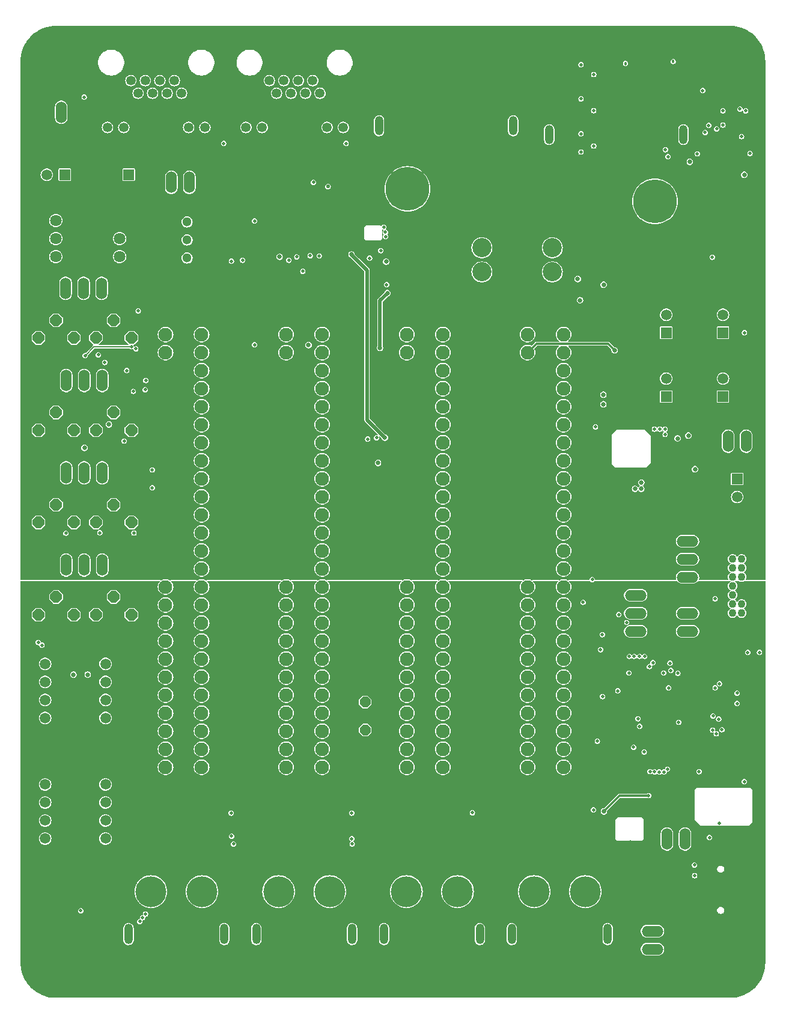
<source format=gbr>
%TF.GenerationSoftware,KiCad,Pcbnew,7.0.1*%
%TF.CreationDate,2023-03-27T08:56:53+09:00*%
%TF.ProjectId,(Eagle)PowerUnit-Bseries(ver2.0),28456167-6c65-4295-906f-776572556e69,rev?*%
%TF.SameCoordinates,Original*%
%TF.FileFunction,Copper,L3,Inr*%
%TF.FilePolarity,Positive*%
%FSLAX46Y46*%
G04 Gerber Fmt 4.6, Leading zero omitted, Abs format (unit mm)*
G04 Created by KiCad (PCBNEW 7.0.1) date 2023-03-27 08:56:53*
%MOMM*%
%LPD*%
G01*
G04 APERTURE LIST*
G04 Aperture macros list*
%AMOutline5P*
0 Free polygon, 5 corners , with rotation*
0 The origin of the aperture is its center*
0 number of corners: always 5*
0 $1 to $10 corner X, Y*
0 $11 Rotation angle, in degrees counterclockwise*
0 create outline with 5 corners*
4,1,5,$1,$2,$3,$4,$5,$6,$7,$8,$9,$10,$1,$2,$11*%
%AMOutline6P*
0 Free polygon, 6 corners , with rotation*
0 The origin of the aperture is its center*
0 number of corners: always 6*
0 $1 to $12 corner X, Y*
0 $13 Rotation angle, in degrees counterclockwise*
0 create outline with 6 corners*
4,1,6,$1,$2,$3,$4,$5,$6,$7,$8,$9,$10,$11,$12,$1,$2,$13*%
%AMOutline7P*
0 Free polygon, 7 corners , with rotation*
0 The origin of the aperture is its center*
0 number of corners: always 7*
0 $1 to $14 corner X, Y*
0 $15 Rotation angle, in degrees counterclockwise*
0 create outline with 7 corners*
4,1,7,$1,$2,$3,$4,$5,$6,$7,$8,$9,$10,$11,$12,$13,$14,$1,$2,$15*%
%AMOutline8P*
0 Free polygon, 8 corners , with rotation*
0 The origin of the aperture is its center*
0 number of corners: always 8*
0 $1 to $16 corner X, Y*
0 $17 Rotation angle, in degrees counterclockwise*
0 create outline with 8 corners*
4,1,8,$1,$2,$3,$4,$5,$6,$7,$8,$9,$10,$11,$12,$13,$14,$15,$16,$1,$2,$17*%
G04 Aperture macros list end*
%TA.AperFunction,ComponentPad*%
%ADD10R,1.500000X1.500000*%
%TD*%
%TA.AperFunction,ComponentPad*%
%ADD11C,1.500000*%
%TD*%
%TA.AperFunction,ComponentPad*%
%ADD12Outline8P,-0.825000X0.341726X-0.341726X0.825000X0.341726X0.825000X0.825000X0.341726X0.825000X-0.341726X0.341726X-0.825000X-0.341726X-0.825000X-0.825000X-0.341726X0.000000*%
%TD*%
%TA.AperFunction,ComponentPad*%
%ADD13C,4.350000*%
%TD*%
%TA.AperFunction,ComponentPad*%
%ADD14O,1.200000X2.850000*%
%TD*%
%TA.AperFunction,ComponentPad*%
%ADD15C,7.010400*%
%TD*%
%TA.AperFunction,ComponentPad*%
%ADD16O,1.524000X3.048000*%
%TD*%
%TA.AperFunction,ComponentPad*%
%ADD17C,1.350000*%
%TD*%
%TA.AperFunction,ComponentPad*%
%ADD18O,2.100000X1.100000*%
%TD*%
%TA.AperFunction,ComponentPad*%
%ADD19O,1.800000X1.100000*%
%TD*%
%TA.AperFunction,ComponentPad*%
%ADD20O,3.048000X1.524000*%
%TD*%
%TA.AperFunction,ComponentPad*%
%ADD21C,6.150000*%
%TD*%
%TA.AperFunction,ComponentPad*%
%ADD22O,1.200000X2.700000*%
%TD*%
%TA.AperFunction,ComponentPad*%
%ADD23C,1.950000*%
%TD*%
%TA.AperFunction,ComponentPad*%
%ADD24C,1.635000*%
%TD*%
%TA.AperFunction,ComponentPad*%
%ADD25C,1.100000*%
%TD*%
%TA.AperFunction,ComponentPad*%
%ADD26C,2.700000*%
%TD*%
%TA.AperFunction,ComponentPad*%
%ADD27C,1.300000*%
%TD*%
%TA.AperFunction,ComponentPad*%
%ADD28Outline8P,-0.750000X0.310660X-0.310660X0.750000X0.310660X0.750000X0.750000X0.310660X0.750000X-0.310660X0.310660X-0.750000X-0.310660X-0.750000X-0.750000X-0.310660X90.000000*%
%TD*%
%TA.AperFunction,ViaPad*%
%ADD29C,0.502400*%
%TD*%
%TA.AperFunction,ViaPad*%
%ADD30C,0.652400*%
%TD*%
%TA.AperFunction,ViaPad*%
%ADD31C,0.472400*%
%TD*%
%TA.AperFunction,ViaPad*%
%ADD32C,0.462400*%
%TD*%
%TA.AperFunction,ViaPad*%
%ADD33C,0.482400*%
%TD*%
%TA.AperFunction,ViaPad*%
%ADD34C,0.457200*%
%TD*%
%TA.AperFunction,ViaPad*%
%ADD35C,0.600000*%
%TD*%
%TA.AperFunction,ViaPad*%
%ADD36C,0.552400*%
%TD*%
%TA.AperFunction,ViaPad*%
%ADD37C,1.152400*%
%TD*%
%TA.AperFunction,ViaPad*%
%ADD38C,0.602400*%
%TD*%
%TA.AperFunction,Conductor*%
%ADD39C,0.500000*%
%TD*%
%TA.AperFunction,Conductor*%
%ADD40C,0.300000*%
%TD*%
%TA.AperFunction,Conductor*%
%ADD41C,0.200000*%
%TD*%
G04 APERTURE END LIST*
D10*
%TO.N,SGND*%
%TO.C,POW*%
X197001100Y-100383600D03*
D11*
%TO.N,N$37*%
X197001100Y-102923600D03*
%TD*%
D12*
%TO.N,CS3_REF1*%
%TO.C,TP5*%
X101051100Y-104003600D03*
X98551100Y-106503600D03*
%TO.N,N$82*%
X103551100Y-106503600D03*
%TD*%
%TO.N,CS1_REF1*%
%TO.C,TP1*%
X101051100Y-78003600D03*
X98551100Y-80503600D03*
%TO.N,N$13*%
X103551100Y-80503600D03*
%TD*%
D11*
%TO.N,ENC4_B*%
%TO.C,Encoder4*%
X108001100Y-143423600D03*
%TO.N,+5V*%
X108001100Y-145963600D03*
%TO.N,ENC4_A*%
X108001100Y-148503600D03*
%TO.N,N/C*%
X108001100Y-151043600D03*
D10*
%TO.N,SGND*%
X108001100Y-153583600D03*
%TD*%
D13*
%TO.N,N$4*%
%TO.C,Motor1*%
X121601100Y-158503600D03*
%TO.N,IP1*%
X114401100Y-158503600D03*
D14*
%TO.N,N/C*%
X124751100Y-164503600D03*
X111251100Y-164503600D03*
%TD*%
D15*
%TO.N,PGND*%
%TO.C,H1*%
X101001100Y-41503600D03*
%TD*%
D10*
%TO.N,N$21*%
%TO.C,Emergency1*%
X102271100Y-57503600D03*
D11*
%TO.N,N$19*%
X99731100Y-57503600D03*
%TD*%
D12*
%TO.N,CS3_REF2*%
%TO.C,TP6*%
X109151100Y-104003600D03*
X106651100Y-106503600D03*
%TO.N,N$98*%
X111651100Y-106503600D03*
%TD*%
D16*
%TO.N,CS4_OCD2*%
%TO.C,JP10*%
X107541100Y-112503600D03*
%TO.N,N$114*%
X105001100Y-112503600D03*
%TO.N,CS4_OCD1*%
X102461100Y-112503600D03*
%TD*%
D17*
%TO.N,+5V*%
%TO.C,RJ45_1*%
X111581100Y-44243600D03*
%TO.N,SGND*%
X112601100Y-46023600D03*
%TO.N,CAN_L*%
X113621100Y-44243600D03*
X114641100Y-46023600D03*
%TO.N,CAN_H*%
X115661100Y-44243600D03*
X116681100Y-46023600D03*
%TO.N,+5V*%
X117701100Y-44243600D03*
%TO.N,SGND*%
X118721100Y-46023600D03*
%TO.N,N$69*%
X122011100Y-50843600D03*
%TO.N,N$71*%
X119721100Y-50843600D03*
%TO.N,N$51*%
X110581100Y-50843600D03*
%TO.N,SGND*%
X108291100Y-50843600D03*
%TD*%
D12*
%TO.N,CS4_REF1*%
%TO.C,TP7*%
X101051100Y-117003600D03*
X98551100Y-119503600D03*
%TO.N,N$100*%
X103551100Y-119503600D03*
%TD*%
D18*
%TO.N,SGND*%
%TO.C,USB1*%
X194171100Y-162563600D03*
D19*
X198351100Y-162563600D03*
X198351100Y-153923600D03*
D18*
X194171100Y-153923600D03*
%TD*%
D20*
%TO.N,BOOT0*%
%TO.C,BOOTMODE*%
X185061100Y-164093600D03*
%TO.N,+3V3*%
X185061100Y-166633600D03*
%TD*%
D16*
%TO.N,CS2_OCD2*%
%TO.C,JP1*%
X107541100Y-86503600D03*
%TO.N,N$83*%
X105001100Y-86503600D03*
%TO.N,CS2_OCD1*%
X102461100Y-86503600D03*
%TD*%
D12*
%TO.N,CS4_REF2*%
%TO.C,TP8*%
X109151100Y-117003600D03*
X106651100Y-119503600D03*
%TO.N,N$101*%
X111651100Y-119503600D03*
%TD*%
D16*
%TO.N,SGND*%
%TO.C,JP7*%
X119821100Y-58583600D03*
%TO.N,N$68*%
X117281100Y-58583600D03*
%TD*%
D21*
%TO.N,N$25*%
%TO.C,BATTERY*%
X185421100Y-61253600D03*
%TO.N,PGND*%
X174521100Y-61253600D03*
D22*
%TO.N,N/C*%
X170521100Y-51853600D03*
X189421100Y-51853600D03*
%TD*%
D13*
%TO.N,N$10*%
%TO.C,CON4*%
X175601100Y-158503600D03*
%TO.N,IP4*%
X168401100Y-158503600D03*
D14*
%TO.N,N/C*%
X178751100Y-164503600D03*
X165251100Y-164503600D03*
%TD*%
D11*
%TO.N,ENC3_B*%
%TO.C,Encoder3*%
X99500000Y-143423600D03*
%TO.N,+5V*%
X99500000Y-145963600D03*
%TO.N,ENC3_A*%
X99500000Y-148503600D03*
%TO.N,N/C*%
X99500000Y-151043600D03*
D10*
%TO.N,SGND*%
X99500000Y-153583600D03*
%TD*%
D23*
%TO.N,N$6*%
%TO.C,EDGE3*%
X155541100Y-140983600D03*
X155541100Y-138443600D03*
X155541100Y-135903600D03*
X155541100Y-133363600D03*
X155541100Y-130823600D03*
%TO.N,IN3*%
X155541100Y-128283600D03*
X155541100Y-125743600D03*
X155541100Y-123203600D03*
X155541100Y-120663600D03*
X155541100Y-118123600D03*
X155541100Y-115583600D03*
%TO.N,N$111*%
X155541100Y-113043600D03*
X155541100Y-110503600D03*
X155541100Y-107963600D03*
X155541100Y-105423600D03*
X155541100Y-102883600D03*
X155541100Y-100343600D03*
X155541100Y-97803600D03*
X155541100Y-95263600D03*
X155541100Y-92723600D03*
X155541100Y-90183600D03*
X155541100Y-87643600D03*
X155541100Y-85103600D03*
%TO.N,SGND*%
X155541100Y-82563600D03*
%TO.N,PWM3*%
X155541100Y-80023600D03*
%TO.N,DIR3*%
X150461100Y-80023600D03*
%TO.N,+3V3*%
X150461100Y-82563600D03*
%TO.N,PGND*%
X150461100Y-85103600D03*
X150461100Y-87643600D03*
X150461100Y-90183600D03*
X150461100Y-92723600D03*
X150461100Y-95263600D03*
X150461100Y-97803600D03*
X150461100Y-100343600D03*
X150461100Y-102883600D03*
X150461100Y-105423600D03*
X150461100Y-107963600D03*
X150461100Y-110503600D03*
X150461100Y-113043600D03*
%TO.N,IN3*%
X150461100Y-115583600D03*
X150461100Y-118123600D03*
X150461100Y-120663600D03*
X150461100Y-123203600D03*
X150461100Y-125743600D03*
%TO.N,N$6*%
X150461100Y-128283600D03*
X150461100Y-130823600D03*
X150461100Y-133363600D03*
X150461100Y-135903600D03*
X150461100Y-138443600D03*
X150461100Y-140983600D03*
%TD*%
D10*
%TO.N,SGND*%
%TO.C,Encoder2*%
X108001100Y-136583600D03*
D11*
%TO.N,N/C*%
X108001100Y-134043600D03*
%TO.N,ENC2_A*%
X108001100Y-131503600D03*
%TO.N,+5V*%
X108001100Y-128963600D03*
%TO.N,ENC2_B*%
X108001100Y-126423600D03*
%TD*%
D23*
%TO.N,N$4*%
%TO.C,EDGE1*%
X121541100Y-140983600D03*
X121541100Y-138443600D03*
X121541100Y-135903600D03*
X121541100Y-133363600D03*
X121541100Y-130823600D03*
%TO.N,IN1*%
X121541100Y-128283600D03*
X121541100Y-125743600D03*
X121541100Y-123203600D03*
X121541100Y-120663600D03*
X121541100Y-118123600D03*
X121541100Y-115583600D03*
%TO.N,N$111*%
X121541100Y-113043600D03*
X121541100Y-110503600D03*
X121541100Y-107963600D03*
X121541100Y-105423600D03*
X121541100Y-102883600D03*
X121541100Y-100343600D03*
X121541100Y-97803600D03*
X121541100Y-95263600D03*
X121541100Y-92723600D03*
X121541100Y-90183600D03*
X121541100Y-87643600D03*
X121541100Y-85103600D03*
%TO.N,SGND*%
X121541100Y-82563600D03*
%TO.N,PWM1*%
X121541100Y-80023600D03*
%TO.N,DIR1*%
X116461100Y-80023600D03*
%TO.N,+3V3*%
X116461100Y-82563600D03*
%TO.N,PGND*%
X116461100Y-85103600D03*
X116461100Y-87643600D03*
X116461100Y-90183600D03*
X116461100Y-92723600D03*
X116461100Y-95263600D03*
X116461100Y-97803600D03*
X116461100Y-100343600D03*
X116461100Y-102883600D03*
X116461100Y-105423600D03*
X116461100Y-107963600D03*
X116461100Y-110503600D03*
X116461100Y-113043600D03*
%TO.N,IN1*%
X116461100Y-115583600D03*
X116461100Y-118123600D03*
X116461100Y-120663600D03*
X116461100Y-123203600D03*
X116461100Y-125743600D03*
%TO.N,N$4*%
X116461100Y-128283600D03*
X116461100Y-130823600D03*
X116461100Y-133363600D03*
X116461100Y-135903600D03*
X116461100Y-138443600D03*
X116461100Y-140983600D03*
%TD*%
D15*
%TO.N,SGND*%
%TO.C,H3*%
X196001100Y-168503600D03*
%TD*%
D10*
%TO.N,SGND*%
%TO.C,Encoder1*%
X99500000Y-136583600D03*
D11*
%TO.N,N/C*%
X99500000Y-134043600D03*
%TO.N,ENC1_A*%
X99500000Y-131503600D03*
%TO.N,+5V*%
X99500000Y-128963600D03*
%TO.N,ENC1_B*%
X99500000Y-126423600D03*
%TD*%
D24*
%TO.N,N$19*%
%TO.C,SW4*%
X101001100Y-63963600D03*
%TO.N,N$21*%
X101001100Y-66503600D03*
%TO.N,N/C*%
X101001100Y-69043600D03*
%TD*%
D10*
%TO.N,N$19*%
%TO.C,INV_SW2*%
X111271100Y-57503600D03*
D11*
%TO.N,PGND*%
X108731100Y-57503600D03*
%TD*%
D23*
%TO.N,N$5*%
%TO.C,EDGE2*%
X138541100Y-140983600D03*
X138541100Y-138443600D03*
X138541100Y-135903600D03*
X138541100Y-133363600D03*
X138541100Y-130823600D03*
%TO.N,IN2*%
X138541100Y-128283600D03*
X138541100Y-125743600D03*
X138541100Y-123203600D03*
X138541100Y-120663600D03*
X138541100Y-118123600D03*
X138541100Y-115583600D03*
%TO.N,N$111*%
X138541100Y-113043600D03*
X138541100Y-110503600D03*
X138541100Y-107963600D03*
X138541100Y-105423600D03*
X138541100Y-102883600D03*
X138541100Y-100343600D03*
X138541100Y-97803600D03*
X138541100Y-95263600D03*
X138541100Y-92723600D03*
X138541100Y-90183600D03*
X138541100Y-87643600D03*
X138541100Y-85103600D03*
%TO.N,SGND*%
X138541100Y-82563600D03*
%TO.N,PWM2*%
X138541100Y-80023600D03*
%TO.N,DIR2*%
X133461100Y-80023600D03*
%TO.N,+3V3*%
X133461100Y-82563600D03*
%TO.N,PGND*%
X133461100Y-85103600D03*
X133461100Y-87643600D03*
X133461100Y-90183600D03*
X133461100Y-92723600D03*
X133461100Y-95263600D03*
X133461100Y-97803600D03*
X133461100Y-100343600D03*
X133461100Y-102883600D03*
X133461100Y-105423600D03*
X133461100Y-107963600D03*
X133461100Y-110503600D03*
X133461100Y-113043600D03*
%TO.N,IN2*%
X133461100Y-115583600D03*
X133461100Y-118123600D03*
X133461100Y-120663600D03*
X133461100Y-123203600D03*
X133461100Y-125743600D03*
%TO.N,N$5*%
X133461100Y-128283600D03*
X133461100Y-130823600D03*
X133461100Y-133363600D03*
X133461100Y-135903600D03*
X133461100Y-138443600D03*
X133461100Y-140983600D03*
%TD*%
D13*
%TO.N,N$6*%
%TO.C,Motor3*%
X157601100Y-158503600D03*
%TO.N,IP3*%
X150401100Y-158503600D03*
D14*
%TO.N,N/C*%
X160751100Y-164503600D03*
X147251100Y-164503600D03*
%TD*%
D16*
%TO.N,VCC*%
%TO.C,POW*%
X198271100Y-95053600D03*
%TO.N,N$35*%
X195731100Y-95053600D03*
%TD*%
D21*
%TO.N,VCC*%
%TO.C,THRU*%
X150551100Y-59503600D03*
%TO.N,PGND*%
X161451100Y-59503600D03*
D22*
%TO.N,N/C*%
X146551100Y-50603600D03*
X165451100Y-50603600D03*
%TD*%
D25*
%TO.N,N/C*%
%TO.C,ML1*%
X197636100Y-119263600D03*
X196366100Y-119263600D03*
%TO.N,+3V3*%
X197636100Y-117993600D03*
%TO.N,SWDIO*%
X196366100Y-117993600D03*
%TO.N,SGND*%
X197636100Y-116723600D03*
%TO.N,SWCLK*%
X196366100Y-116723600D03*
%TO.N,SGND*%
X197636100Y-115453600D03*
%TO.N,SWO*%
X196366100Y-115453600D03*
%TO.N,N/C*%
X197636100Y-114183600D03*
%TO.N,N$67*%
X196366100Y-114183600D03*
%TO.N,SGND*%
X197636100Y-112913600D03*
%TO.N,NRST*%
X196366100Y-112913600D03*
%TO.N,N$64*%
X197636100Y-111643600D03*
%TO.N,N$66*%
X196366100Y-111643600D03*
%TD*%
D16*
%TO.N,CS1_OCD2*%
%TO.C,JP8*%
X107461100Y-73503600D03*
%TO.N,N$9*%
X104921100Y-73503600D03*
%TO.N,CS1_OCD1*%
X102381100Y-73503600D03*
%TD*%
%TO.N,SGND*%
%TO.C,GND*%
X101771100Y-48713600D03*
%TO.N,PGND*%
X99231100Y-48713600D03*
%TD*%
D12*
%TO.N,CS2_REF1*%
%TO.C,TP3*%
X101051100Y-91003600D03*
X98551100Y-93503600D03*
%TO.N,N$79*%
X103551100Y-93503600D03*
%TD*%
D10*
%TO.N,N$21*%
%TO.C,CTRL2*%
X195001100Y-88773600D03*
D11*
%TO.N,VCC*%
X195001100Y-86233600D03*
%TD*%
D17*
%TO.N,+5V*%
%TO.C,RJ45_2*%
X131081100Y-44243600D03*
%TO.N,SGND*%
X132101100Y-46023600D03*
%TO.N,CAN_L*%
X133121100Y-44243600D03*
X134141100Y-46023600D03*
%TO.N,CAN_H*%
X135161100Y-44243600D03*
X136181100Y-46023600D03*
%TO.N,+5V*%
X137201100Y-44243600D03*
%TO.N,SGND*%
X138221100Y-46023600D03*
%TO.N,N$70*%
X141511100Y-50843600D03*
%TO.N,N$72*%
X139221100Y-50843600D03*
%TO.N,N$53*%
X130081100Y-50843600D03*
%TO.N,SGND*%
X127791100Y-50843600D03*
%TD*%
D16*
%TO.N,USART_RX*%
%TO.C,ECHO*%
X189651100Y-151103600D03*
%TO.N,USART_TX*%
X187111100Y-151103600D03*
%TD*%
D10*
%TO.N,N$21*%
%TO.C,THRU2*%
X187001100Y-88773600D03*
D11*
%TO.N,VCC*%
X187001100Y-86233600D03*
%TD*%
D12*
%TO.N,CS1_REF2*%
%TO.C,TP2*%
X109151100Y-78003600D03*
X106651100Y-80503600D03*
%TO.N,N$2*%
X111651100Y-80503600D03*
%TD*%
D16*
%TO.N,CS3_OCD2*%
%TO.C,JP9*%
X107541100Y-99503600D03*
%TO.N,N$87*%
X105001100Y-99503600D03*
%TO.N,CS3_OCD1*%
X102461100Y-99503600D03*
%TD*%
D12*
%TO.N,CS2_REF2*%
%TO.C,TP4*%
X109151100Y-91003600D03*
X106651100Y-93503600D03*
%TO.N,N$80*%
X111651100Y-93503600D03*
%TD*%
D20*
%TO.N,+3V3*%
%TO.C,JP11*%
X190001100Y-121853600D03*
%TO.N,SWCLK*%
X190001100Y-119313600D03*
%TO.N,SGND*%
X190001100Y-116773600D03*
%TO.N,SWDIO*%
X190001100Y-114233600D03*
%TO.N,NRST*%
X190001100Y-111693600D03*
%TO.N,SWO*%
X190001100Y-109153600D03*
%TD*%
D10*
%TO.N,N$21*%
%TO.C,THRU1*%
X187001100Y-79773600D03*
D11*
%TO.N,VCC*%
X187001100Y-77233600D03*
%TD*%
D20*
%TO.N,U5V*%
%TO.C,JP6*%
X182701100Y-121843600D03*
%TO.N,N$20*%
X182701100Y-119303600D03*
%TO.N,E5V*%
X182701100Y-116763600D03*
%TD*%
D13*
%TO.N,N$5*%
%TO.C,MOTER*%
X139601100Y-158503600D03*
%TO.N,IP2*%
X132401100Y-158503600D03*
D14*
%TO.N,N/C*%
X142751100Y-164503600D03*
X129251100Y-164503600D03*
%TD*%
D26*
%TO.N,VCC*%
%TO.C,FUSE1*%
X161041100Y-67803600D03*
X161041100Y-71203600D03*
%TO.N,N$25*%
X170961100Y-67803600D03*
X170961100Y-71203600D03*
%TD*%
D27*
%TO.N,CAN_L*%
%TO.C,SW1*%
X119501100Y-66703600D03*
%TO.N,N/C*%
X119501100Y-69243600D03*
%TO.N,N$23*%
X119501100Y-64163600D03*
%TD*%
D23*
%TO.N,N$10*%
%TO.C,EDGE4*%
X172541100Y-140983600D03*
X172541100Y-138443600D03*
X172541100Y-135903600D03*
X172541100Y-133363600D03*
X172541100Y-130823600D03*
%TO.N,IN4*%
X172541100Y-128283600D03*
X172541100Y-125743600D03*
X172541100Y-123203600D03*
X172541100Y-120663600D03*
X172541100Y-118123600D03*
X172541100Y-115583600D03*
%TO.N,N$111*%
X172541100Y-113043600D03*
X172541100Y-110503600D03*
X172541100Y-107963600D03*
X172541100Y-105423600D03*
X172541100Y-102883600D03*
X172541100Y-100343600D03*
X172541100Y-97803600D03*
X172541100Y-95263600D03*
X172541100Y-92723600D03*
X172541100Y-90183600D03*
X172541100Y-87643600D03*
X172541100Y-85103600D03*
%TO.N,SGND*%
X172541100Y-82563600D03*
%TO.N,PWM4*%
X172541100Y-80023600D03*
%TO.N,DIR4*%
X167461100Y-80023600D03*
%TO.N,+3V3*%
X167461100Y-82563600D03*
%TO.N,PGND*%
X167461100Y-85103600D03*
X167461100Y-87643600D03*
X167461100Y-90183600D03*
X167461100Y-92723600D03*
X167461100Y-95263600D03*
X167461100Y-97803600D03*
X167461100Y-100343600D03*
X167461100Y-102883600D03*
X167461100Y-105423600D03*
X167461100Y-107963600D03*
X167461100Y-110503600D03*
X167461100Y-113043600D03*
%TO.N,IN4*%
X167461100Y-115583600D03*
X167461100Y-118123600D03*
X167461100Y-120663600D03*
X167461100Y-123203600D03*
X167461100Y-125743600D03*
%TO.N,N$10*%
X167461100Y-128283600D03*
X167461100Y-130823600D03*
X167461100Y-133363600D03*
X167461100Y-135903600D03*
X167461100Y-138443600D03*
X167461100Y-140983600D03*
%TD*%
D24*
%TO.N,PGND*%
%TO.C,SW5*%
X110001100Y-63963600D03*
%TO.N,N$19*%
X110001100Y-66503600D03*
%TO.N,N/C*%
X110001100Y-69043600D03*
%TD*%
D10*
%TO.N,N$21*%
%TO.C,CTRL1*%
X195001100Y-79773600D03*
D11*
%TO.N,VCC*%
X195001100Y-77233600D03*
%TD*%
D28*
%TO.N,N$11*%
%TO.C,R3*%
X144601100Y-135743600D03*
%TO.N,N$111*%
X144601100Y-131806600D03*
%TD*%
D15*
%TO.N,PGND*%
%TO.C,H2*%
X196001100Y-41503600D03*
%TD*%
%TO.N,SGND*%
%TO.C,H4*%
X101001100Y-168503600D03*
%TD*%
D29*
%TO.N,PWM1*%
X193901100Y-129803600D03*
X193901100Y-117253600D03*
%TO.N,PWM2*%
X183901100Y-138843100D03*
%TO.N,PWM3*%
X176601600Y-114551838D03*
%TO.N,DIR2*%
X181751100Y-127703600D03*
%TO.N,DIR1*%
X183030600Y-134153600D03*
D30*
%TO.N,VCC*%
X142671100Y-68743600D03*
X147361100Y-94563600D03*
D29*
X125740100Y-69687600D03*
D31*
%TO.N,U5V*%
X181440600Y-120583600D03*
X180329600Y-119473838D03*
D29*
%TO.N,USART_RX*%
X200151100Y-124803600D03*
X198501100Y-124803600D03*
%TO.N,+3V3*%
X191638100Y-141610600D03*
X180181100Y-130223600D03*
X177301100Y-137313600D03*
D32*
X111927100Y-88039600D03*
D30*
X108477100Y-92694600D03*
D29*
X112011100Y-107980600D03*
X194473100Y-148877600D03*
D30*
X178226100Y-147204963D03*
D29*
X184516600Y-144979938D03*
X176791100Y-48474600D03*
X190993100Y-154755600D03*
X176795100Y-43381600D03*
X177751100Y-124423600D03*
D30*
X179741600Y-82251600D03*
D29*
X187261100Y-54970100D03*
X191391100Y-54560600D03*
D30*
X105048100Y-95999600D03*
D29*
X105134353Y-83000347D03*
D32*
X111660600Y-81758100D03*
D29*
X107201100Y-107973600D03*
X178041518Y-131033182D03*
D30*
X178149100Y-88503600D03*
X178149100Y-89860600D03*
D29*
X186892600Y-53981600D03*
X176791100Y-53453600D03*
D30*
X132533750Y-69081600D03*
D29*
%TO.N,N$33*%
X191001100Y-156253600D03*
X193101600Y-150890863D03*
%TO.N,N$40*%
X185351100Y-93353600D03*
X186851100Y-93353600D03*
X186101100Y-93353600D03*
X186851100Y-94103600D03*
D30*
%TO.N,E5V*%
X188609606Y-94661600D03*
D29*
%TO.N,+5V*%
X105001100Y-46583600D03*
X177040600Y-93023600D03*
D30*
X105501100Y-127933600D03*
X103491100Y-127933600D03*
D29*
%TO.N,CS1_REF1*%
X125755100Y-150693100D03*
X107001100Y-82873600D03*
%TO.N,CS1_REF2*%
X107901100Y-83953600D03*
X126051100Y-151803600D03*
%TO.N,CURRENT1*%
X186696100Y-141650600D03*
%TO.N,N$1*%
X125701100Y-147453600D03*
%TO.N,CS1_OCD1*%
X112611100Y-76693600D03*
%TO.N,CS2_OCD1*%
X113611600Y-87793938D03*
%TO.N,CS2_OCD2*%
X113689100Y-86498600D03*
%TO.N,CS3_OCD1*%
X114601100Y-101613600D03*
%TO.N,CS3_OCD2*%
X114601100Y-99093600D03*
%TO.N,CS4_OCD1*%
X102416100Y-108006600D03*
X98532100Y-123401600D03*
%TO.N,CS4_OCD2*%
X99057100Y-123793600D03*
%TO.N,N$81*%
X142711600Y-147453600D03*
%TO.N,N$99*%
X159701100Y-147403600D03*
%TO.N,N$102*%
X176761600Y-147003600D03*
%TO.N,CS2_REF2*%
X110998100Y-85114600D03*
X142758100Y-151788600D03*
%TO.N,CS2_REF1*%
X142698600Y-151053100D03*
D32*
X112290100Y-82037600D03*
D29*
%TO.N,CURRENT2*%
X186032100Y-141662600D03*
%TO.N,CS3_REF2*%
X113641100Y-161683600D03*
%TO.N,CS3_REF1*%
X104511600Y-161185600D03*
%TO.N,CURRENT3*%
X185377100Y-141628600D03*
%TO.N,CS4_REF2*%
X113219862Y-162183100D03*
%TO.N,CS4_REF1*%
X112841100Y-162720600D03*
%TO.N,CURRENT4*%
X184724100Y-141596600D03*
%TO.N,SHUTDOWN*%
X198811600Y-54503600D03*
X145211600Y-69274100D03*
X175301100Y-117743600D03*
X146784568Y-68204100D03*
X133831100Y-69553600D03*
X127321100Y-69553600D03*
%TO.N,CS*%
X181801100Y-125363600D03*
X134951100Y-69073600D03*
%TO.N,SCK*%
X135801100Y-71103600D03*
X182501100Y-125363600D03*
%TO.N,MISO*%
X183251100Y-125363600D03*
X136841100Y-68913600D03*
D33*
%TO.N,MOSI*%
X138110100Y-68944600D03*
D29*
X183951100Y-125363600D03*
%TO.N,BOOT0*%
X194051100Y-136263600D03*
%TO.N,SWO*%
X193601100Y-133753600D03*
D32*
%TO.N,NRST*%
X187186600Y-141263600D03*
D29*
%TO.N,DIP_SW4*%
X194501100Y-129203600D03*
%TO.N,DIP_SW3*%
X197001100Y-130553600D03*
%TO.N,ENC1_B*%
X187351100Y-129803600D03*
%TO.N,ENC1_A*%
X186651100Y-127703600D03*
%TO.N,ENC3_B*%
X193543862Y-135753100D03*
%TO.N,ENC3_A*%
X194851100Y-135693100D03*
%TO.N,ENC2_B*%
X183264968Y-135214100D03*
%TO.N,ENC2_A*%
X182401100Y-138153600D03*
%TO.N,ENC4_B*%
X185151100Y-126253600D03*
%TO.N,ENC4_A*%
X184630600Y-126803600D03*
%TO.N,DIP_SW1*%
X194401100Y-134203600D03*
%TO.N,DIP_SW2*%
X197001100Y-132003600D03*
%TO.N,ALIVE_LED*%
X198201100Y-48503600D03*
X188651100Y-127753600D03*
%TO.N,COM_LED*%
X141901100Y-53103600D03*
X124651100Y-53103600D03*
X187541100Y-126324100D03*
X193001100Y-50553600D03*
X192145100Y-45638600D03*
%TO.N,N$58*%
X195001100Y-48503600D03*
%TO.N,N$59*%
X195001100Y-50503600D03*
%TO.N,DEBUG_LED*%
X187651100Y-127353600D03*
X197401100Y-48253600D03*
%TO.N,N$60*%
X197622100Y-52126600D03*
%TO.N,DEBUG_BT*%
X188751100Y-134653600D03*
%TO.N,N$21*%
X198031100Y-79773600D03*
%TO.N,N$16*%
X193511100Y-69138600D03*
%TO.N,EMERGENCY*%
X147601100Y-73003600D03*
D30*
X178192100Y-72996600D03*
D29*
%TO.N,N$22*%
X144951100Y-94753600D03*
%TO.N,N$107*%
X146201100Y-94553600D03*
D30*
%TO.N,5V1*%
X147724353Y-74190347D03*
X146401100Y-98103600D03*
X146671100Y-81903600D03*
X174531100Y-72191600D03*
%TO.N,N$111*%
X136611100Y-81503600D03*
X147551100Y-69763600D03*
D29*
%TO.N,DISABLE*%
X192476100Y-51552600D03*
X178001100Y-122303600D03*
D34*
%TO.N,N$97*%
X188001100Y-41553600D03*
X181272875Y-41825375D03*
D29*
%TO.N,N$9*%
X175001100Y-42014100D03*
%TO.N,N$83*%
X175001100Y-46803600D03*
%TO.N,N$87*%
X175001100Y-51753600D03*
%TO.N,N$114*%
X175001100Y-54303600D03*
D35*
%TO.N,PGND*%
X194310000Y-60960000D03*
X146050000Y-44450000D03*
X162560000Y-39370000D03*
X160020000Y-44450000D03*
D36*
X183751100Y-69153600D03*
D37*
X102805493Y-39689207D03*
D35*
X170180000Y-44450000D03*
X200025000Y-56515000D03*
D37*
X197805493Y-39689207D03*
D30*
X129701100Y-113903600D03*
D37*
X198552900Y-41493600D03*
D30*
X129701100Y-111903600D03*
D37*
X102805493Y-43297994D03*
D35*
X191135000Y-50165000D03*
D37*
X194196706Y-39689207D03*
X197805493Y-43297994D03*
X196001100Y-44045400D03*
D34*
X146751100Y-70503600D03*
D30*
X143162100Y-79276600D03*
D35*
X179070000Y-53975000D03*
D37*
X101001100Y-44045400D03*
D30*
X197101100Y-65503600D03*
D35*
X140970000Y-39370000D03*
D37*
X99196706Y-43297994D03*
D35*
X162560000Y-49530000D03*
X146050000Y-39370000D03*
X200025000Y-60960000D03*
D30*
X148020100Y-79143600D03*
D29*
X143851100Y-94703600D03*
D37*
X101001100Y-38941800D03*
D35*
X200025000Y-52070000D03*
D30*
X128201100Y-111903600D03*
D37*
X99196706Y-39689207D03*
X98449300Y-41493600D03*
D30*
X146301100Y-72951600D03*
D37*
X103552900Y-41493600D03*
D29*
X155001100Y-71363600D03*
D37*
X194196706Y-43297994D03*
D35*
X167640000Y-49530000D03*
D29*
X150001100Y-71373600D03*
D30*
X131201100Y-113903600D03*
D35*
X154940000Y-39370000D03*
D30*
X147501100Y-67593600D03*
D35*
X152400000Y-44450000D03*
D30*
X131201100Y-111903600D03*
D37*
X193449300Y-41493600D03*
D29*
X179507100Y-69811600D03*
D35*
X168910000Y-39370000D03*
D30*
X128201100Y-113903600D03*
X179157100Y-71525600D03*
D37*
X196001100Y-38941800D03*
D29*
%TO.N,SGND*%
X180327600Y-120503600D03*
X113651100Y-164103600D03*
X140651100Y-164103600D03*
D30*
X199948100Y-117687600D03*
D29*
X180401100Y-116103600D03*
D32*
X186727600Y-137008100D03*
D29*
X100651100Y-121103600D03*
X110651100Y-121103600D03*
X194679100Y-137846600D03*
D30*
X191062100Y-99003600D03*
X177571100Y-147903600D03*
D29*
X146151100Y-171603600D03*
X180001100Y-152103600D03*
X131651100Y-164103600D03*
X175060100Y-125611600D03*
D37*
X198552900Y-168493600D03*
D29*
X128999100Y-64013600D03*
D37*
X194196706Y-170297993D03*
D29*
X128151100Y-171603600D03*
D37*
X101001100Y-171045400D03*
D30*
X160621100Y-147833600D03*
D29*
X181971100Y-152241600D03*
X185841100Y-142913600D03*
D37*
X103552900Y-168493600D03*
D30*
X177048100Y-153049600D03*
D29*
X177008100Y-130283600D03*
D30*
X196701100Y-143203600D03*
D29*
X193901100Y-150004600D03*
X178801100Y-115203600D03*
D37*
X193449300Y-168493600D03*
D29*
X191151100Y-171603600D03*
D30*
X178196100Y-151481600D03*
D29*
X186821100Y-146003600D03*
X180401100Y-115203600D03*
D30*
X190331100Y-55703600D03*
X183491100Y-100873600D03*
D29*
X183201100Y-147603600D03*
D30*
X182611100Y-101763600D03*
D38*
X194001100Y-142303600D03*
D29*
X110151100Y-171603600D03*
D30*
X183491100Y-101763600D03*
D37*
X98449300Y-168493600D03*
D30*
X186921600Y-115665600D03*
D29*
X182461100Y-145673600D03*
D30*
X141659181Y-143332519D03*
D36*
X139351100Y-59177100D03*
D30*
X124721418Y-143325282D03*
D37*
X102805493Y-170297993D03*
D29*
X182151100Y-171603600D03*
X191001100Y-154103600D03*
D30*
X158734918Y-143298782D03*
D29*
X200151100Y-164103600D03*
X137316100Y-58586600D03*
D37*
X196001100Y-171045400D03*
X197805493Y-170297993D03*
D29*
X199651100Y-152603600D03*
X197651100Y-155103600D03*
X158651100Y-164103600D03*
D37*
X196001100Y-165941800D03*
D29*
X122651100Y-164103600D03*
D37*
X197805493Y-166689207D03*
X101001100Y-165941800D03*
D30*
X175719100Y-143268600D03*
X160088100Y-153054600D03*
D29*
X147465100Y-66213600D03*
X192416400Y-153706150D03*
D30*
X126209100Y-153058600D03*
D29*
X149651100Y-164103600D03*
X147201100Y-64903600D03*
D30*
X143641100Y-147893600D03*
X190126100Y-94262600D03*
D29*
X167651100Y-164103600D03*
X200151100Y-155103600D03*
X189001100Y-137503600D03*
X199651100Y-150103600D03*
D30*
X190381100Y-124473600D03*
D29*
X191685954Y-153085455D03*
D37*
X194196706Y-166689207D03*
D29*
X182401100Y-131503600D03*
X173151100Y-171603600D03*
X155151100Y-171603600D03*
X189001100Y-131503600D03*
D30*
X174856100Y-75184600D03*
D29*
X190114287Y-158954100D03*
D37*
X102805493Y-166689207D03*
D29*
X179001600Y-138713600D03*
X191001100Y-155503600D03*
X178852100Y-128981600D03*
D30*
X198001100Y-57503600D03*
D29*
X193901100Y-143012600D03*
D30*
X199012100Y-129007600D03*
D29*
X147451100Y-65603600D03*
D30*
X126801100Y-147733600D03*
D29*
X137151100Y-171603600D03*
X181971100Y-151500000D03*
X164151100Y-171603600D03*
D37*
X99196706Y-170297993D03*
D29*
X119151100Y-171603600D03*
D30*
X199948100Y-119687600D03*
D29*
X181501100Y-115203600D03*
X110641100Y-95033600D03*
D30*
X199005100Y-137000600D03*
X199948100Y-118687600D03*
D29*
X195994100Y-139398600D03*
X176651100Y-164103600D03*
D30*
X143183100Y-153056600D03*
D29*
X191151100Y-164103600D03*
D30*
X199101100Y-143403600D03*
D37*
X99196706Y-166689207D03*
D29*
%TO.N,THERMAL*%
X129001100Y-81453600D03*
%TO.N,N$63*%
X198001100Y-143003600D03*
%TO.N,N$127*%
X194129100Y-51047600D03*
%TD*%
D39*
%TO.N,VCC*%
X142671100Y-68783600D02*
X142671100Y-68743600D01*
X147361100Y-94563600D02*
X144861100Y-92063600D01*
X144861100Y-70973600D02*
X142671100Y-68783600D01*
X144861100Y-92063600D02*
X144861100Y-70973600D01*
D40*
%TO.N,+3V3*%
X184482937Y-145013600D02*
X180417462Y-145013600D01*
D41*
X106376600Y-81758100D02*
X111660600Y-81758100D01*
D40*
X184516600Y-144979938D02*
X184482937Y-145013600D01*
X178801600Y-81311600D02*
X179741600Y-82251600D01*
X168713100Y-81311600D02*
X178801600Y-81311600D01*
X167461100Y-82563600D02*
X168713100Y-81311600D01*
X178226100Y-147204963D02*
X180417462Y-145013600D01*
D41*
X105134353Y-83000347D02*
X106376600Y-81758100D01*
D39*
%TO.N,5V1*%
X146671100Y-75243600D02*
X147724353Y-74190347D01*
X146671100Y-81903600D02*
X146671100Y-75243600D01*
%TD*%
%TA.AperFunction,Conductor*%
%TO.N,PGND*%
G36*
X196002115Y-36529142D02*
G01*
X196409860Y-36546006D01*
X196413896Y-36546340D01*
X196615883Y-36571517D01*
X196817872Y-36596696D01*
X196821863Y-36597362D01*
X197220295Y-36680904D01*
X197224189Y-36681890D01*
X197614377Y-36798054D01*
X197618205Y-36799368D01*
X197997452Y-36947351D01*
X198001150Y-36948973D01*
X198366883Y-37127769D01*
X198370439Y-37129694D01*
X198720148Y-37338075D01*
X198723539Y-37340290D01*
X199054854Y-37576845D01*
X199058050Y-37579333D01*
X199368694Y-37842434D01*
X199371673Y-37845177D01*
X199659522Y-38133026D01*
X199662265Y-38136005D01*
X199925366Y-38446649D01*
X199927854Y-38449845D01*
X200164409Y-38781160D01*
X200166624Y-38784551D01*
X200375005Y-39134260D01*
X200376932Y-39137821D01*
X200555723Y-39503544D01*
X200557350Y-39507253D01*
X200705330Y-39886492D01*
X200706645Y-39890322D01*
X200822805Y-40280494D01*
X200823799Y-40284421D01*
X200907336Y-40682834D01*
X200908003Y-40686828D01*
X200958359Y-41090803D01*
X200958693Y-41094839D01*
X200975558Y-41502585D01*
X200975600Y-41504610D01*
X200975600Y-114558600D01*
X200961248Y-114593248D01*
X200926600Y-114607600D01*
X198260019Y-114607600D01*
X198227526Y-114595277D01*
X198211376Y-114564506D01*
X198219693Y-114530765D01*
X198234037Y-114509983D01*
X198240402Y-114500762D01*
X198298744Y-114346927D01*
X198318576Y-114183600D01*
X198298744Y-114020273D01*
X198240402Y-113866438D01*
X198188549Y-113791315D01*
X198146942Y-113731035D01*
X198023791Y-113621933D01*
X197966733Y-113591986D01*
X197943689Y-113565974D01*
X197943690Y-113531223D01*
X197966732Y-113505212D01*
X198023791Y-113475267D01*
X198146941Y-113366165D01*
X198240402Y-113230762D01*
X198298744Y-113076927D01*
X198318576Y-112913600D01*
X198298744Y-112750273D01*
X198240402Y-112596438D01*
X198181205Y-112510675D01*
X198146942Y-112461035D01*
X198023792Y-112351934D01*
X198023791Y-112351933D01*
X197966731Y-112321986D01*
X197943688Y-112295976D01*
X197943688Y-112261224D01*
X197966731Y-112235213D01*
X198023791Y-112205267D01*
X198146941Y-112096165D01*
X198240402Y-111960762D01*
X198298744Y-111806927D01*
X198318576Y-111643600D01*
X198298744Y-111480273D01*
X198240402Y-111326438D01*
X198230773Y-111312488D01*
X198146942Y-111191035D01*
X198023790Y-111081932D01*
X197878110Y-111005474D01*
X197718363Y-110966100D01*
X197553837Y-110966100D01*
X197394089Y-111005474D01*
X197248409Y-111081932D01*
X197125257Y-111191035D01*
X197041426Y-111312488D01*
X197016617Y-111331131D01*
X196985583Y-111331131D01*
X196960774Y-111312488D01*
X196876942Y-111191035D01*
X196753790Y-111081932D01*
X196608110Y-111005474D01*
X196448363Y-110966100D01*
X196283837Y-110966100D01*
X196124089Y-111005474D01*
X195978409Y-111081932D01*
X195855257Y-111191035D01*
X195761799Y-111326435D01*
X195703455Y-111480273D01*
X195683624Y-111643600D01*
X195703455Y-111806926D01*
X195761799Y-111960764D01*
X195855257Y-112096164D01*
X195950310Y-112180374D01*
X195978409Y-112205267D01*
X196035468Y-112235214D01*
X196058511Y-112261223D01*
X196058511Y-112295974D01*
X196035467Y-112321986D01*
X195978408Y-112351933D01*
X195855257Y-112461035D01*
X195761799Y-112596435D01*
X195703455Y-112750273D01*
X195683624Y-112913600D01*
X195703455Y-113076926D01*
X195761799Y-113230764D01*
X195855257Y-113366164D01*
X195912103Y-113416525D01*
X195978409Y-113475267D01*
X196035466Y-113505212D01*
X196058510Y-113531223D01*
X196058510Y-113565974D01*
X196035466Y-113591986D01*
X195978408Y-113621933D01*
X195855257Y-113731035D01*
X195761799Y-113866435D01*
X195703455Y-114020273D01*
X195683624Y-114183600D01*
X195703455Y-114346926D01*
X195761799Y-114500764D01*
X195782507Y-114530765D01*
X195790824Y-114564506D01*
X195774674Y-114595277D01*
X195742181Y-114607600D01*
X191645717Y-114607600D01*
X191615550Y-114597213D01*
X191598173Y-114570454D01*
X191600952Y-114538671D01*
X191613725Y-114509985D01*
X191652600Y-114327090D01*
X191652600Y-114140110D01*
X191645892Y-114108553D01*
X191613725Y-113957216D01*
X191609346Y-113947381D01*
X191537673Y-113786400D01*
X191427769Y-113635130D01*
X191288815Y-113510015D01*
X191280494Y-113505211D01*
X191126887Y-113416526D01*
X191126886Y-113416525D01*
X191126885Y-113416525D01*
X190949056Y-113358745D01*
X190809720Y-113344100D01*
X189192480Y-113344100D01*
X189081011Y-113355816D01*
X189053143Y-113358745D01*
X188875312Y-113416526D01*
X188713384Y-113510015D01*
X188574431Y-113635129D01*
X188464527Y-113786398D01*
X188388474Y-113957216D01*
X188349600Y-114140109D01*
X188349600Y-114327091D01*
X188388474Y-114509983D01*
X188388475Y-114509985D01*
X188401247Y-114538671D01*
X188404027Y-114570454D01*
X188386650Y-114597213D01*
X188356483Y-114607600D01*
X177033561Y-114607600D01*
X177006874Y-114599695D01*
X176988797Y-114578530D01*
X176986290Y-114559494D01*
X176986235Y-114559503D01*
X176978392Y-114509983D01*
X176966255Y-114433354D01*
X176911794Y-114326469D01*
X176911793Y-114326467D01*
X176826970Y-114241644D01*
X176720085Y-114187183D01*
X176601600Y-114168417D01*
X176483114Y-114187183D01*
X176376229Y-114241644D01*
X176291406Y-114326467D01*
X176236945Y-114433352D01*
X176216965Y-114559503D01*
X176216909Y-114559494D01*
X176214403Y-114578530D01*
X176196326Y-114599695D01*
X176169639Y-114607600D01*
X173331695Y-114607600D01*
X173292503Y-114613529D01*
X173275125Y-114618910D01*
X173275122Y-114618911D01*
X173275123Y-114618911D01*
X173239434Y-114636169D01*
X173213282Y-114660569D01*
X173184658Y-114673505D01*
X173154061Y-114666402D01*
X173105231Y-114636168D01*
X173034632Y-114592455D01*
X173034630Y-114592454D01*
X172929787Y-114551838D01*
X172844106Y-114518645D01*
X172643262Y-114481100D01*
X172438938Y-114481100D01*
X172238094Y-114518645D01*
X172238091Y-114518645D01*
X172238091Y-114518646D01*
X172047568Y-114592454D01*
X171928137Y-114666402D01*
X171897539Y-114673505D01*
X171868915Y-114660568D01*
X171842764Y-114636169D01*
X171842763Y-114636168D01*
X171807075Y-114618910D01*
X171789697Y-114613529D01*
X171750505Y-114607600D01*
X168251695Y-114607600D01*
X168212503Y-114613529D01*
X168195125Y-114618910D01*
X168195122Y-114618911D01*
X168195123Y-114618911D01*
X168159434Y-114636169D01*
X168133282Y-114660569D01*
X168104658Y-114673505D01*
X168074061Y-114666402D01*
X168025231Y-114636168D01*
X167954632Y-114592455D01*
X167954630Y-114592454D01*
X167849787Y-114551838D01*
X167764106Y-114518645D01*
X167563262Y-114481100D01*
X167358938Y-114481100D01*
X167158094Y-114518645D01*
X167158091Y-114518645D01*
X167158091Y-114518646D01*
X166967568Y-114592454D01*
X166848137Y-114666402D01*
X166817539Y-114673505D01*
X166788915Y-114660568D01*
X166762764Y-114636169D01*
X166762763Y-114636168D01*
X166727075Y-114618910D01*
X166709697Y-114613529D01*
X166670505Y-114607600D01*
X156331695Y-114607600D01*
X156292503Y-114613529D01*
X156275125Y-114618910D01*
X156275122Y-114618911D01*
X156275123Y-114618911D01*
X156239434Y-114636169D01*
X156213282Y-114660569D01*
X156184658Y-114673505D01*
X156154061Y-114666402D01*
X156105231Y-114636168D01*
X156034632Y-114592455D01*
X156034630Y-114592454D01*
X155929787Y-114551838D01*
X155844106Y-114518645D01*
X155643262Y-114481100D01*
X155438938Y-114481100D01*
X155238094Y-114518645D01*
X155238091Y-114518645D01*
X155238091Y-114518646D01*
X155047568Y-114592454D01*
X154928137Y-114666402D01*
X154897539Y-114673505D01*
X154868915Y-114660568D01*
X154842764Y-114636169D01*
X154842763Y-114636168D01*
X154807075Y-114618910D01*
X154789697Y-114613529D01*
X154750505Y-114607600D01*
X151251695Y-114607600D01*
X151212503Y-114613529D01*
X151195125Y-114618910D01*
X151195122Y-114618911D01*
X151195123Y-114618911D01*
X151159434Y-114636169D01*
X151133282Y-114660569D01*
X151104658Y-114673505D01*
X151074061Y-114666402D01*
X151025231Y-114636168D01*
X150954632Y-114592455D01*
X150954630Y-114592454D01*
X150849787Y-114551838D01*
X150764106Y-114518645D01*
X150563262Y-114481100D01*
X150358938Y-114481100D01*
X150158094Y-114518645D01*
X150158091Y-114518645D01*
X150158091Y-114518646D01*
X149967568Y-114592454D01*
X149848137Y-114666402D01*
X149817539Y-114673505D01*
X149788915Y-114660568D01*
X149762764Y-114636169D01*
X149762763Y-114636168D01*
X149727075Y-114618910D01*
X149709697Y-114613529D01*
X149670505Y-114607600D01*
X139331695Y-114607600D01*
X139292503Y-114613529D01*
X139275125Y-114618910D01*
X139275122Y-114618911D01*
X139275123Y-114618911D01*
X139239434Y-114636169D01*
X139213282Y-114660569D01*
X139184658Y-114673505D01*
X139154061Y-114666402D01*
X139105231Y-114636168D01*
X139034632Y-114592455D01*
X139034630Y-114592454D01*
X138929787Y-114551838D01*
X138844106Y-114518645D01*
X138643262Y-114481100D01*
X138438938Y-114481100D01*
X138238094Y-114518645D01*
X138238091Y-114518645D01*
X138238091Y-114518646D01*
X138047568Y-114592454D01*
X137928137Y-114666402D01*
X137897539Y-114673505D01*
X137868915Y-114660568D01*
X137842764Y-114636169D01*
X137842763Y-114636168D01*
X137807075Y-114618910D01*
X137789697Y-114613529D01*
X137750505Y-114607600D01*
X134251695Y-114607600D01*
X134212503Y-114613529D01*
X134195125Y-114618910D01*
X134195122Y-114618911D01*
X134195123Y-114618911D01*
X134159434Y-114636169D01*
X134133282Y-114660569D01*
X134104658Y-114673505D01*
X134074061Y-114666402D01*
X134025231Y-114636168D01*
X133954632Y-114592455D01*
X133954630Y-114592454D01*
X133849787Y-114551838D01*
X133764106Y-114518645D01*
X133563262Y-114481100D01*
X133358938Y-114481100D01*
X133158094Y-114518645D01*
X133158091Y-114518645D01*
X133158091Y-114518646D01*
X132967568Y-114592454D01*
X132848137Y-114666402D01*
X132817539Y-114673505D01*
X132788915Y-114660568D01*
X132762764Y-114636169D01*
X132762763Y-114636168D01*
X132727075Y-114618910D01*
X132709697Y-114613529D01*
X132670505Y-114607600D01*
X122331695Y-114607600D01*
X122292503Y-114613529D01*
X122275125Y-114618910D01*
X122275122Y-114618911D01*
X122275123Y-114618911D01*
X122239434Y-114636169D01*
X122213282Y-114660569D01*
X122184658Y-114673505D01*
X122154061Y-114666402D01*
X122105231Y-114636168D01*
X122034632Y-114592455D01*
X122034630Y-114592454D01*
X121929787Y-114551838D01*
X121844106Y-114518645D01*
X121643262Y-114481100D01*
X121438938Y-114481100D01*
X121238094Y-114518645D01*
X121238091Y-114518645D01*
X121238091Y-114518646D01*
X121047568Y-114592454D01*
X120928137Y-114666402D01*
X120897539Y-114673505D01*
X120868915Y-114660568D01*
X120842764Y-114636169D01*
X120842763Y-114636168D01*
X120807075Y-114618910D01*
X120789697Y-114613529D01*
X120750505Y-114607600D01*
X117251695Y-114607600D01*
X117212503Y-114613529D01*
X117195125Y-114618910D01*
X117195122Y-114618911D01*
X117195123Y-114618911D01*
X117159434Y-114636169D01*
X117133282Y-114660569D01*
X117104658Y-114673505D01*
X117074061Y-114666402D01*
X117025231Y-114636168D01*
X116954632Y-114592455D01*
X116954630Y-114592454D01*
X116849787Y-114551838D01*
X116764106Y-114518645D01*
X116563262Y-114481100D01*
X116358938Y-114481100D01*
X116158094Y-114518645D01*
X116158091Y-114518645D01*
X116158091Y-114518646D01*
X115967568Y-114592454D01*
X115848137Y-114666402D01*
X115817539Y-114673505D01*
X115788915Y-114660568D01*
X115762764Y-114636169D01*
X115762763Y-114636168D01*
X115727075Y-114618910D01*
X115709697Y-114613529D01*
X115670505Y-114607600D01*
X96075600Y-114607600D01*
X96040952Y-114593248D01*
X96026600Y-114558600D01*
X96026600Y-113312220D01*
X101571600Y-113312220D01*
X101586245Y-113451556D01*
X101643080Y-113626478D01*
X101644026Y-113629387D01*
X101737515Y-113791315D01*
X101792595Y-113852488D01*
X101862630Y-113930269D01*
X101919564Y-113971634D01*
X102013898Y-114040172D01*
X102013899Y-114040172D01*
X102013900Y-114040173D01*
X102184715Y-114116225D01*
X102276162Y-114135662D01*
X102367609Y-114155100D01*
X102367610Y-114155100D01*
X102554590Y-114155100D01*
X102554591Y-114155100D01*
X102625118Y-114140109D01*
X102737485Y-114116225D01*
X102908300Y-114040173D01*
X103059570Y-113930269D01*
X103184685Y-113791315D01*
X103278175Y-113629385D01*
X103335955Y-113451556D01*
X103350600Y-113312220D01*
X104111600Y-113312220D01*
X104126245Y-113451556D01*
X104183080Y-113626478D01*
X104184026Y-113629387D01*
X104277515Y-113791315D01*
X104332595Y-113852488D01*
X104402630Y-113930269D01*
X104459564Y-113971634D01*
X104553898Y-114040172D01*
X104553899Y-114040172D01*
X104553900Y-114040173D01*
X104724715Y-114116225D01*
X104816162Y-114135662D01*
X104907609Y-114155100D01*
X104907610Y-114155100D01*
X105094590Y-114155100D01*
X105094591Y-114155100D01*
X105165118Y-114140109D01*
X105277485Y-114116225D01*
X105448300Y-114040173D01*
X105599570Y-113930269D01*
X105724685Y-113791315D01*
X105818175Y-113629385D01*
X105875955Y-113451556D01*
X105890600Y-113312220D01*
X106651600Y-113312220D01*
X106666245Y-113451556D01*
X106723080Y-113626478D01*
X106724026Y-113629387D01*
X106817515Y-113791315D01*
X106872595Y-113852488D01*
X106942630Y-113930269D01*
X106999564Y-113971634D01*
X107093898Y-114040172D01*
X107093899Y-114040172D01*
X107093900Y-114040173D01*
X107264715Y-114116225D01*
X107356162Y-114135662D01*
X107447609Y-114155100D01*
X107447610Y-114155100D01*
X107634590Y-114155100D01*
X107634591Y-114155100D01*
X107705118Y-114140109D01*
X107817485Y-114116225D01*
X107988300Y-114040173D01*
X108139570Y-113930269D01*
X108264685Y-113791315D01*
X108358175Y-113629385D01*
X108415955Y-113451556D01*
X108430600Y-113312220D01*
X108430600Y-113043600D01*
X120433876Y-113043600D01*
X120452729Y-113247049D01*
X120508645Y-113443577D01*
X120599719Y-113626477D01*
X120722850Y-113789530D01*
X120791030Y-113851683D01*
X120873849Y-113927183D01*
X121047568Y-114034745D01*
X121238094Y-114108555D01*
X121438938Y-114146100D01*
X121643260Y-114146100D01*
X121643262Y-114146100D01*
X121844106Y-114108555D01*
X122034632Y-114034745D01*
X122208351Y-113927183D01*
X122359348Y-113789531D01*
X122361713Y-113786400D01*
X122475946Y-113635130D01*
X122482480Y-113626478D01*
X122573555Y-113443575D01*
X122629470Y-113247052D01*
X122648323Y-113043600D01*
X137433876Y-113043600D01*
X137452729Y-113247049D01*
X137508645Y-113443577D01*
X137599719Y-113626477D01*
X137722850Y-113789530D01*
X137791030Y-113851683D01*
X137873849Y-113927183D01*
X138047568Y-114034745D01*
X138238094Y-114108555D01*
X138438938Y-114146100D01*
X138643260Y-114146100D01*
X138643262Y-114146100D01*
X138844106Y-114108555D01*
X139034632Y-114034745D01*
X139208351Y-113927183D01*
X139359348Y-113789531D01*
X139361713Y-113786400D01*
X139475946Y-113635130D01*
X139482480Y-113626478D01*
X139573555Y-113443575D01*
X139629470Y-113247052D01*
X139648323Y-113043600D01*
X139648323Y-113043599D01*
X154433876Y-113043599D01*
X154452729Y-113247049D01*
X154508645Y-113443577D01*
X154599719Y-113626477D01*
X154722850Y-113789530D01*
X154791030Y-113851683D01*
X154873849Y-113927183D01*
X155047568Y-114034745D01*
X155238094Y-114108555D01*
X155438938Y-114146100D01*
X155643260Y-114146100D01*
X155643262Y-114146100D01*
X155844106Y-114108555D01*
X156034632Y-114034745D01*
X156208351Y-113927183D01*
X156359348Y-113789531D01*
X156361713Y-113786400D01*
X156475946Y-113635130D01*
X156482480Y-113626478D01*
X156573555Y-113443575D01*
X156629470Y-113247052D01*
X156648323Y-113043600D01*
X156648323Y-113043599D01*
X171433876Y-113043599D01*
X171452729Y-113247049D01*
X171508645Y-113443577D01*
X171599719Y-113626477D01*
X171722850Y-113789530D01*
X171791030Y-113851683D01*
X171873849Y-113927183D01*
X172047568Y-114034745D01*
X172238094Y-114108555D01*
X172438938Y-114146100D01*
X172643260Y-114146100D01*
X172643262Y-114146100D01*
X172844106Y-114108555D01*
X173034632Y-114034745D01*
X173208351Y-113927183D01*
X173359348Y-113789531D01*
X173361713Y-113786400D01*
X173475946Y-113635130D01*
X173482480Y-113626478D01*
X173573555Y-113443575D01*
X173629470Y-113247052D01*
X173648323Y-113043600D01*
X173629470Y-112840148D01*
X173573555Y-112643625D01*
X173552395Y-112601131D01*
X173482480Y-112460722D01*
X173359349Y-112297669D01*
X173257988Y-112205267D01*
X173208351Y-112160017D01*
X173034632Y-112052455D01*
X173034630Y-112052454D01*
X172939368Y-112015549D01*
X172844106Y-111978645D01*
X172643262Y-111941100D01*
X172438938Y-111941100D01*
X172238094Y-111978645D01*
X172238091Y-111978645D01*
X172238091Y-111978646D01*
X172047569Y-112052454D01*
X171873849Y-112160017D01*
X171722850Y-112297669D01*
X171599719Y-112460722D01*
X171508645Y-112643622D01*
X171452729Y-112840150D01*
X171433876Y-113043599D01*
X156648323Y-113043599D01*
X156629470Y-112840148D01*
X156573555Y-112643625D01*
X156552395Y-112601131D01*
X156482480Y-112460722D01*
X156359349Y-112297669D01*
X156257988Y-112205267D01*
X156208351Y-112160017D01*
X156034632Y-112052455D01*
X156034630Y-112052454D01*
X155939368Y-112015549D01*
X155844106Y-111978645D01*
X155643262Y-111941100D01*
X155438938Y-111941100D01*
X155238094Y-111978645D01*
X155238091Y-111978645D01*
X155238091Y-111978646D01*
X155047569Y-112052454D01*
X154873849Y-112160017D01*
X154722850Y-112297669D01*
X154599719Y-112460722D01*
X154508645Y-112643622D01*
X154452729Y-112840150D01*
X154433876Y-113043599D01*
X139648323Y-113043599D01*
X139629470Y-112840148D01*
X139573555Y-112643625D01*
X139552395Y-112601131D01*
X139482480Y-112460722D01*
X139359349Y-112297669D01*
X139257988Y-112205267D01*
X139208351Y-112160017D01*
X139034632Y-112052455D01*
X139034630Y-112052454D01*
X138939368Y-112015549D01*
X138844106Y-111978645D01*
X138643262Y-111941100D01*
X138438938Y-111941100D01*
X138238094Y-111978645D01*
X138238091Y-111978645D01*
X138238091Y-111978646D01*
X138047569Y-112052454D01*
X137873849Y-112160017D01*
X137722850Y-112297669D01*
X137599719Y-112460722D01*
X137508645Y-112643622D01*
X137452729Y-112840150D01*
X137433876Y-113043600D01*
X122648323Y-113043600D01*
X122629470Y-112840148D01*
X122573555Y-112643625D01*
X122552395Y-112601131D01*
X122482480Y-112460722D01*
X122359349Y-112297669D01*
X122257988Y-112205267D01*
X122208351Y-112160017D01*
X122034632Y-112052455D01*
X122034630Y-112052454D01*
X121939368Y-112015549D01*
X121844106Y-111978645D01*
X121643262Y-111941100D01*
X121438938Y-111941100D01*
X121238094Y-111978645D01*
X121238091Y-111978645D01*
X121238091Y-111978646D01*
X121047569Y-112052454D01*
X120873849Y-112160017D01*
X120722850Y-112297669D01*
X120599719Y-112460722D01*
X120508645Y-112643622D01*
X120452729Y-112840150D01*
X120433876Y-113043600D01*
X108430600Y-113043600D01*
X108430600Y-111787091D01*
X188349600Y-111787091D01*
X188388474Y-111969983D01*
X188464527Y-112140801D01*
X188533121Y-112235212D01*
X188574431Y-112292070D01*
X188713385Y-112417185D01*
X188875315Y-112510675D01*
X189053144Y-112568455D01*
X189192480Y-112583100D01*
X190809716Y-112583100D01*
X190809720Y-112583100D01*
X190949056Y-112568455D01*
X191126885Y-112510675D01*
X191288815Y-112417185D01*
X191427769Y-112292070D01*
X191537673Y-112140800D01*
X191613725Y-111969985D01*
X191652600Y-111787090D01*
X191652600Y-111600110D01*
X191645892Y-111568553D01*
X191613725Y-111417216D01*
X191609346Y-111407381D01*
X191537673Y-111246400D01*
X191427769Y-111095130D01*
X191288815Y-110970015D01*
X191151913Y-110890975D01*
X191126887Y-110876526D01*
X191126886Y-110876525D01*
X191126885Y-110876525D01*
X190949056Y-110818745D01*
X190809720Y-110804100D01*
X189192480Y-110804100D01*
X189081011Y-110815815D01*
X189053143Y-110818745D01*
X188875312Y-110876526D01*
X188713384Y-110970015D01*
X188574431Y-111095129D01*
X188464527Y-111246398D01*
X188388474Y-111417216D01*
X188349600Y-111600109D01*
X188349600Y-111787091D01*
X108430600Y-111787091D01*
X108430600Y-111694980D01*
X108415955Y-111555644D01*
X108358175Y-111377815D01*
X108264685Y-111215885D01*
X108139570Y-111076931D01*
X108041218Y-111005474D01*
X107988301Y-110967027D01*
X107817483Y-110890974D01*
X107634591Y-110852100D01*
X107634590Y-110852100D01*
X107447610Y-110852100D01*
X107447609Y-110852100D01*
X107264716Y-110890974D01*
X107093898Y-110967027D01*
X106942629Y-111076931D01*
X106817515Y-111215884D01*
X106724026Y-111377812D01*
X106724025Y-111377814D01*
X106724025Y-111377815D01*
X106666245Y-111555644D01*
X106651600Y-111694980D01*
X106651600Y-113312220D01*
X105890600Y-113312220D01*
X105890600Y-111694980D01*
X105875955Y-111555644D01*
X105818175Y-111377815D01*
X105724685Y-111215885D01*
X105599570Y-111076931D01*
X105501218Y-111005474D01*
X105448301Y-110967027D01*
X105277483Y-110890974D01*
X105094591Y-110852100D01*
X105094590Y-110852100D01*
X104907610Y-110852100D01*
X104907609Y-110852100D01*
X104724716Y-110890974D01*
X104553898Y-110967027D01*
X104402629Y-111076931D01*
X104277515Y-111215884D01*
X104184026Y-111377812D01*
X104184025Y-111377814D01*
X104184025Y-111377815D01*
X104126245Y-111555644D01*
X104111600Y-111694980D01*
X104111600Y-113312220D01*
X103350600Y-113312220D01*
X103350600Y-111694980D01*
X103335955Y-111555644D01*
X103278175Y-111377815D01*
X103184685Y-111215885D01*
X103059570Y-111076931D01*
X102961218Y-111005474D01*
X102908301Y-110967027D01*
X102737483Y-110890974D01*
X102554591Y-110852100D01*
X102554590Y-110852100D01*
X102367610Y-110852100D01*
X102367609Y-110852100D01*
X102184716Y-110890974D01*
X102013898Y-110967027D01*
X101862629Y-111076931D01*
X101737515Y-111215884D01*
X101644026Y-111377812D01*
X101644025Y-111377814D01*
X101644025Y-111377815D01*
X101586245Y-111555644D01*
X101571600Y-111694980D01*
X101571600Y-113312220D01*
X96026600Y-113312220D01*
X96026600Y-110503600D01*
X120433876Y-110503600D01*
X120452729Y-110707049D01*
X120508645Y-110903577D01*
X120599719Y-111086477D01*
X120722850Y-111249530D01*
X120791030Y-111311683D01*
X120873849Y-111387183D01*
X121047568Y-111494745D01*
X121238094Y-111568555D01*
X121438938Y-111606100D01*
X121643260Y-111606100D01*
X121643262Y-111606100D01*
X121844106Y-111568555D01*
X122034632Y-111494745D01*
X122208351Y-111387183D01*
X122359348Y-111249531D01*
X122361713Y-111246400D01*
X122475946Y-111095130D01*
X122482480Y-111086478D01*
X122573555Y-110903575D01*
X122629470Y-110707052D01*
X122648323Y-110503600D01*
X137433876Y-110503600D01*
X137452729Y-110707049D01*
X137508645Y-110903577D01*
X137599719Y-111086477D01*
X137722850Y-111249530D01*
X137791030Y-111311683D01*
X137873849Y-111387183D01*
X138047568Y-111494745D01*
X138238094Y-111568555D01*
X138438938Y-111606100D01*
X138643260Y-111606100D01*
X138643262Y-111606100D01*
X138844106Y-111568555D01*
X139034632Y-111494745D01*
X139208351Y-111387183D01*
X139359348Y-111249531D01*
X139361713Y-111246400D01*
X139475946Y-111095130D01*
X139482480Y-111086478D01*
X139573555Y-110903575D01*
X139629470Y-110707052D01*
X139648323Y-110503600D01*
X154433876Y-110503600D01*
X154452729Y-110707049D01*
X154508645Y-110903577D01*
X154599719Y-111086477D01*
X154722850Y-111249530D01*
X154791030Y-111311683D01*
X154873849Y-111387183D01*
X155047568Y-111494745D01*
X155238094Y-111568555D01*
X155438938Y-111606100D01*
X155643260Y-111606100D01*
X155643262Y-111606100D01*
X155844106Y-111568555D01*
X156034632Y-111494745D01*
X156208351Y-111387183D01*
X156359348Y-111249531D01*
X156361713Y-111246400D01*
X156475946Y-111095130D01*
X156482480Y-111086478D01*
X156573555Y-110903575D01*
X156629470Y-110707052D01*
X156648323Y-110503600D01*
X171433876Y-110503600D01*
X171452729Y-110707049D01*
X171508645Y-110903577D01*
X171599719Y-111086477D01*
X171722850Y-111249530D01*
X171791030Y-111311683D01*
X171873849Y-111387183D01*
X172047568Y-111494745D01*
X172238094Y-111568555D01*
X172438938Y-111606100D01*
X172643260Y-111606100D01*
X172643262Y-111606100D01*
X172844106Y-111568555D01*
X173034632Y-111494745D01*
X173208351Y-111387183D01*
X173359348Y-111249531D01*
X173361713Y-111246400D01*
X173475946Y-111095130D01*
X173482480Y-111086478D01*
X173573555Y-110903575D01*
X173629470Y-110707052D01*
X173648323Y-110503600D01*
X173629470Y-110300148D01*
X173573555Y-110103625D01*
X173536124Y-110028454D01*
X173482480Y-109920722D01*
X173359349Y-109757669D01*
X173283849Y-109688843D01*
X173208351Y-109620017D01*
X173034632Y-109512455D01*
X173034630Y-109512454D01*
X172939368Y-109475549D01*
X172844106Y-109438645D01*
X172643262Y-109401100D01*
X172438938Y-109401100D01*
X172238094Y-109438645D01*
X172238091Y-109438645D01*
X172238091Y-109438646D01*
X172047569Y-109512454D01*
X171873849Y-109620017D01*
X171722850Y-109757669D01*
X171599719Y-109920722D01*
X171508645Y-110103622D01*
X171452729Y-110300150D01*
X171433876Y-110503600D01*
X156648323Y-110503600D01*
X156629470Y-110300148D01*
X156573555Y-110103625D01*
X156536124Y-110028454D01*
X156482480Y-109920722D01*
X156359349Y-109757669D01*
X156283849Y-109688843D01*
X156208351Y-109620017D01*
X156034632Y-109512455D01*
X156034630Y-109512454D01*
X155939368Y-109475549D01*
X155844106Y-109438645D01*
X155643262Y-109401100D01*
X155438938Y-109401100D01*
X155238094Y-109438645D01*
X155238091Y-109438645D01*
X155238091Y-109438646D01*
X155047569Y-109512454D01*
X154873849Y-109620017D01*
X154722850Y-109757669D01*
X154599719Y-109920722D01*
X154508645Y-110103622D01*
X154452729Y-110300150D01*
X154433876Y-110503600D01*
X139648323Y-110503600D01*
X139629470Y-110300148D01*
X139573555Y-110103625D01*
X139536124Y-110028454D01*
X139482480Y-109920722D01*
X139359349Y-109757669D01*
X139283849Y-109688843D01*
X139208351Y-109620017D01*
X139034632Y-109512455D01*
X139034630Y-109512454D01*
X138939368Y-109475549D01*
X138844106Y-109438645D01*
X138643262Y-109401100D01*
X138438938Y-109401100D01*
X138238094Y-109438645D01*
X138238091Y-109438645D01*
X138238091Y-109438646D01*
X138047569Y-109512454D01*
X137873849Y-109620017D01*
X137722850Y-109757669D01*
X137599719Y-109920722D01*
X137508645Y-110103622D01*
X137452729Y-110300150D01*
X137433876Y-110503600D01*
X122648323Y-110503600D01*
X122629470Y-110300148D01*
X122573555Y-110103625D01*
X122536124Y-110028454D01*
X122482480Y-109920722D01*
X122359349Y-109757669D01*
X122283849Y-109688843D01*
X122208351Y-109620017D01*
X122034632Y-109512455D01*
X122034630Y-109512454D01*
X121939368Y-109475549D01*
X121844106Y-109438645D01*
X121643262Y-109401100D01*
X121438938Y-109401100D01*
X121238094Y-109438645D01*
X121238091Y-109438645D01*
X121238091Y-109438646D01*
X121047569Y-109512454D01*
X120873849Y-109620017D01*
X120722850Y-109757669D01*
X120599719Y-109920722D01*
X120508645Y-110103622D01*
X120452729Y-110300150D01*
X120433876Y-110503600D01*
X96026600Y-110503600D01*
X96026600Y-109247091D01*
X188349600Y-109247091D01*
X188388474Y-109429983D01*
X188464527Y-109600801D01*
X188574431Y-109752070D01*
X188713385Y-109877185D01*
X188875315Y-109970675D01*
X189053144Y-110028455D01*
X189192480Y-110043100D01*
X190809716Y-110043100D01*
X190809720Y-110043100D01*
X190949056Y-110028455D01*
X191126885Y-109970675D01*
X191288815Y-109877185D01*
X191427769Y-109752070D01*
X191537673Y-109600800D01*
X191613725Y-109429985D01*
X191652600Y-109247090D01*
X191652600Y-109060110D01*
X191645892Y-109028553D01*
X191613725Y-108877216D01*
X191600353Y-108847183D01*
X191537673Y-108706400D01*
X191427769Y-108555130D01*
X191288815Y-108430015D01*
X191219541Y-108390020D01*
X191126887Y-108336526D01*
X191126886Y-108336525D01*
X191126885Y-108336525D01*
X190949056Y-108278745D01*
X190809720Y-108264100D01*
X189192480Y-108264100D01*
X189081011Y-108275815D01*
X189053143Y-108278745D01*
X188875312Y-108336526D01*
X188713384Y-108430015D01*
X188574431Y-108555129D01*
X188464527Y-108706398D01*
X188388474Y-108877216D01*
X188349600Y-109060109D01*
X188349600Y-109247091D01*
X96026600Y-109247091D01*
X96026600Y-108006600D01*
X102032679Y-108006600D01*
X102051445Y-108125085D01*
X102105906Y-108231970D01*
X102190729Y-108316793D01*
X102246586Y-108345254D01*
X102297616Y-108371255D01*
X102416100Y-108390021D01*
X102534584Y-108371255D01*
X102641469Y-108316794D01*
X102726294Y-108231969D01*
X102780755Y-108125084D01*
X102799521Y-108006600D01*
X102794294Y-107973600D01*
X106817679Y-107973600D01*
X106836445Y-108092085D01*
X106890906Y-108198970D01*
X106975729Y-108283793D01*
X106975731Y-108283794D01*
X107082616Y-108338255D01*
X107201100Y-108357021D01*
X107319584Y-108338255D01*
X107426469Y-108283794D01*
X107511294Y-108198969D01*
X107565755Y-108092084D01*
X107583412Y-107980599D01*
X111627679Y-107980599D01*
X111646445Y-108099085D01*
X111700906Y-108205970D01*
X111785729Y-108290793D01*
X111875482Y-108336525D01*
X111892616Y-108345255D01*
X112011100Y-108364021D01*
X112129584Y-108345255D01*
X112236469Y-108290794D01*
X112321294Y-108205969D01*
X112375755Y-108099084D01*
X112394521Y-107980600D01*
X112391828Y-107963599D01*
X120433876Y-107963599D01*
X120452729Y-108167049D01*
X120508645Y-108363577D01*
X120599719Y-108546477D01*
X120722850Y-108709530D01*
X120791030Y-108771683D01*
X120873849Y-108847183D01*
X121047568Y-108954745D01*
X121238094Y-109028555D01*
X121438938Y-109066100D01*
X121643260Y-109066100D01*
X121643262Y-109066100D01*
X121844106Y-109028555D01*
X122034632Y-108954745D01*
X122208351Y-108847183D01*
X122359348Y-108709531D01*
X122361713Y-108706400D01*
X122475946Y-108555130D01*
X122482480Y-108546478D01*
X122573555Y-108363575D01*
X122629470Y-108167052D01*
X122648323Y-107963600D01*
X122648323Y-107963599D01*
X137433876Y-107963599D01*
X137452729Y-108167049D01*
X137508645Y-108363577D01*
X137599719Y-108546477D01*
X137722850Y-108709530D01*
X137791030Y-108771683D01*
X137873849Y-108847183D01*
X138047568Y-108954745D01*
X138238094Y-109028555D01*
X138438938Y-109066100D01*
X138643260Y-109066100D01*
X138643262Y-109066100D01*
X138844106Y-109028555D01*
X139034632Y-108954745D01*
X139208351Y-108847183D01*
X139359348Y-108709531D01*
X139361713Y-108706400D01*
X139475946Y-108555130D01*
X139482480Y-108546478D01*
X139573555Y-108363575D01*
X139629470Y-108167052D01*
X139648323Y-107963600D01*
X154433876Y-107963600D01*
X154452729Y-108167049D01*
X154508645Y-108363577D01*
X154599719Y-108546477D01*
X154722850Y-108709530D01*
X154791030Y-108771683D01*
X154873849Y-108847183D01*
X155047568Y-108954745D01*
X155238094Y-109028555D01*
X155438938Y-109066100D01*
X155643260Y-109066100D01*
X155643262Y-109066100D01*
X155844106Y-109028555D01*
X156034632Y-108954745D01*
X156208351Y-108847183D01*
X156359348Y-108709531D01*
X156361713Y-108706400D01*
X156475946Y-108555130D01*
X156482480Y-108546478D01*
X156573555Y-108363575D01*
X156629470Y-108167052D01*
X156648323Y-107963600D01*
X171433876Y-107963600D01*
X171452729Y-108167049D01*
X171508645Y-108363577D01*
X171599719Y-108546477D01*
X171722850Y-108709530D01*
X171791030Y-108771683D01*
X171873849Y-108847183D01*
X172047568Y-108954745D01*
X172238094Y-109028555D01*
X172438938Y-109066100D01*
X172643260Y-109066100D01*
X172643262Y-109066100D01*
X172844106Y-109028555D01*
X173034632Y-108954745D01*
X173208351Y-108847183D01*
X173359348Y-108709531D01*
X173361713Y-108706400D01*
X173475946Y-108555130D01*
X173482480Y-108546478D01*
X173573555Y-108363575D01*
X173629470Y-108167052D01*
X173648323Y-107963600D01*
X173629470Y-107760148D01*
X173573555Y-107563625D01*
X173505840Y-107427636D01*
X173482480Y-107380722D01*
X173359349Y-107217669D01*
X173283849Y-107148842D01*
X173208351Y-107080017D01*
X173034632Y-106972455D01*
X173034630Y-106972454D01*
X172916269Y-106926601D01*
X172844106Y-106898645D01*
X172643262Y-106861100D01*
X172438938Y-106861100D01*
X172238094Y-106898645D01*
X172238091Y-106898645D01*
X172238091Y-106898646D01*
X172047569Y-106972454D01*
X171873849Y-107080017D01*
X171722850Y-107217669D01*
X171599719Y-107380722D01*
X171508645Y-107563622D01*
X171452729Y-107760150D01*
X171433876Y-107963600D01*
X156648323Y-107963600D01*
X156629470Y-107760148D01*
X156573555Y-107563625D01*
X156505840Y-107427636D01*
X156482480Y-107380722D01*
X156359349Y-107217669D01*
X156283849Y-107148842D01*
X156208351Y-107080017D01*
X156034632Y-106972455D01*
X156034630Y-106972454D01*
X155916269Y-106926601D01*
X155844106Y-106898645D01*
X155643262Y-106861100D01*
X155438938Y-106861100D01*
X155238094Y-106898645D01*
X155238091Y-106898645D01*
X155238091Y-106898646D01*
X155047569Y-106972454D01*
X154873849Y-107080017D01*
X154722850Y-107217669D01*
X154599719Y-107380722D01*
X154508645Y-107563622D01*
X154452729Y-107760150D01*
X154433876Y-107963600D01*
X139648323Y-107963600D01*
X139629470Y-107760148D01*
X139573555Y-107563625D01*
X139505840Y-107427636D01*
X139482480Y-107380722D01*
X139359349Y-107217669D01*
X139283849Y-107148842D01*
X139208351Y-107080017D01*
X139034632Y-106972455D01*
X139034630Y-106972454D01*
X138916269Y-106926601D01*
X138844106Y-106898645D01*
X138643262Y-106861100D01*
X138438938Y-106861100D01*
X138238094Y-106898645D01*
X138238091Y-106898645D01*
X138238091Y-106898646D01*
X138047569Y-106972454D01*
X137873849Y-107080017D01*
X137722850Y-107217669D01*
X137599719Y-107380722D01*
X137508645Y-107563622D01*
X137452729Y-107760150D01*
X137433876Y-107963599D01*
X122648323Y-107963599D01*
X122629470Y-107760148D01*
X122573555Y-107563625D01*
X122505840Y-107427636D01*
X122482480Y-107380722D01*
X122359349Y-107217669D01*
X122283849Y-107148842D01*
X122208351Y-107080017D01*
X122034632Y-106972455D01*
X122034630Y-106972454D01*
X121916269Y-106926601D01*
X121844106Y-106898645D01*
X121643262Y-106861100D01*
X121438938Y-106861100D01*
X121238094Y-106898645D01*
X121238091Y-106898645D01*
X121238091Y-106898646D01*
X121047569Y-106972454D01*
X120873849Y-107080017D01*
X120722850Y-107217669D01*
X120599719Y-107380722D01*
X120508645Y-107563622D01*
X120452729Y-107760150D01*
X120433876Y-107963599D01*
X112391828Y-107963599D01*
X112375755Y-107862116D01*
X112321294Y-107755231D01*
X112321293Y-107755229D01*
X112236470Y-107670406D01*
X112129585Y-107615945D01*
X112011100Y-107597179D01*
X111892614Y-107615945D01*
X111785729Y-107670406D01*
X111700906Y-107755229D01*
X111646445Y-107862114D01*
X111627679Y-107980599D01*
X107583412Y-107980599D01*
X107584521Y-107973600D01*
X107565755Y-107855116D01*
X107511294Y-107748231D01*
X107511293Y-107748229D01*
X107426470Y-107663406D01*
X107319585Y-107608945D01*
X107201100Y-107590179D01*
X107082614Y-107608945D01*
X106975729Y-107663406D01*
X106890906Y-107748229D01*
X106836445Y-107855114D01*
X106817679Y-107973600D01*
X102794294Y-107973600D01*
X102780755Y-107888116D01*
X102726294Y-107781231D01*
X102726293Y-107781229D01*
X102641470Y-107696406D01*
X102534585Y-107641945D01*
X102416100Y-107623179D01*
X102297614Y-107641945D01*
X102190729Y-107696406D01*
X102105906Y-107781229D01*
X102051445Y-107888114D01*
X102032679Y-108006600D01*
X96026600Y-108006600D01*
X96026600Y-106857880D01*
X97598600Y-106857880D01*
X97603532Y-106882676D01*
X97605998Y-106895075D01*
X97627066Y-106926605D01*
X98128098Y-107427635D01*
X98159624Y-107448702D01*
X98159626Y-107448703D01*
X98196815Y-107456100D01*
X98905378Y-107456100D01*
X98905380Y-107456100D01*
X98942574Y-107448702D01*
X98974104Y-107427634D01*
X99475136Y-106926601D01*
X99496203Y-106895074D01*
X99503600Y-106857885D01*
X99503600Y-106857880D01*
X102598600Y-106857880D01*
X102603532Y-106882676D01*
X102605998Y-106895075D01*
X102627066Y-106926605D01*
X103128098Y-107427635D01*
X103159624Y-107448702D01*
X103159626Y-107448703D01*
X103196815Y-107456100D01*
X103905378Y-107456100D01*
X103905380Y-107456100D01*
X103942574Y-107448702D01*
X103974104Y-107427634D01*
X104475136Y-106926601D01*
X104496203Y-106895074D01*
X104503600Y-106857885D01*
X104503600Y-106857880D01*
X105698600Y-106857880D01*
X105703532Y-106882676D01*
X105705998Y-106895075D01*
X105727066Y-106926605D01*
X106228098Y-107427635D01*
X106259624Y-107448702D01*
X106259626Y-107448703D01*
X106296815Y-107456100D01*
X107005378Y-107456100D01*
X107005380Y-107456100D01*
X107042574Y-107448702D01*
X107074104Y-107427634D01*
X107575136Y-106926601D01*
X107596203Y-106895074D01*
X107603600Y-106857885D01*
X107603600Y-106857880D01*
X110698600Y-106857880D01*
X110703532Y-106882676D01*
X110705998Y-106895075D01*
X110727066Y-106926605D01*
X111228098Y-107427635D01*
X111259624Y-107448702D01*
X111259626Y-107448703D01*
X111296815Y-107456100D01*
X112005378Y-107456100D01*
X112005380Y-107456100D01*
X112042574Y-107448702D01*
X112074104Y-107427634D01*
X112575136Y-106926601D01*
X112596203Y-106895074D01*
X112603600Y-106857885D01*
X112603600Y-106149320D01*
X112596202Y-106112126D01*
X112575135Y-106080598D01*
X112575133Y-106080594D01*
X112074101Y-105579564D01*
X112042575Y-105558497D01*
X112030177Y-105556031D01*
X112005385Y-105551100D01*
X111296820Y-105551100D01*
X111278222Y-105554799D01*
X111259624Y-105558498D01*
X111228094Y-105579566D01*
X110727064Y-106080598D01*
X110705997Y-106112124D01*
X110705996Y-106112126D01*
X110705997Y-106112126D01*
X110698600Y-106149315D01*
X110698600Y-106857880D01*
X107603600Y-106857880D01*
X107603600Y-106149320D01*
X107596202Y-106112126D01*
X107575135Y-106080598D01*
X107575133Y-106080594D01*
X107074101Y-105579564D01*
X107042575Y-105558497D01*
X107030177Y-105556031D01*
X107005385Y-105551100D01*
X106296820Y-105551100D01*
X106278222Y-105554799D01*
X106259624Y-105558498D01*
X106228094Y-105579566D01*
X105727064Y-106080598D01*
X105705997Y-106112124D01*
X105705996Y-106112126D01*
X105705997Y-106112126D01*
X105698600Y-106149315D01*
X105698600Y-106857880D01*
X104503600Y-106857880D01*
X104503600Y-106149320D01*
X104496202Y-106112126D01*
X104475135Y-106080598D01*
X104475133Y-106080594D01*
X103974101Y-105579564D01*
X103942575Y-105558497D01*
X103930177Y-105556031D01*
X103905385Y-105551100D01*
X103196820Y-105551100D01*
X103178222Y-105554799D01*
X103159624Y-105558498D01*
X103128094Y-105579566D01*
X102627064Y-106080598D01*
X102605997Y-106112124D01*
X102605996Y-106112126D01*
X102605997Y-106112126D01*
X102598600Y-106149315D01*
X102598600Y-106857880D01*
X99503600Y-106857880D01*
X99503600Y-106149320D01*
X99496202Y-106112126D01*
X99475135Y-106080598D01*
X99475133Y-106080594D01*
X98974101Y-105579564D01*
X98942575Y-105558497D01*
X98930177Y-105556031D01*
X98905385Y-105551100D01*
X98196820Y-105551100D01*
X98178222Y-105554799D01*
X98159624Y-105558498D01*
X98128094Y-105579566D01*
X97627064Y-106080598D01*
X97605997Y-106112124D01*
X97605996Y-106112126D01*
X97605997Y-106112126D01*
X97598600Y-106149315D01*
X97598600Y-106857880D01*
X96026600Y-106857880D01*
X96026600Y-105423600D01*
X120433876Y-105423600D01*
X120452729Y-105627049D01*
X120508645Y-105823577D01*
X120599719Y-106006477D01*
X120722850Y-106169530D01*
X120791030Y-106231683D01*
X120873849Y-106307183D01*
X121047568Y-106414745D01*
X121238094Y-106488555D01*
X121438938Y-106526100D01*
X121643260Y-106526100D01*
X121643262Y-106526100D01*
X121844106Y-106488555D01*
X122034632Y-106414745D01*
X122208351Y-106307183D01*
X122359348Y-106169531D01*
X122374615Y-106149315D01*
X122426507Y-106080598D01*
X122482480Y-106006478D01*
X122573555Y-105823575D01*
X122629470Y-105627052D01*
X122648323Y-105423600D01*
X137433876Y-105423600D01*
X137452729Y-105627049D01*
X137508645Y-105823577D01*
X137599719Y-106006477D01*
X137722850Y-106169530D01*
X137791030Y-106231683D01*
X137873849Y-106307183D01*
X138047568Y-106414745D01*
X138238094Y-106488555D01*
X138438938Y-106526100D01*
X138643260Y-106526100D01*
X138643262Y-106526100D01*
X138844106Y-106488555D01*
X139034632Y-106414745D01*
X139208351Y-106307183D01*
X139359348Y-106169531D01*
X139374615Y-106149315D01*
X139426507Y-106080598D01*
X139482480Y-106006478D01*
X139573555Y-105823575D01*
X139629470Y-105627052D01*
X139648323Y-105423600D01*
X154433876Y-105423600D01*
X154452729Y-105627049D01*
X154508645Y-105823577D01*
X154599719Y-106006477D01*
X154722850Y-106169530D01*
X154791030Y-106231683D01*
X154873849Y-106307183D01*
X155047568Y-106414745D01*
X155238094Y-106488555D01*
X155438938Y-106526100D01*
X155643260Y-106526100D01*
X155643262Y-106526100D01*
X155844106Y-106488555D01*
X156034632Y-106414745D01*
X156208351Y-106307183D01*
X156359348Y-106169531D01*
X156374615Y-106149315D01*
X156426507Y-106080598D01*
X156482480Y-106006478D01*
X156573555Y-105823575D01*
X156629470Y-105627052D01*
X156648323Y-105423600D01*
X171433876Y-105423600D01*
X171452729Y-105627049D01*
X171508645Y-105823577D01*
X171599719Y-106006477D01*
X171722850Y-106169530D01*
X171791030Y-106231683D01*
X171873849Y-106307183D01*
X172047568Y-106414745D01*
X172238094Y-106488555D01*
X172438938Y-106526100D01*
X172643260Y-106526100D01*
X172643262Y-106526100D01*
X172844106Y-106488555D01*
X173034632Y-106414745D01*
X173208351Y-106307183D01*
X173359348Y-106169531D01*
X173374615Y-106149315D01*
X173426507Y-106080598D01*
X173482480Y-106006478D01*
X173573555Y-105823575D01*
X173629470Y-105627052D01*
X173648323Y-105423600D01*
X173629470Y-105220148D01*
X173573555Y-105023625D01*
X173539931Y-104956100D01*
X173482480Y-104840722D01*
X173359349Y-104677669D01*
X173283849Y-104608842D01*
X173208351Y-104540017D01*
X173034632Y-104432455D01*
X173034630Y-104432454D01*
X172938140Y-104395074D01*
X172844106Y-104358645D01*
X172643262Y-104321100D01*
X172438938Y-104321100D01*
X172238094Y-104358645D01*
X172238091Y-104358645D01*
X172238091Y-104358646D01*
X172047569Y-104432454D01*
X171873849Y-104540017D01*
X171722850Y-104677669D01*
X171599719Y-104840722D01*
X171508645Y-105023622D01*
X171452729Y-105220150D01*
X171433876Y-105423600D01*
X156648323Y-105423600D01*
X156629470Y-105220148D01*
X156573555Y-105023625D01*
X156539931Y-104956100D01*
X156482480Y-104840722D01*
X156359349Y-104677669D01*
X156283849Y-104608842D01*
X156208351Y-104540017D01*
X156034632Y-104432455D01*
X156034630Y-104432454D01*
X155938140Y-104395074D01*
X155844106Y-104358645D01*
X155643262Y-104321100D01*
X155438938Y-104321100D01*
X155238094Y-104358645D01*
X155238091Y-104358645D01*
X155238091Y-104358646D01*
X155047569Y-104432454D01*
X154873849Y-104540017D01*
X154722850Y-104677669D01*
X154599719Y-104840722D01*
X154508645Y-105023622D01*
X154452729Y-105220150D01*
X154433876Y-105423600D01*
X139648323Y-105423600D01*
X139629470Y-105220148D01*
X139573555Y-105023625D01*
X139539931Y-104956100D01*
X139482480Y-104840722D01*
X139359349Y-104677669D01*
X139283849Y-104608842D01*
X139208351Y-104540017D01*
X139034632Y-104432455D01*
X139034630Y-104432454D01*
X138938140Y-104395074D01*
X138844106Y-104358645D01*
X138643262Y-104321100D01*
X138438938Y-104321100D01*
X138238094Y-104358645D01*
X138238091Y-104358645D01*
X138238091Y-104358646D01*
X138047569Y-104432454D01*
X137873849Y-104540017D01*
X137722850Y-104677669D01*
X137599719Y-104840722D01*
X137508645Y-105023622D01*
X137452729Y-105220150D01*
X137433876Y-105423600D01*
X122648323Y-105423600D01*
X122629470Y-105220148D01*
X122573555Y-105023625D01*
X122539931Y-104956100D01*
X122482480Y-104840722D01*
X122359349Y-104677669D01*
X122283849Y-104608842D01*
X122208351Y-104540017D01*
X122034632Y-104432455D01*
X122034630Y-104432454D01*
X121938140Y-104395074D01*
X121844106Y-104358645D01*
X121643262Y-104321100D01*
X121438938Y-104321100D01*
X121238094Y-104358645D01*
X121238091Y-104358645D01*
X121238091Y-104358646D01*
X121047569Y-104432454D01*
X120873849Y-104540017D01*
X120722850Y-104677669D01*
X120599719Y-104840722D01*
X120508645Y-105023622D01*
X120452729Y-105220150D01*
X120433876Y-105423600D01*
X96026600Y-105423600D01*
X96026600Y-104357880D01*
X100098600Y-104357880D01*
X100103531Y-104382675D01*
X100105998Y-104395075D01*
X100127066Y-104426605D01*
X100628098Y-104927635D01*
X100659624Y-104948702D01*
X100659626Y-104948703D01*
X100696815Y-104956100D01*
X101405378Y-104956100D01*
X101405380Y-104956100D01*
X101442574Y-104948702D01*
X101474104Y-104927634D01*
X101975136Y-104426601D01*
X101996203Y-104395074D01*
X102003600Y-104357885D01*
X102003600Y-104357880D01*
X108198600Y-104357880D01*
X108203531Y-104382675D01*
X108205998Y-104395075D01*
X108227066Y-104426605D01*
X108728098Y-104927635D01*
X108759624Y-104948702D01*
X108759626Y-104948703D01*
X108796815Y-104956100D01*
X109505378Y-104956100D01*
X109505380Y-104956100D01*
X109542574Y-104948702D01*
X109574104Y-104927634D01*
X110075136Y-104426601D01*
X110096203Y-104395074D01*
X110103600Y-104357885D01*
X110103600Y-103649320D01*
X110096202Y-103612126D01*
X110075135Y-103580598D01*
X110075133Y-103580594D01*
X109574101Y-103079564D01*
X109542575Y-103058497D01*
X109530177Y-103056031D01*
X109505385Y-103051100D01*
X108796820Y-103051100D01*
X108778222Y-103054799D01*
X108759624Y-103058498D01*
X108728094Y-103079566D01*
X108227064Y-103580598D01*
X108205997Y-103612124D01*
X108205996Y-103612126D01*
X108205997Y-103612126D01*
X108198600Y-103649315D01*
X108198600Y-104357880D01*
X102003600Y-104357880D01*
X102003600Y-103649320D01*
X101996202Y-103612126D01*
X101975135Y-103580598D01*
X101975133Y-103580594D01*
X101474101Y-103079564D01*
X101442575Y-103058497D01*
X101430177Y-103056031D01*
X101405385Y-103051100D01*
X100696820Y-103051100D01*
X100678222Y-103054799D01*
X100659624Y-103058498D01*
X100628094Y-103079566D01*
X100127064Y-103580598D01*
X100105997Y-103612124D01*
X100105996Y-103612126D01*
X100105997Y-103612126D01*
X100098600Y-103649315D01*
X100098600Y-104357880D01*
X96026600Y-104357880D01*
X96026600Y-102883600D01*
X120433876Y-102883600D01*
X120452729Y-103087049D01*
X120508645Y-103283577D01*
X120599719Y-103466477D01*
X120722850Y-103629530D01*
X120786686Y-103687723D01*
X120873849Y-103767183D01*
X121047568Y-103874745D01*
X121238094Y-103948555D01*
X121438938Y-103986100D01*
X121643260Y-103986100D01*
X121643262Y-103986100D01*
X121844106Y-103948555D01*
X122034632Y-103874745D01*
X122208351Y-103767183D01*
X122359348Y-103629531D01*
X122482480Y-103466478D01*
X122573555Y-103283575D01*
X122629470Y-103087052D01*
X122648323Y-102883600D01*
X137433876Y-102883600D01*
X137452729Y-103087049D01*
X137508645Y-103283577D01*
X137599719Y-103466477D01*
X137722850Y-103629530D01*
X137786686Y-103687723D01*
X137873849Y-103767183D01*
X138047568Y-103874745D01*
X138238094Y-103948555D01*
X138438938Y-103986100D01*
X138643260Y-103986100D01*
X138643262Y-103986100D01*
X138844106Y-103948555D01*
X139034632Y-103874745D01*
X139208351Y-103767183D01*
X139359348Y-103629531D01*
X139482480Y-103466478D01*
X139573555Y-103283575D01*
X139629470Y-103087052D01*
X139648323Y-102883600D01*
X154433876Y-102883600D01*
X154452729Y-103087049D01*
X154508645Y-103283577D01*
X154599719Y-103466477D01*
X154722850Y-103629530D01*
X154786686Y-103687723D01*
X154873849Y-103767183D01*
X155047568Y-103874745D01*
X155238094Y-103948555D01*
X155438938Y-103986100D01*
X155643260Y-103986100D01*
X155643262Y-103986100D01*
X155844106Y-103948555D01*
X156034632Y-103874745D01*
X156208351Y-103767183D01*
X156359348Y-103629531D01*
X156482480Y-103466478D01*
X156573555Y-103283575D01*
X156629470Y-103087052D01*
X156648323Y-102883600D01*
X171433876Y-102883600D01*
X171452729Y-103087049D01*
X171508645Y-103283577D01*
X171599719Y-103466477D01*
X171722850Y-103629530D01*
X171786686Y-103687723D01*
X171873849Y-103767183D01*
X172047568Y-103874745D01*
X172238094Y-103948555D01*
X172438938Y-103986100D01*
X172643260Y-103986100D01*
X172643262Y-103986100D01*
X172844106Y-103948555D01*
X173034632Y-103874745D01*
X173208351Y-103767183D01*
X173359348Y-103629531D01*
X173482480Y-103466478D01*
X173573555Y-103283575D01*
X173629470Y-103087052D01*
X173644616Y-102923599D01*
X196118766Y-102923599D01*
X196138047Y-103107048D01*
X196195049Y-103282480D01*
X196287277Y-103442223D01*
X196410703Y-103579302D01*
X196455879Y-103612124D01*
X196559931Y-103687723D01*
X196728446Y-103762751D01*
X196908869Y-103801100D01*
X196908871Y-103801100D01*
X197093329Y-103801100D01*
X197093331Y-103801100D01*
X197273753Y-103762751D01*
X197273754Y-103762750D01*
X197273756Y-103762750D01*
X197442267Y-103687724D01*
X197591497Y-103579302D01*
X197714923Y-103442223D01*
X197807152Y-103282478D01*
X197864153Y-103107048D01*
X197883434Y-102923600D01*
X197864153Y-102740152D01*
X197807152Y-102564722D01*
X197714923Y-102404977D01*
X197591497Y-102267898D01*
X197521855Y-102217300D01*
X197442268Y-102159476D01*
X197273753Y-102084448D01*
X197093331Y-102046100D01*
X197093329Y-102046100D01*
X196908871Y-102046100D01*
X196908869Y-102046100D01*
X196728446Y-102084448D01*
X196559931Y-102159476D01*
X196410702Y-102267898D01*
X196287277Y-102404976D01*
X196195049Y-102564719D01*
X196138047Y-102740151D01*
X196118766Y-102923599D01*
X173644616Y-102923599D01*
X173648323Y-102883600D01*
X173629470Y-102680148D01*
X173573555Y-102483625D01*
X173534392Y-102404976D01*
X173482480Y-102300722D01*
X173359349Y-102137669D01*
X173283849Y-102068842D01*
X173208351Y-102000017D01*
X173034632Y-101892455D01*
X173034630Y-101892454D01*
X172896568Y-101838969D01*
X172844106Y-101818645D01*
X172643262Y-101781100D01*
X172438938Y-101781100D01*
X172238094Y-101818645D01*
X172238091Y-101818645D01*
X172238091Y-101818646D01*
X172047569Y-101892454D01*
X171873849Y-102000017D01*
X171722850Y-102137669D01*
X171599719Y-102300722D01*
X171508645Y-102483622D01*
X171452729Y-102680150D01*
X171433876Y-102883600D01*
X156648323Y-102883600D01*
X156629470Y-102680148D01*
X156573555Y-102483625D01*
X156534392Y-102404976D01*
X156482480Y-102300722D01*
X156359349Y-102137669D01*
X156283849Y-102068842D01*
X156208351Y-102000017D01*
X156034632Y-101892455D01*
X156034630Y-101892454D01*
X155896568Y-101838969D01*
X155844106Y-101818645D01*
X155643262Y-101781100D01*
X155438938Y-101781100D01*
X155238094Y-101818645D01*
X155238091Y-101818645D01*
X155238091Y-101818646D01*
X155047569Y-101892454D01*
X154873849Y-102000017D01*
X154722850Y-102137669D01*
X154599719Y-102300722D01*
X154508645Y-102483622D01*
X154452729Y-102680150D01*
X154433876Y-102883600D01*
X139648323Y-102883600D01*
X139629470Y-102680148D01*
X139573555Y-102483625D01*
X139534392Y-102404976D01*
X139482480Y-102300722D01*
X139359349Y-102137669D01*
X139283849Y-102068842D01*
X139208351Y-102000017D01*
X139034632Y-101892455D01*
X139034630Y-101892454D01*
X138896568Y-101838969D01*
X138844106Y-101818645D01*
X138643262Y-101781100D01*
X138438938Y-101781100D01*
X138238094Y-101818645D01*
X138238091Y-101818645D01*
X138238091Y-101818646D01*
X138047569Y-101892454D01*
X137873849Y-102000017D01*
X137722850Y-102137669D01*
X137599719Y-102300722D01*
X137508645Y-102483622D01*
X137452729Y-102680150D01*
X137433876Y-102883600D01*
X122648323Y-102883600D01*
X122629470Y-102680148D01*
X122573555Y-102483625D01*
X122534392Y-102404976D01*
X122482480Y-102300722D01*
X122359349Y-102137669D01*
X122283849Y-102068842D01*
X122208351Y-102000017D01*
X122034632Y-101892455D01*
X122034630Y-101892454D01*
X121896568Y-101838969D01*
X121844106Y-101818645D01*
X121643262Y-101781100D01*
X121438938Y-101781100D01*
X121238094Y-101818645D01*
X121238091Y-101818645D01*
X121238091Y-101818646D01*
X121047569Y-101892454D01*
X120873849Y-102000017D01*
X120722850Y-102137669D01*
X120599719Y-102300722D01*
X120508645Y-102483622D01*
X120452729Y-102680150D01*
X120433876Y-102883600D01*
X96026600Y-102883600D01*
X96026600Y-101613599D01*
X114217679Y-101613599D01*
X114236445Y-101732085D01*
X114290906Y-101838970D01*
X114375729Y-101923793D01*
X114375731Y-101923794D01*
X114482616Y-101978255D01*
X114601100Y-101997021D01*
X114719584Y-101978255D01*
X114826469Y-101923794D01*
X114911294Y-101838969D01*
X114949697Y-101763600D01*
X182152734Y-101763600D01*
X182171301Y-101892734D01*
X182225499Y-102011411D01*
X182310936Y-102110011D01*
X182420686Y-102180542D01*
X182420688Y-102180543D01*
X182545868Y-102217300D01*
X182676332Y-102217300D01*
X182801512Y-102180543D01*
X182838096Y-102157031D01*
X182911263Y-102110011D01*
X182911265Y-102110009D01*
X182996701Y-102011411D01*
X183006528Y-101989891D01*
X183032888Y-101964757D01*
X183069312Y-101964757D01*
X183095671Y-101989891D01*
X183105499Y-102011411D01*
X183151782Y-102064824D01*
X183190936Y-102110011D01*
X183300686Y-102180542D01*
X183300688Y-102180543D01*
X183425868Y-102217300D01*
X183556332Y-102217300D01*
X183681512Y-102180543D01*
X183718096Y-102157031D01*
X183791263Y-102110011D01*
X183813412Y-102084450D01*
X183876701Y-102011411D01*
X183930898Y-101892736D01*
X183949465Y-101763600D01*
X183930898Y-101634464D01*
X183876701Y-101515789D01*
X183816315Y-101446100D01*
X183791263Y-101417188D01*
X183701996Y-101359820D01*
X183682182Y-101334625D01*
X183682182Y-101302572D01*
X183701993Y-101277380D01*
X183791265Y-101220009D01*
X183855256Y-101146160D01*
X196123600Y-101146160D01*
X196130997Y-101183347D01*
X196130998Y-101183348D01*
X196159178Y-101225522D01*
X196194233Y-101248945D01*
X196201352Y-101253702D01*
X196238540Y-101261100D01*
X196238542Y-101261100D01*
X197763658Y-101261100D01*
X197763660Y-101261100D01*
X197788451Y-101256168D01*
X197800848Y-101253702D01*
X197843022Y-101225522D01*
X197871202Y-101183348D01*
X197878600Y-101146158D01*
X197878600Y-99621042D01*
X197871202Y-99583852D01*
X197843022Y-99541678D01*
X197800848Y-99513498D01*
X197800847Y-99513497D01*
X197763660Y-99506100D01*
X197763658Y-99506100D01*
X196238542Y-99506100D01*
X196238540Y-99506100D01*
X196201352Y-99513497D01*
X196159178Y-99541678D01*
X196130997Y-99583852D01*
X196123600Y-99621040D01*
X196123600Y-101146160D01*
X183855256Y-101146160D01*
X183876701Y-101121411D01*
X183930898Y-101002736D01*
X183949465Y-100873600D01*
X183930898Y-100744464D01*
X183876701Y-100625789D01*
X183808475Y-100547052D01*
X183791263Y-100527188D01*
X183681513Y-100456657D01*
X183556332Y-100419900D01*
X183425868Y-100419900D01*
X183300686Y-100456657D01*
X183190936Y-100527188D01*
X183105499Y-100625788D01*
X183051301Y-100744465D01*
X183032734Y-100873599D01*
X183051301Y-101002734D01*
X183105499Y-101121411D01*
X183190936Y-101220011D01*
X183280203Y-101277379D01*
X183300017Y-101302574D01*
X183300017Y-101334626D01*
X183280203Y-101359821D01*
X183190936Y-101417188D01*
X183105499Y-101515788D01*
X183095672Y-101537308D01*
X183069311Y-101562442D01*
X183032889Y-101562442D01*
X183006528Y-101537308D01*
X182996701Y-101515789D01*
X182936315Y-101446100D01*
X182911263Y-101417188D01*
X182801513Y-101346657D01*
X182676332Y-101309900D01*
X182545868Y-101309900D01*
X182420686Y-101346657D01*
X182310936Y-101417188D01*
X182225499Y-101515788D01*
X182171301Y-101634465D01*
X182152734Y-101763600D01*
X114949697Y-101763600D01*
X114965755Y-101732084D01*
X114984521Y-101613600D01*
X114965755Y-101495116D01*
X114911294Y-101388231D01*
X114911293Y-101388229D01*
X114826470Y-101303406D01*
X114719585Y-101248945D01*
X114601100Y-101230179D01*
X114482614Y-101248945D01*
X114375729Y-101303406D01*
X114290906Y-101388229D01*
X114236445Y-101495114D01*
X114217679Y-101613599D01*
X96026600Y-101613599D01*
X96026600Y-100312220D01*
X101571600Y-100312220D01*
X101586245Y-100451556D01*
X101642856Y-100625788D01*
X101644026Y-100629387D01*
X101737515Y-100791315D01*
X101862629Y-100930268D01*
X102013898Y-101040172D01*
X102013899Y-101040172D01*
X102013900Y-101040173D01*
X102184715Y-101116225D01*
X102209114Y-101121411D01*
X102367609Y-101155100D01*
X102367610Y-101155100D01*
X102554590Y-101155100D01*
X102554591Y-101155100D01*
X102615554Y-101142141D01*
X102737485Y-101116225D01*
X102908300Y-101040173D01*
X103059570Y-100930269D01*
X103184685Y-100791315D01*
X103278175Y-100629385D01*
X103335955Y-100451556D01*
X103350600Y-100312220D01*
X104111600Y-100312220D01*
X104126245Y-100451556D01*
X104182856Y-100625788D01*
X104184026Y-100629387D01*
X104277515Y-100791315D01*
X104402629Y-100930268D01*
X104553898Y-101040172D01*
X104553899Y-101040172D01*
X104553900Y-101040173D01*
X104724715Y-101116225D01*
X104749114Y-101121411D01*
X104907609Y-101155100D01*
X104907610Y-101155100D01*
X105094590Y-101155100D01*
X105094591Y-101155100D01*
X105155554Y-101142141D01*
X105277485Y-101116225D01*
X105448300Y-101040173D01*
X105599570Y-100930269D01*
X105724685Y-100791315D01*
X105818175Y-100629385D01*
X105875955Y-100451556D01*
X105890600Y-100312220D01*
X106651600Y-100312220D01*
X106666245Y-100451556D01*
X106722856Y-100625788D01*
X106724026Y-100629387D01*
X106817515Y-100791315D01*
X106942629Y-100930268D01*
X107093898Y-101040172D01*
X107093899Y-101040172D01*
X107093900Y-101040173D01*
X107264715Y-101116225D01*
X107289114Y-101121411D01*
X107447609Y-101155100D01*
X107447610Y-101155100D01*
X107634590Y-101155100D01*
X107634591Y-101155100D01*
X107695554Y-101142141D01*
X107817485Y-101116225D01*
X107988300Y-101040173D01*
X108139570Y-100930269D01*
X108264685Y-100791315D01*
X108358175Y-100629385D01*
X108415955Y-100451556D01*
X108427302Y-100343600D01*
X120433876Y-100343600D01*
X120452729Y-100547049D01*
X120508645Y-100743577D01*
X120599719Y-100926477D01*
X120722850Y-101089530D01*
X120784969Y-101146158D01*
X120873849Y-101227183D01*
X121047568Y-101334745D01*
X121238094Y-101408555D01*
X121438938Y-101446100D01*
X121643260Y-101446100D01*
X121643262Y-101446100D01*
X121844106Y-101408555D01*
X122034632Y-101334745D01*
X122208351Y-101227183D01*
X122359348Y-101089531D01*
X122482480Y-100926478D01*
X122573555Y-100743575D01*
X122629470Y-100547052D01*
X122648323Y-100343600D01*
X122648323Y-100343599D01*
X137433876Y-100343599D01*
X137452729Y-100547049D01*
X137508645Y-100743577D01*
X137599719Y-100926477D01*
X137722850Y-101089530D01*
X137784969Y-101146158D01*
X137873849Y-101227183D01*
X138047568Y-101334745D01*
X138238094Y-101408555D01*
X138438938Y-101446100D01*
X138643260Y-101446100D01*
X138643262Y-101446100D01*
X138844106Y-101408555D01*
X139034632Y-101334745D01*
X139208351Y-101227183D01*
X139359348Y-101089531D01*
X139482480Y-100926478D01*
X139573555Y-100743575D01*
X139629470Y-100547052D01*
X139648323Y-100343600D01*
X139648323Y-100343599D01*
X154433876Y-100343599D01*
X154452729Y-100547049D01*
X154508645Y-100743577D01*
X154599719Y-100926477D01*
X154722850Y-101089530D01*
X154784969Y-101146158D01*
X154873849Y-101227183D01*
X155047568Y-101334745D01*
X155238094Y-101408555D01*
X155438938Y-101446100D01*
X155643260Y-101446100D01*
X155643262Y-101446100D01*
X155844106Y-101408555D01*
X156034632Y-101334745D01*
X156208351Y-101227183D01*
X156359348Y-101089531D01*
X156482480Y-100926478D01*
X156573555Y-100743575D01*
X156629470Y-100547052D01*
X156648323Y-100343600D01*
X156648323Y-100343599D01*
X171433876Y-100343599D01*
X171452729Y-100547049D01*
X171508645Y-100743577D01*
X171599719Y-100926477D01*
X171722850Y-101089530D01*
X171784969Y-101146158D01*
X171873849Y-101227183D01*
X172047568Y-101334745D01*
X172238094Y-101408555D01*
X172438938Y-101446100D01*
X172643260Y-101446100D01*
X172643262Y-101446100D01*
X172844106Y-101408555D01*
X173034632Y-101334745D01*
X173208351Y-101227183D01*
X173359348Y-101089531D01*
X173482480Y-100926478D01*
X173573555Y-100743575D01*
X173629470Y-100547052D01*
X173648323Y-100343600D01*
X173629470Y-100140148D01*
X173573555Y-99943625D01*
X173482480Y-99760722D01*
X173482479Y-99760721D01*
X173359349Y-99597669D01*
X173267016Y-99513497D01*
X173208351Y-99460017D01*
X173034632Y-99352455D01*
X173034630Y-99352454D01*
X172939369Y-99315550D01*
X172844106Y-99278645D01*
X172643262Y-99241100D01*
X172438938Y-99241100D01*
X172238094Y-99278645D01*
X172238091Y-99278645D01*
X172238091Y-99278646D01*
X172047569Y-99352454D01*
X171873849Y-99460017D01*
X171722850Y-99597669D01*
X171599719Y-99760722D01*
X171508645Y-99943622D01*
X171452729Y-100140150D01*
X171433876Y-100343599D01*
X156648323Y-100343599D01*
X156629470Y-100140148D01*
X156573555Y-99943625D01*
X156482480Y-99760722D01*
X156482479Y-99760721D01*
X156359349Y-99597669D01*
X156267016Y-99513497D01*
X156208351Y-99460017D01*
X156034632Y-99352455D01*
X156034630Y-99352454D01*
X155939369Y-99315550D01*
X155844106Y-99278645D01*
X155643262Y-99241100D01*
X155438938Y-99241100D01*
X155238094Y-99278645D01*
X155238091Y-99278645D01*
X155238091Y-99278646D01*
X155047569Y-99352454D01*
X154873849Y-99460017D01*
X154722850Y-99597669D01*
X154599719Y-99760722D01*
X154508645Y-99943622D01*
X154452729Y-100140150D01*
X154433876Y-100343599D01*
X139648323Y-100343599D01*
X139629470Y-100140148D01*
X139573555Y-99943625D01*
X139482480Y-99760722D01*
X139482479Y-99760721D01*
X139359349Y-99597669D01*
X139267016Y-99513497D01*
X139208351Y-99460017D01*
X139034632Y-99352455D01*
X139034630Y-99352454D01*
X138939369Y-99315550D01*
X138844106Y-99278645D01*
X138643262Y-99241100D01*
X138438938Y-99241100D01*
X138238094Y-99278645D01*
X138238091Y-99278645D01*
X138238091Y-99278646D01*
X138047569Y-99352454D01*
X137873849Y-99460017D01*
X137722850Y-99597669D01*
X137599719Y-99760722D01*
X137508645Y-99943622D01*
X137452729Y-100140150D01*
X137433876Y-100343599D01*
X122648323Y-100343599D01*
X122629470Y-100140148D01*
X122573555Y-99943625D01*
X122482480Y-99760722D01*
X122482479Y-99760721D01*
X122359349Y-99597669D01*
X122267016Y-99513497D01*
X122208351Y-99460017D01*
X122034632Y-99352455D01*
X122034630Y-99352454D01*
X121939369Y-99315550D01*
X121844106Y-99278645D01*
X121643262Y-99241100D01*
X121438938Y-99241100D01*
X121238094Y-99278645D01*
X121238091Y-99278645D01*
X121238091Y-99278646D01*
X121047569Y-99352454D01*
X120873849Y-99460017D01*
X120722850Y-99597669D01*
X120599719Y-99760722D01*
X120508645Y-99943622D01*
X120452729Y-100140150D01*
X120433876Y-100343600D01*
X108427302Y-100343600D01*
X108430600Y-100312220D01*
X108430600Y-99093600D01*
X114217679Y-99093600D01*
X114236445Y-99212085D01*
X114290906Y-99318970D01*
X114375729Y-99403793D01*
X114375731Y-99403794D01*
X114482616Y-99458255D01*
X114601100Y-99477021D01*
X114719584Y-99458255D01*
X114826469Y-99403794D01*
X114911294Y-99318969D01*
X114965755Y-99212084D01*
X114984521Y-99093600D01*
X114970266Y-99003599D01*
X190603734Y-99003599D01*
X190622301Y-99132734D01*
X190676499Y-99251411D01*
X190761936Y-99350011D01*
X190871686Y-99420542D01*
X190871688Y-99420543D01*
X190996868Y-99457300D01*
X191127332Y-99457300D01*
X191252512Y-99420543D01*
X191289096Y-99397031D01*
X191362263Y-99350011D01*
X191362265Y-99350009D01*
X191447701Y-99251411D01*
X191501898Y-99132736D01*
X191520465Y-99003600D01*
X191501898Y-98874464D01*
X191447701Y-98755789D01*
X191432140Y-98737831D01*
X191362263Y-98657188D01*
X191252513Y-98586657D01*
X191127332Y-98549900D01*
X190996868Y-98549900D01*
X190871686Y-98586657D01*
X190761936Y-98657188D01*
X190676499Y-98755788D01*
X190622301Y-98874465D01*
X190603734Y-99003599D01*
X114970266Y-99003599D01*
X114965755Y-98975116D01*
X114911294Y-98868231D01*
X114911293Y-98868229D01*
X114826470Y-98783406D01*
X114719585Y-98728945D01*
X114601100Y-98710179D01*
X114482614Y-98728945D01*
X114375729Y-98783406D01*
X114290906Y-98868229D01*
X114236445Y-98975114D01*
X114217679Y-99093600D01*
X108430600Y-99093600D01*
X108430600Y-98694980D01*
X108415955Y-98555644D01*
X108358175Y-98377815D01*
X108264685Y-98215885D01*
X108139570Y-98076931D01*
X107998538Y-97974465D01*
X107988301Y-97967027D01*
X107817483Y-97890974D01*
X107634591Y-97852100D01*
X107634590Y-97852100D01*
X107447610Y-97852100D01*
X107447609Y-97852100D01*
X107264716Y-97890974D01*
X107093898Y-97967027D01*
X106942629Y-98076931D01*
X106817515Y-98215884D01*
X106724026Y-98377812D01*
X106668232Y-98549530D01*
X106666245Y-98555644D01*
X106651600Y-98694980D01*
X106651600Y-100312220D01*
X105890600Y-100312220D01*
X105890600Y-98694980D01*
X105875955Y-98555644D01*
X105818175Y-98377815D01*
X105724685Y-98215885D01*
X105599570Y-98076931D01*
X105458538Y-97974465D01*
X105448301Y-97967027D01*
X105277483Y-97890974D01*
X105094591Y-97852100D01*
X105094590Y-97852100D01*
X104907610Y-97852100D01*
X104907609Y-97852100D01*
X104724716Y-97890974D01*
X104553898Y-97967027D01*
X104402629Y-98076931D01*
X104277515Y-98215884D01*
X104184026Y-98377812D01*
X104128232Y-98549530D01*
X104126245Y-98555644D01*
X104111600Y-98694980D01*
X104111600Y-100312220D01*
X103350600Y-100312220D01*
X103350600Y-98694980D01*
X103335955Y-98555644D01*
X103278175Y-98377815D01*
X103184685Y-98215885D01*
X103059570Y-98076931D01*
X102918538Y-97974465D01*
X102908301Y-97967027D01*
X102737483Y-97890974D01*
X102554591Y-97852100D01*
X102554590Y-97852100D01*
X102367610Y-97852100D01*
X102367609Y-97852100D01*
X102184716Y-97890974D01*
X102013898Y-97967027D01*
X101862629Y-98076931D01*
X101737515Y-98215884D01*
X101644026Y-98377812D01*
X101588232Y-98549530D01*
X101586245Y-98555644D01*
X101571600Y-98694980D01*
X101571600Y-100312220D01*
X96026600Y-100312220D01*
X96026600Y-97803600D01*
X120433876Y-97803600D01*
X120452729Y-98007049D01*
X120508645Y-98203577D01*
X120599719Y-98386477D01*
X120722850Y-98549530D01*
X120763577Y-98586657D01*
X120873849Y-98687183D01*
X121047568Y-98794745D01*
X121238094Y-98868555D01*
X121438938Y-98906100D01*
X121643260Y-98906100D01*
X121643262Y-98906100D01*
X121844106Y-98868555D01*
X122034632Y-98794745D01*
X122208351Y-98687183D01*
X122359348Y-98549531D01*
X122381240Y-98520542D01*
X122434502Y-98450011D01*
X122482480Y-98386478D01*
X122573555Y-98203575D01*
X122629470Y-98007052D01*
X122648323Y-97803600D01*
X122648323Y-97803599D01*
X137433876Y-97803599D01*
X137452729Y-98007049D01*
X137508645Y-98203577D01*
X137599719Y-98386477D01*
X137722850Y-98549530D01*
X137763577Y-98586657D01*
X137873849Y-98687183D01*
X138047568Y-98794745D01*
X138238094Y-98868555D01*
X138438938Y-98906100D01*
X138643260Y-98906100D01*
X138643262Y-98906100D01*
X138844106Y-98868555D01*
X139034632Y-98794745D01*
X139208351Y-98687183D01*
X139359348Y-98549531D01*
X139381240Y-98520542D01*
X139434502Y-98450011D01*
X139482480Y-98386478D01*
X139573555Y-98203575D01*
X139602000Y-98103599D01*
X145942734Y-98103599D01*
X145961301Y-98232734D01*
X146015499Y-98351411D01*
X146100936Y-98450011D01*
X146210686Y-98520542D01*
X146210688Y-98520543D01*
X146335868Y-98557300D01*
X146466332Y-98557300D01*
X146591512Y-98520543D01*
X146628096Y-98497031D01*
X146701263Y-98450011D01*
X146701265Y-98450009D01*
X146786701Y-98351411D01*
X146840898Y-98232736D01*
X146859465Y-98103600D01*
X146840898Y-97974464D01*
X146786701Y-97855789D01*
X146741478Y-97803599D01*
X154433876Y-97803599D01*
X154452729Y-98007049D01*
X154508645Y-98203577D01*
X154599719Y-98386477D01*
X154722850Y-98549530D01*
X154763577Y-98586657D01*
X154873849Y-98687183D01*
X155047568Y-98794745D01*
X155238094Y-98868555D01*
X155438938Y-98906100D01*
X155643260Y-98906100D01*
X155643262Y-98906100D01*
X155844106Y-98868555D01*
X156034632Y-98794745D01*
X156208351Y-98687183D01*
X156359348Y-98549531D01*
X156381240Y-98520542D01*
X156434502Y-98450011D01*
X156482480Y-98386478D01*
X156573555Y-98203575D01*
X156629470Y-98007052D01*
X156648323Y-97803600D01*
X156648323Y-97803599D01*
X171433876Y-97803599D01*
X171452729Y-98007049D01*
X171508645Y-98203577D01*
X171599719Y-98386477D01*
X171722850Y-98549530D01*
X171763577Y-98586657D01*
X171873849Y-98687183D01*
X172047568Y-98794745D01*
X172238094Y-98868555D01*
X172438938Y-98906100D01*
X172643260Y-98906100D01*
X172643262Y-98906100D01*
X172844106Y-98868555D01*
X173034632Y-98794745D01*
X173208351Y-98687183D01*
X173359348Y-98549531D01*
X173381240Y-98520542D01*
X173434502Y-98450011D01*
X173482480Y-98386478D01*
X173563230Y-98224311D01*
X179351100Y-98224311D01*
X179880389Y-98753600D01*
X184221810Y-98753600D01*
X184221811Y-98753600D01*
X184851100Y-98124311D01*
X184851100Y-95862220D01*
X194841600Y-95862220D01*
X194842467Y-95870465D01*
X194856245Y-96001556D01*
X194914026Y-96179387D01*
X195007515Y-96341315D01*
X195132629Y-96480268D01*
X195283898Y-96590172D01*
X195283899Y-96590172D01*
X195283900Y-96590173D01*
X195454715Y-96666225D01*
X195546162Y-96685662D01*
X195637609Y-96705100D01*
X195637610Y-96705100D01*
X195824590Y-96705100D01*
X195824591Y-96705100D01*
X195885555Y-96692141D01*
X196007485Y-96666225D01*
X196178300Y-96590173D01*
X196329570Y-96480269D01*
X196454685Y-96341315D01*
X196548175Y-96179385D01*
X196605955Y-96001556D01*
X196620600Y-95862220D01*
X197381600Y-95862220D01*
X197382467Y-95870465D01*
X197396245Y-96001556D01*
X197454026Y-96179387D01*
X197547515Y-96341315D01*
X197672629Y-96480268D01*
X197823898Y-96590172D01*
X197823899Y-96590172D01*
X197823900Y-96590173D01*
X197994715Y-96666225D01*
X198086162Y-96685662D01*
X198177609Y-96705100D01*
X198177610Y-96705100D01*
X198364590Y-96705100D01*
X198364591Y-96705100D01*
X198425555Y-96692141D01*
X198547485Y-96666225D01*
X198718300Y-96590173D01*
X198869570Y-96480269D01*
X198994685Y-96341315D01*
X199088175Y-96179385D01*
X199145955Y-96001556D01*
X199160600Y-95862220D01*
X199160600Y-94244980D01*
X199145955Y-94105644D01*
X199088175Y-93927815D01*
X198994685Y-93765885D01*
X198869570Y-93626931D01*
X198842388Y-93607182D01*
X198718301Y-93517027D01*
X198547483Y-93440974D01*
X198364591Y-93402100D01*
X198364590Y-93402100D01*
X198177610Y-93402100D01*
X198177609Y-93402100D01*
X197994716Y-93440974D01*
X197823898Y-93517027D01*
X197672629Y-93626931D01*
X197547515Y-93765884D01*
X197454026Y-93927812D01*
X197403639Y-94082889D01*
X197396245Y-94105644D01*
X197381600Y-94244980D01*
X197381600Y-95862220D01*
X196620600Y-95862220D01*
X196620600Y-94244980D01*
X196605955Y-94105644D01*
X196548175Y-93927815D01*
X196454685Y-93765885D01*
X196329570Y-93626931D01*
X196302388Y-93607182D01*
X196178301Y-93517027D01*
X196007483Y-93440974D01*
X195824591Y-93402100D01*
X195824590Y-93402100D01*
X195637610Y-93402100D01*
X195637609Y-93402100D01*
X195454716Y-93440974D01*
X195283898Y-93517027D01*
X195132629Y-93626931D01*
X195007515Y-93765884D01*
X194914026Y-93927812D01*
X194863639Y-94082889D01*
X194856245Y-94105644D01*
X194841600Y-94244980D01*
X194841600Y-95862220D01*
X184851100Y-95862220D01*
X184851100Y-94661600D01*
X188151240Y-94661600D01*
X188169807Y-94790734D01*
X188224005Y-94909411D01*
X188309442Y-95008011D01*
X188419192Y-95078542D01*
X188419194Y-95078543D01*
X188544374Y-95115300D01*
X188674838Y-95115300D01*
X188800018Y-95078543D01*
X188869951Y-95033600D01*
X188909769Y-95008011D01*
X188909771Y-95008009D01*
X188995207Y-94909411D01*
X189049404Y-94790736D01*
X189067971Y-94661600D01*
X189049404Y-94532464D01*
X188995207Y-94413789D01*
X188976096Y-94391734D01*
X188909769Y-94315188D01*
X188827939Y-94262600D01*
X189667734Y-94262600D01*
X189686301Y-94391734D01*
X189740499Y-94510411D01*
X189825936Y-94609011D01*
X189924083Y-94672085D01*
X189935688Y-94679543D01*
X190060868Y-94716300D01*
X190191332Y-94716300D01*
X190316512Y-94679543D01*
X190362203Y-94650179D01*
X190426263Y-94609011D01*
X190474278Y-94553599D01*
X190511701Y-94510411D01*
X190565898Y-94391736D01*
X190584465Y-94262600D01*
X190565898Y-94133464D01*
X190511701Y-94014789D01*
X190485987Y-93985114D01*
X190426263Y-93916188D01*
X190316513Y-93845657D01*
X190191332Y-93808900D01*
X190060868Y-93808900D01*
X189935686Y-93845657D01*
X189825936Y-93916188D01*
X189740499Y-94014788D01*
X189686301Y-94133465D01*
X189667734Y-94262600D01*
X188827939Y-94262600D01*
X188800019Y-94244657D01*
X188674838Y-94207900D01*
X188544374Y-94207900D01*
X188419192Y-94244657D01*
X188309442Y-94315188D01*
X188224005Y-94413788D01*
X188169807Y-94532465D01*
X188151240Y-94661600D01*
X184851100Y-94661600D01*
X184851100Y-94282889D01*
X184021811Y-93453600D01*
X179980389Y-93453600D01*
X179351100Y-94082888D01*
X179351100Y-94082889D01*
X179351100Y-98224311D01*
X173563230Y-98224311D01*
X173573555Y-98203575D01*
X173629470Y-98007052D01*
X173648323Y-97803600D01*
X173644022Y-97757191D01*
X173629470Y-97600150D01*
X173629470Y-97600148D01*
X173573555Y-97403625D01*
X173482480Y-97220722D01*
X173482479Y-97220721D01*
X173359349Y-97057669D01*
X173283849Y-96988842D01*
X173208351Y-96920017D01*
X173034632Y-96812455D01*
X173034630Y-96812454D01*
X172939369Y-96775550D01*
X172844106Y-96738645D01*
X172643262Y-96701100D01*
X172438938Y-96701100D01*
X172238094Y-96738645D01*
X172238091Y-96738645D01*
X172238091Y-96738646D01*
X172047569Y-96812454D01*
X171873849Y-96920017D01*
X171722850Y-97057669D01*
X171599719Y-97220722D01*
X171508645Y-97403622D01*
X171452729Y-97600150D01*
X171433876Y-97803599D01*
X156648323Y-97803599D01*
X156644022Y-97757191D01*
X156629470Y-97600150D01*
X156629470Y-97600148D01*
X156573555Y-97403625D01*
X156482480Y-97220722D01*
X156482479Y-97220721D01*
X156359349Y-97057669D01*
X156283849Y-96988842D01*
X156208351Y-96920017D01*
X156034632Y-96812455D01*
X156034630Y-96812454D01*
X155939369Y-96775550D01*
X155844106Y-96738645D01*
X155643262Y-96701100D01*
X155438938Y-96701100D01*
X155238094Y-96738645D01*
X155238091Y-96738645D01*
X155238091Y-96738646D01*
X155047569Y-96812454D01*
X154873849Y-96920017D01*
X154722850Y-97057669D01*
X154599719Y-97220722D01*
X154508645Y-97403622D01*
X154452729Y-97600150D01*
X154433876Y-97803599D01*
X146741478Y-97803599D01*
X146701263Y-97757188D01*
X146591513Y-97686657D01*
X146466332Y-97649900D01*
X146335868Y-97649900D01*
X146210686Y-97686657D01*
X146100936Y-97757188D01*
X146015499Y-97855788D01*
X145961301Y-97974465D01*
X145942734Y-98103599D01*
X139602000Y-98103599D01*
X139629470Y-98007052D01*
X139648323Y-97803600D01*
X139629470Y-97600148D01*
X139573555Y-97403625D01*
X139482480Y-97220722D01*
X139482479Y-97220721D01*
X139359349Y-97057669D01*
X139283849Y-96988842D01*
X139208351Y-96920017D01*
X139034632Y-96812455D01*
X139034630Y-96812454D01*
X138939369Y-96775550D01*
X138844106Y-96738645D01*
X138643262Y-96701100D01*
X138438938Y-96701100D01*
X138238094Y-96738645D01*
X138238091Y-96738645D01*
X138238091Y-96738646D01*
X138047569Y-96812454D01*
X137873849Y-96920017D01*
X137722850Y-97057669D01*
X137599719Y-97220722D01*
X137508645Y-97403622D01*
X137452729Y-97600150D01*
X137433876Y-97803599D01*
X122648323Y-97803599D01*
X122629470Y-97600148D01*
X122573555Y-97403625D01*
X122482480Y-97220722D01*
X122482479Y-97220721D01*
X122359349Y-97057669D01*
X122283849Y-96988842D01*
X122208351Y-96920017D01*
X122034632Y-96812455D01*
X122034630Y-96812454D01*
X121939369Y-96775550D01*
X121844106Y-96738645D01*
X121643262Y-96701100D01*
X121438938Y-96701100D01*
X121238094Y-96738645D01*
X121238091Y-96738645D01*
X121238091Y-96738646D01*
X121047569Y-96812454D01*
X120873849Y-96920017D01*
X120722850Y-97057669D01*
X120599719Y-97220722D01*
X120508645Y-97403622D01*
X120452729Y-97600150D01*
X120433876Y-97803600D01*
X96026600Y-97803600D01*
X96026600Y-95999600D01*
X104589734Y-95999600D01*
X104608301Y-96128734D01*
X104662499Y-96247411D01*
X104747936Y-96346011D01*
X104857686Y-96416542D01*
X104857688Y-96416543D01*
X104982868Y-96453300D01*
X105113332Y-96453300D01*
X105238512Y-96416543D01*
X105317003Y-96366100D01*
X105348263Y-96346011D01*
X105363389Y-96328555D01*
X105433701Y-96247411D01*
X105487898Y-96128736D01*
X105506465Y-95999600D01*
X105487898Y-95870464D01*
X105433701Y-95751789D01*
X105357263Y-95663575D01*
X105348263Y-95653188D01*
X105238513Y-95582657D01*
X105113332Y-95545900D01*
X104982868Y-95545900D01*
X104857686Y-95582657D01*
X104747936Y-95653188D01*
X104662499Y-95751788D01*
X104608301Y-95870465D01*
X104589734Y-95999600D01*
X96026600Y-95999600D01*
X96026600Y-95033600D01*
X110257679Y-95033600D01*
X110276445Y-95152085D01*
X110330906Y-95258970D01*
X110415729Y-95343793D01*
X110415731Y-95343794D01*
X110522616Y-95398255D01*
X110641100Y-95417021D01*
X110759584Y-95398255D01*
X110866469Y-95343794D01*
X110946664Y-95263599D01*
X120433876Y-95263599D01*
X120452729Y-95467049D01*
X120508645Y-95663577D01*
X120599719Y-95846477D01*
X120722850Y-96009530D01*
X120791030Y-96071683D01*
X120873849Y-96147183D01*
X121047568Y-96254745D01*
X121238094Y-96328555D01*
X121438938Y-96366100D01*
X121643260Y-96366100D01*
X121643262Y-96366100D01*
X121844106Y-96328555D01*
X122034632Y-96254745D01*
X122208351Y-96147183D01*
X122359348Y-96009531D01*
X122365371Y-96001556D01*
X122389495Y-95969609D01*
X122482480Y-95846478D01*
X122573555Y-95663575D01*
X122629470Y-95467052D01*
X122648323Y-95263600D01*
X122648323Y-95263599D01*
X137433876Y-95263599D01*
X137452729Y-95467049D01*
X137508645Y-95663577D01*
X137599719Y-95846477D01*
X137722850Y-96009530D01*
X137791030Y-96071683D01*
X137873849Y-96147183D01*
X138047568Y-96254745D01*
X138238094Y-96328555D01*
X138438938Y-96366100D01*
X138643260Y-96366100D01*
X138643262Y-96366100D01*
X138844106Y-96328555D01*
X139034632Y-96254745D01*
X139208351Y-96147183D01*
X139359348Y-96009531D01*
X139365371Y-96001556D01*
X139389495Y-95969609D01*
X139482480Y-95846478D01*
X139573555Y-95663575D01*
X139629470Y-95467052D01*
X139648323Y-95263600D01*
X139648323Y-95263599D01*
X154433876Y-95263599D01*
X154452729Y-95467049D01*
X154508645Y-95663577D01*
X154599719Y-95846477D01*
X154722850Y-96009530D01*
X154791030Y-96071683D01*
X154873849Y-96147183D01*
X155047568Y-96254745D01*
X155238094Y-96328555D01*
X155438938Y-96366100D01*
X155643260Y-96366100D01*
X155643262Y-96366100D01*
X155844106Y-96328555D01*
X156034632Y-96254745D01*
X156208351Y-96147183D01*
X156359348Y-96009531D01*
X156365371Y-96001556D01*
X156389495Y-95969609D01*
X156482480Y-95846478D01*
X156573555Y-95663575D01*
X156629470Y-95467052D01*
X156648323Y-95263600D01*
X156648323Y-95263599D01*
X171433876Y-95263599D01*
X171452729Y-95467049D01*
X171508645Y-95663577D01*
X171599719Y-95846477D01*
X171722850Y-96009530D01*
X171791030Y-96071683D01*
X171873849Y-96147183D01*
X172047568Y-96254745D01*
X172238094Y-96328555D01*
X172438938Y-96366100D01*
X172643260Y-96366100D01*
X172643262Y-96366100D01*
X172844106Y-96328555D01*
X173034632Y-96254745D01*
X173208351Y-96147183D01*
X173359348Y-96009531D01*
X173365371Y-96001556D01*
X173389495Y-95969609D01*
X173482480Y-95846478D01*
X173573555Y-95663575D01*
X173629470Y-95467052D01*
X173648323Y-95263600D01*
X173629470Y-95060148D01*
X173573555Y-94863625D01*
X173547555Y-94811411D01*
X173482480Y-94680722D01*
X173359349Y-94517669D01*
X173268792Y-94435116D01*
X173208351Y-94380017D01*
X173034632Y-94272455D01*
X173034630Y-94272454D01*
X172867996Y-94207900D01*
X172844106Y-94198645D01*
X172643262Y-94161100D01*
X172438938Y-94161100D01*
X172238094Y-94198645D01*
X172238091Y-94198645D01*
X172238091Y-94198646D01*
X172047569Y-94272454D01*
X171873849Y-94380017D01*
X171722850Y-94517669D01*
X171599719Y-94680722D01*
X171508645Y-94863622D01*
X171452729Y-95060150D01*
X171433876Y-95263599D01*
X156648323Y-95263599D01*
X156629470Y-95060148D01*
X156573555Y-94863625D01*
X156547555Y-94811411D01*
X156482480Y-94680722D01*
X156359349Y-94517669D01*
X156268792Y-94435116D01*
X156208351Y-94380017D01*
X156034632Y-94272455D01*
X156034630Y-94272454D01*
X155867996Y-94207900D01*
X155844106Y-94198645D01*
X155643262Y-94161100D01*
X155438938Y-94161100D01*
X155238094Y-94198645D01*
X155238091Y-94198645D01*
X155238091Y-94198646D01*
X155047569Y-94272454D01*
X154873849Y-94380017D01*
X154722850Y-94517669D01*
X154599719Y-94680722D01*
X154508645Y-94863622D01*
X154452729Y-95060150D01*
X154433876Y-95263599D01*
X139648323Y-95263599D01*
X139629470Y-95060148D01*
X139573555Y-94863625D01*
X139547555Y-94811411D01*
X139518769Y-94753600D01*
X144567679Y-94753600D01*
X144586445Y-94872085D01*
X144640906Y-94978970D01*
X144725729Y-95063793D01*
X144826816Y-95115300D01*
X144832616Y-95118255D01*
X144951100Y-95137021D01*
X145069584Y-95118255D01*
X145176469Y-95063794D01*
X145261294Y-94978969D01*
X145315755Y-94872084D01*
X145334521Y-94753600D01*
X145315755Y-94635116D01*
X145261294Y-94528231D01*
X145261293Y-94528229D01*
X145176470Y-94443406D01*
X145069585Y-94388945D01*
X144951100Y-94370179D01*
X144832614Y-94388945D01*
X144725729Y-94443406D01*
X144640906Y-94528229D01*
X144586445Y-94635114D01*
X144567679Y-94753600D01*
X139518769Y-94753600D01*
X139482480Y-94680722D01*
X139359349Y-94517669D01*
X139268792Y-94435116D01*
X139208351Y-94380017D01*
X139034632Y-94272455D01*
X139034630Y-94272454D01*
X138867996Y-94207900D01*
X138844106Y-94198645D01*
X138643262Y-94161100D01*
X138438938Y-94161100D01*
X138238094Y-94198645D01*
X138238091Y-94198645D01*
X138238091Y-94198646D01*
X138047569Y-94272454D01*
X137873849Y-94380017D01*
X137722850Y-94517669D01*
X137599719Y-94680722D01*
X137508645Y-94863622D01*
X137452729Y-95060150D01*
X137433876Y-95263599D01*
X122648323Y-95263599D01*
X122629470Y-95060148D01*
X122573555Y-94863625D01*
X122547555Y-94811411D01*
X122482480Y-94680722D01*
X122359349Y-94517669D01*
X122268792Y-94435116D01*
X122208351Y-94380017D01*
X122034632Y-94272455D01*
X122034630Y-94272454D01*
X121867996Y-94207900D01*
X121844106Y-94198645D01*
X121643262Y-94161100D01*
X121438938Y-94161100D01*
X121238094Y-94198645D01*
X121238091Y-94198645D01*
X121238091Y-94198646D01*
X121047569Y-94272454D01*
X120873849Y-94380017D01*
X120722850Y-94517669D01*
X120599719Y-94680722D01*
X120508645Y-94863622D01*
X120452729Y-95060150D01*
X120433876Y-95263599D01*
X110946664Y-95263599D01*
X110951294Y-95258969D01*
X111005755Y-95152084D01*
X111024521Y-95033600D01*
X111005755Y-94915116D01*
X110951294Y-94808231D01*
X110951293Y-94808229D01*
X110866470Y-94723406D01*
X110759585Y-94668945D01*
X110641100Y-94650179D01*
X110522614Y-94668945D01*
X110415729Y-94723406D01*
X110330906Y-94808229D01*
X110276445Y-94915114D01*
X110257679Y-95033600D01*
X96026600Y-95033600D01*
X96026600Y-93857880D01*
X97598600Y-93857880D01*
X97602648Y-93878231D01*
X97605998Y-93895075D01*
X97627066Y-93926605D01*
X98128098Y-94427635D01*
X98159624Y-94448702D01*
X98159626Y-94448703D01*
X98196815Y-94456100D01*
X98905378Y-94456100D01*
X98905380Y-94456100D01*
X98942574Y-94448702D01*
X98974104Y-94427634D01*
X99475136Y-93926601D01*
X99496203Y-93895074D01*
X99503600Y-93857885D01*
X99503600Y-93857880D01*
X102598600Y-93857880D01*
X102602648Y-93878231D01*
X102605998Y-93895075D01*
X102627066Y-93926605D01*
X103128098Y-94427635D01*
X103159624Y-94448702D01*
X103159626Y-94448703D01*
X103196815Y-94456100D01*
X103905378Y-94456100D01*
X103905380Y-94456100D01*
X103942574Y-94448702D01*
X103974104Y-94427634D01*
X104475136Y-93926601D01*
X104496203Y-93895074D01*
X104503600Y-93857885D01*
X104503600Y-93857880D01*
X105698600Y-93857880D01*
X105702648Y-93878231D01*
X105705998Y-93895075D01*
X105727066Y-93926605D01*
X106228098Y-94427635D01*
X106259624Y-94448702D01*
X106259626Y-94448703D01*
X106296815Y-94456100D01*
X107005378Y-94456100D01*
X107005380Y-94456100D01*
X107042574Y-94448702D01*
X107074104Y-94427634D01*
X107575136Y-93926601D01*
X107596203Y-93895074D01*
X107603600Y-93857885D01*
X107603600Y-93857880D01*
X110698600Y-93857880D01*
X110702648Y-93878231D01*
X110705998Y-93895075D01*
X110727066Y-93926605D01*
X111228098Y-94427635D01*
X111259624Y-94448702D01*
X111259626Y-94448703D01*
X111296815Y-94456100D01*
X112005378Y-94456100D01*
X112005380Y-94456100D01*
X112042574Y-94448702D01*
X112074104Y-94427634D01*
X112575136Y-93926601D01*
X112596203Y-93895074D01*
X112603600Y-93857885D01*
X112603600Y-93149320D01*
X112596202Y-93112126D01*
X112595812Y-93111543D01*
X112575133Y-93080594D01*
X112218137Y-92723599D01*
X120433876Y-92723599D01*
X120452729Y-92927049D01*
X120508645Y-93123577D01*
X120599719Y-93306477D01*
X120722850Y-93469530D01*
X120791030Y-93531683D01*
X120873849Y-93607183D01*
X121047568Y-93714745D01*
X121238094Y-93788555D01*
X121438938Y-93826100D01*
X121643260Y-93826100D01*
X121643262Y-93826100D01*
X121844106Y-93788555D01*
X122034632Y-93714745D01*
X122208351Y-93607183D01*
X122359348Y-93469531D01*
X122482480Y-93306478D01*
X122573555Y-93123575D01*
X122629470Y-92927052D01*
X122648323Y-92723600D01*
X137433876Y-92723600D01*
X137452729Y-92927049D01*
X137508645Y-93123577D01*
X137599719Y-93306477D01*
X137722850Y-93469530D01*
X137791030Y-93531683D01*
X137873849Y-93607183D01*
X138047568Y-93714745D01*
X138238094Y-93788555D01*
X138438938Y-93826100D01*
X138643260Y-93826100D01*
X138643262Y-93826100D01*
X138844106Y-93788555D01*
X139034632Y-93714745D01*
X139208351Y-93607183D01*
X139359348Y-93469531D01*
X139482480Y-93306478D01*
X139573555Y-93123575D01*
X139629470Y-92927052D01*
X139648323Y-92723600D01*
X139629470Y-92520148D01*
X139573555Y-92323625D01*
X139561130Y-92298673D01*
X139482480Y-92140722D01*
X139359349Y-91977669D01*
X139283849Y-91908842D01*
X139208351Y-91840017D01*
X139034632Y-91732455D01*
X139034630Y-91732454D01*
X138939369Y-91695550D01*
X138844106Y-91658645D01*
X138643262Y-91621100D01*
X138438938Y-91621100D01*
X138238094Y-91658645D01*
X138238091Y-91658645D01*
X138238091Y-91658646D01*
X138047569Y-91732454D01*
X137873849Y-91840017D01*
X137722850Y-91977669D01*
X137599719Y-92140722D01*
X137508645Y-92323622D01*
X137452729Y-92520150D01*
X137433876Y-92723600D01*
X122648323Y-92723600D01*
X122629470Y-92520148D01*
X122573555Y-92323625D01*
X122561130Y-92298673D01*
X122482480Y-92140722D01*
X122359349Y-91977669D01*
X122283849Y-91908842D01*
X122208351Y-91840017D01*
X122034632Y-91732455D01*
X122034630Y-91732454D01*
X121939369Y-91695550D01*
X121844106Y-91658645D01*
X121643262Y-91621100D01*
X121438938Y-91621100D01*
X121238094Y-91658645D01*
X121238091Y-91658645D01*
X121238091Y-91658646D01*
X121047569Y-91732454D01*
X120873849Y-91840017D01*
X120722850Y-91977669D01*
X120599719Y-92140722D01*
X120508645Y-92323622D01*
X120452729Y-92520150D01*
X120433876Y-92723599D01*
X112218137Y-92723599D01*
X112074101Y-92579564D01*
X112042575Y-92558497D01*
X112030177Y-92556031D01*
X112005385Y-92551100D01*
X111296820Y-92551100D01*
X111278222Y-92554799D01*
X111259624Y-92558498D01*
X111228094Y-92579566D01*
X110727064Y-93080598D01*
X110705997Y-93112124D01*
X110705996Y-93112126D01*
X110705997Y-93112126D01*
X110698600Y-93149315D01*
X110698600Y-93857880D01*
X107603600Y-93857880D01*
X107603600Y-93149320D01*
X107596202Y-93112126D01*
X107595812Y-93111543D01*
X107575133Y-93080594D01*
X107189136Y-92694599D01*
X108018734Y-92694599D01*
X108037301Y-92823734D01*
X108091499Y-92942411D01*
X108176936Y-93041011D01*
X108286686Y-93111542D01*
X108286688Y-93111543D01*
X108411868Y-93148300D01*
X108542332Y-93148300D01*
X108667512Y-93111543D01*
X108715662Y-93080599D01*
X108777263Y-93041011D01*
X108792350Y-93023600D01*
X108862701Y-92942411D01*
X108916898Y-92823736D01*
X108935465Y-92694600D01*
X108916898Y-92565464D01*
X108862701Y-92446789D01*
X108847140Y-92428831D01*
X108777263Y-92348188D01*
X108667513Y-92277657D01*
X108542332Y-92240900D01*
X108411868Y-92240900D01*
X108286686Y-92277657D01*
X108176936Y-92348188D01*
X108091499Y-92446788D01*
X108037301Y-92565465D01*
X108018734Y-92694599D01*
X107189136Y-92694599D01*
X107074101Y-92579564D01*
X107042575Y-92558497D01*
X107030177Y-92556031D01*
X107005385Y-92551100D01*
X106296820Y-92551100D01*
X106278222Y-92554799D01*
X106259624Y-92558498D01*
X106228094Y-92579566D01*
X105727064Y-93080598D01*
X105705997Y-93112124D01*
X105705996Y-93112126D01*
X105705997Y-93112126D01*
X105698600Y-93149315D01*
X105698600Y-93857880D01*
X104503600Y-93857880D01*
X104503600Y-93149320D01*
X104496202Y-93112126D01*
X104495812Y-93111543D01*
X104475133Y-93080594D01*
X103974101Y-92579564D01*
X103942575Y-92558497D01*
X103930177Y-92556031D01*
X103905385Y-92551100D01*
X103196820Y-92551100D01*
X103178222Y-92554799D01*
X103159624Y-92558498D01*
X103128094Y-92579566D01*
X102627064Y-93080598D01*
X102605997Y-93112124D01*
X102605996Y-93112126D01*
X102605997Y-93112126D01*
X102598600Y-93149315D01*
X102598600Y-93857880D01*
X99503600Y-93857880D01*
X99503600Y-93149320D01*
X99496202Y-93112126D01*
X99495812Y-93111543D01*
X99475133Y-93080594D01*
X98974101Y-92579564D01*
X98942575Y-92558497D01*
X98930177Y-92556031D01*
X98905385Y-92551100D01*
X98196820Y-92551100D01*
X98178222Y-92554799D01*
X98159624Y-92558498D01*
X98128094Y-92579566D01*
X97627064Y-93080598D01*
X97605997Y-93112124D01*
X97605996Y-93112126D01*
X97605997Y-93112126D01*
X97598600Y-93149315D01*
X97598600Y-93857880D01*
X96026600Y-93857880D01*
X96026600Y-91357878D01*
X100098600Y-91357878D01*
X100105998Y-91395075D01*
X100127066Y-91426605D01*
X100628098Y-91927635D01*
X100659624Y-91948702D01*
X100659626Y-91948703D01*
X100696815Y-91956100D01*
X101405378Y-91956100D01*
X101405380Y-91956100D01*
X101442574Y-91948702D01*
X101474104Y-91927634D01*
X101975136Y-91426601D01*
X101996203Y-91395074D01*
X102003600Y-91357885D01*
X102003600Y-91357878D01*
X108198600Y-91357878D01*
X108205998Y-91395075D01*
X108227066Y-91426605D01*
X108728098Y-91927635D01*
X108759624Y-91948702D01*
X108759626Y-91948703D01*
X108796815Y-91956100D01*
X109505378Y-91956100D01*
X109505380Y-91956100D01*
X109542574Y-91948702D01*
X109574104Y-91927634D01*
X110075136Y-91426601D01*
X110096203Y-91395074D01*
X110103600Y-91357885D01*
X110103600Y-90649320D01*
X110096202Y-90612126D01*
X110075135Y-90580598D01*
X110075133Y-90580594D01*
X109678137Y-90183600D01*
X120433876Y-90183600D01*
X120452729Y-90387049D01*
X120508645Y-90583577D01*
X120599719Y-90766477D01*
X120722850Y-90929530D01*
X120791030Y-90991683D01*
X120873849Y-91067183D01*
X121047568Y-91174745D01*
X121238094Y-91248555D01*
X121438938Y-91286100D01*
X121643260Y-91286100D01*
X121643262Y-91286100D01*
X121844106Y-91248555D01*
X122034632Y-91174745D01*
X122208351Y-91067183D01*
X122359348Y-90929531D01*
X122482480Y-90766478D01*
X122573555Y-90583575D01*
X122629470Y-90387052D01*
X122648323Y-90183600D01*
X137433876Y-90183600D01*
X137452729Y-90387049D01*
X137508645Y-90583577D01*
X137599719Y-90766477D01*
X137722850Y-90929530D01*
X137791030Y-90991683D01*
X137873849Y-91067183D01*
X138047568Y-91174745D01*
X138238094Y-91248555D01*
X138438938Y-91286100D01*
X138643260Y-91286100D01*
X138643262Y-91286100D01*
X138844106Y-91248555D01*
X139034632Y-91174745D01*
X139208351Y-91067183D01*
X139359348Y-90929531D01*
X139482480Y-90766478D01*
X139573555Y-90583575D01*
X139629470Y-90387052D01*
X139648323Y-90183600D01*
X139629470Y-89980148D01*
X139573555Y-89783625D01*
X139547582Y-89731465D01*
X139482480Y-89600722D01*
X139359349Y-89437669D01*
X139283849Y-89368842D01*
X139208351Y-89300017D01*
X139034632Y-89192455D01*
X139034630Y-89192454D01*
X138939369Y-89155550D01*
X138844106Y-89118645D01*
X138643262Y-89081100D01*
X138438938Y-89081100D01*
X138238094Y-89118645D01*
X138238091Y-89118645D01*
X138238091Y-89118646D01*
X138047569Y-89192454D01*
X137873849Y-89300017D01*
X137722850Y-89437669D01*
X137599719Y-89600722D01*
X137508645Y-89783622D01*
X137452729Y-89980150D01*
X137433876Y-90183600D01*
X122648323Y-90183600D01*
X122629470Y-89980148D01*
X122573555Y-89783625D01*
X122547582Y-89731465D01*
X122482480Y-89600722D01*
X122359349Y-89437669D01*
X122283849Y-89368842D01*
X122208351Y-89300017D01*
X122034632Y-89192455D01*
X122034630Y-89192454D01*
X121939369Y-89155550D01*
X121844106Y-89118645D01*
X121643262Y-89081100D01*
X121438938Y-89081100D01*
X121238094Y-89118645D01*
X121238091Y-89118645D01*
X121238091Y-89118646D01*
X121047569Y-89192454D01*
X120873849Y-89300017D01*
X120722850Y-89437669D01*
X120599719Y-89600722D01*
X120508645Y-89783622D01*
X120452729Y-89980150D01*
X120433876Y-90183600D01*
X109678137Y-90183600D01*
X109574101Y-90079564D01*
X109542575Y-90058497D01*
X109530177Y-90056031D01*
X109505385Y-90051100D01*
X108796820Y-90051100D01*
X108778222Y-90054799D01*
X108759624Y-90058498D01*
X108728094Y-90079566D01*
X108227064Y-90580598D01*
X108205997Y-90612124D01*
X108198600Y-90649317D01*
X108198600Y-91357878D01*
X102003600Y-91357878D01*
X102003600Y-90649320D01*
X101996202Y-90612126D01*
X101975135Y-90580598D01*
X101975133Y-90580594D01*
X101474101Y-90079564D01*
X101442575Y-90058497D01*
X101430177Y-90056031D01*
X101405385Y-90051100D01*
X100696820Y-90051100D01*
X100678222Y-90054799D01*
X100659624Y-90058498D01*
X100628094Y-90079566D01*
X100127064Y-90580598D01*
X100105997Y-90612124D01*
X100098600Y-90649317D01*
X100098600Y-91357878D01*
X96026600Y-91357878D01*
X96026600Y-87312220D01*
X101571600Y-87312220D01*
X101586245Y-87451556D01*
X101596703Y-87483744D01*
X101644026Y-87629387D01*
X101737515Y-87791315D01*
X101860021Y-87927372D01*
X101862630Y-87930269D01*
X101919564Y-87971633D01*
X102013898Y-88040172D01*
X102013899Y-88040172D01*
X102013900Y-88040173D01*
X102184715Y-88116225D01*
X102276162Y-88135662D01*
X102367609Y-88155100D01*
X102367610Y-88155100D01*
X102554590Y-88155100D01*
X102554591Y-88155100D01*
X102615554Y-88142141D01*
X102737485Y-88116225D01*
X102908300Y-88040173D01*
X103059570Y-87930269D01*
X103184685Y-87791315D01*
X103278175Y-87629385D01*
X103335955Y-87451556D01*
X103350600Y-87312220D01*
X104111600Y-87312220D01*
X104126245Y-87451556D01*
X104136703Y-87483744D01*
X104184026Y-87629387D01*
X104277515Y-87791315D01*
X104400021Y-87927372D01*
X104402630Y-87930269D01*
X104459564Y-87971633D01*
X104553898Y-88040172D01*
X104553899Y-88040172D01*
X104553900Y-88040173D01*
X104724715Y-88116225D01*
X104816162Y-88135662D01*
X104907609Y-88155100D01*
X104907610Y-88155100D01*
X105094590Y-88155100D01*
X105094591Y-88155100D01*
X105155554Y-88142141D01*
X105277485Y-88116225D01*
X105448300Y-88040173D01*
X105599570Y-87930269D01*
X105724685Y-87791315D01*
X105818175Y-87629385D01*
X105875955Y-87451556D01*
X105890600Y-87312220D01*
X106651600Y-87312220D01*
X106666245Y-87451556D01*
X106676703Y-87483744D01*
X106724026Y-87629387D01*
X106817515Y-87791315D01*
X106940021Y-87927372D01*
X106942630Y-87930269D01*
X106999564Y-87971633D01*
X107093898Y-88040172D01*
X107093899Y-88040172D01*
X107093900Y-88040173D01*
X107264715Y-88116225D01*
X107356162Y-88135662D01*
X107447609Y-88155100D01*
X107447610Y-88155100D01*
X107634590Y-88155100D01*
X107634591Y-88155100D01*
X107695554Y-88142141D01*
X107817485Y-88116225D01*
X107988300Y-88040173D01*
X107989089Y-88039600D01*
X111563929Y-88039600D01*
X111581704Y-88151827D01*
X111619740Y-88226478D01*
X111633288Y-88253067D01*
X111713633Y-88333412D01*
X111814874Y-88384996D01*
X111927100Y-88402771D01*
X112039326Y-88384996D01*
X112140567Y-88333412D01*
X112220912Y-88253067D01*
X112272496Y-88151826D01*
X112290271Y-88039600D01*
X112272496Y-87927374D01*
X112220912Y-87826133D01*
X112188716Y-87793937D01*
X113228179Y-87793937D01*
X113246945Y-87912423D01*
X113301406Y-88019308D01*
X113386229Y-88104131D01*
X113386231Y-88104132D01*
X113493116Y-88158593D01*
X113611600Y-88177359D01*
X113730084Y-88158593D01*
X113836969Y-88104132D01*
X113921794Y-88019307D01*
X113976255Y-87912422D01*
X113995021Y-87793938D01*
X113976255Y-87675454D01*
X113960024Y-87643599D01*
X120433876Y-87643599D01*
X120452729Y-87847049D01*
X120508645Y-88043577D01*
X120599719Y-88226477D01*
X120722850Y-88389530D01*
X120791030Y-88451683D01*
X120873849Y-88527183D01*
X121047568Y-88634745D01*
X121238094Y-88708555D01*
X121438938Y-88746100D01*
X121643260Y-88746100D01*
X121643262Y-88746100D01*
X121844106Y-88708555D01*
X122034632Y-88634745D01*
X122208351Y-88527183D01*
X122359348Y-88389531D01*
X122362774Y-88384995D01*
X122460346Y-88255788D01*
X122482480Y-88226478D01*
X122573555Y-88043575D01*
X122629470Y-87847052D01*
X122648323Y-87643600D01*
X137433876Y-87643600D01*
X137452729Y-87847049D01*
X137508645Y-88043577D01*
X137599719Y-88226477D01*
X137722850Y-88389530D01*
X137791030Y-88451683D01*
X137873849Y-88527183D01*
X138047568Y-88634745D01*
X138238094Y-88708555D01*
X138438938Y-88746100D01*
X138643260Y-88746100D01*
X138643262Y-88746100D01*
X138844106Y-88708555D01*
X139034632Y-88634745D01*
X139208351Y-88527183D01*
X139359348Y-88389531D01*
X139362774Y-88384995D01*
X139460346Y-88255788D01*
X139482480Y-88226478D01*
X139573555Y-88043575D01*
X139629470Y-87847052D01*
X139648323Y-87643600D01*
X139629470Y-87440148D01*
X139573555Y-87243625D01*
X139482480Y-87060722D01*
X139434906Y-86997724D01*
X139359349Y-86897669D01*
X139261857Y-86808794D01*
X139208351Y-86760017D01*
X139034632Y-86652455D01*
X139034630Y-86652454D01*
X138879813Y-86592478D01*
X138844106Y-86578645D01*
X138643262Y-86541100D01*
X138438938Y-86541100D01*
X138238094Y-86578645D01*
X138238091Y-86578645D01*
X138238091Y-86578646D01*
X138047569Y-86652454D01*
X137873849Y-86760017D01*
X137722850Y-86897669D01*
X137599719Y-87060722D01*
X137508645Y-87243622D01*
X137452729Y-87440150D01*
X137433876Y-87643600D01*
X122648323Y-87643600D01*
X122629470Y-87440148D01*
X122573555Y-87243625D01*
X122482480Y-87060722D01*
X122434906Y-86997724D01*
X122359349Y-86897669D01*
X122261857Y-86808794D01*
X122208351Y-86760017D01*
X122034632Y-86652455D01*
X122034630Y-86652454D01*
X121879813Y-86592478D01*
X121844106Y-86578645D01*
X121643262Y-86541100D01*
X121438938Y-86541100D01*
X121238094Y-86578645D01*
X121238091Y-86578645D01*
X121238091Y-86578646D01*
X121047569Y-86652454D01*
X120873849Y-86760017D01*
X120722850Y-86897669D01*
X120599719Y-87060722D01*
X120508645Y-87243622D01*
X120452729Y-87440150D01*
X120433876Y-87643599D01*
X113960024Y-87643599D01*
X113921794Y-87568569D01*
X113921793Y-87568567D01*
X113836970Y-87483744D01*
X113730085Y-87429283D01*
X113611600Y-87410517D01*
X113493114Y-87429283D01*
X113386229Y-87483744D01*
X113301406Y-87568567D01*
X113246945Y-87675452D01*
X113228179Y-87793937D01*
X112188716Y-87793937D01*
X112140567Y-87745788D01*
X112140566Y-87745787D01*
X112039327Y-87694204D01*
X111927100Y-87676429D01*
X111814872Y-87694204D01*
X111713633Y-87745787D01*
X111633287Y-87826133D01*
X111581704Y-87927372D01*
X111563929Y-88039600D01*
X107989089Y-88039600D01*
X108139570Y-87930269D01*
X108264685Y-87791315D01*
X108358175Y-87629385D01*
X108415955Y-87451556D01*
X108430600Y-87312220D01*
X108430600Y-86498600D01*
X113305679Y-86498600D01*
X113324445Y-86617085D01*
X113378906Y-86723970D01*
X113463729Y-86808793D01*
X113463731Y-86808794D01*
X113570616Y-86863255D01*
X113689100Y-86882021D01*
X113807584Y-86863255D01*
X113914469Y-86808794D01*
X113999294Y-86723969D01*
X114053755Y-86617084D01*
X114072521Y-86498600D01*
X114053755Y-86380116D01*
X113999294Y-86273231D01*
X113999293Y-86273229D01*
X113914470Y-86188406D01*
X113807585Y-86133945D01*
X113689100Y-86115179D01*
X113570614Y-86133945D01*
X113463729Y-86188406D01*
X113378906Y-86273229D01*
X113324445Y-86380114D01*
X113305679Y-86498600D01*
X108430600Y-86498600D01*
X108430600Y-85694980D01*
X108415955Y-85555644D01*
X108358175Y-85377815D01*
X108264685Y-85215885D01*
X108173487Y-85114600D01*
X110614679Y-85114600D01*
X110633445Y-85233085D01*
X110687906Y-85339970D01*
X110772729Y-85424793D01*
X110772731Y-85424794D01*
X110879616Y-85479255D01*
X110998100Y-85498021D01*
X111116584Y-85479255D01*
X111223469Y-85424794D01*
X111308294Y-85339969D01*
X111362755Y-85233084D01*
X111381521Y-85114600D01*
X111379779Y-85103600D01*
X120433876Y-85103600D01*
X120452729Y-85307049D01*
X120508645Y-85503577D01*
X120599719Y-85686477D01*
X120722850Y-85849530D01*
X120750485Y-85874722D01*
X120873849Y-85987183D01*
X121047568Y-86094745D01*
X121238094Y-86168555D01*
X121438938Y-86206100D01*
X121643260Y-86206100D01*
X121643262Y-86206100D01*
X121844106Y-86168555D01*
X122034632Y-86094745D01*
X122208351Y-85987183D01*
X122359348Y-85849531D01*
X122482480Y-85686478D01*
X122573555Y-85503575D01*
X122629470Y-85307052D01*
X122648323Y-85103600D01*
X137433876Y-85103600D01*
X137452729Y-85307049D01*
X137508645Y-85503577D01*
X137599719Y-85686477D01*
X137722850Y-85849530D01*
X137750485Y-85874722D01*
X137873849Y-85987183D01*
X138047568Y-86094745D01*
X138238094Y-86168555D01*
X138438938Y-86206100D01*
X138643260Y-86206100D01*
X138643262Y-86206100D01*
X138844106Y-86168555D01*
X139034632Y-86094745D01*
X139208351Y-85987183D01*
X139359348Y-85849531D01*
X139482480Y-85686478D01*
X139573555Y-85503575D01*
X139629470Y-85307052D01*
X139648323Y-85103600D01*
X139629470Y-84900148D01*
X139573555Y-84703625D01*
X139482480Y-84520722D01*
X139359349Y-84357669D01*
X139256371Y-84263793D01*
X139208351Y-84220017D01*
X139034632Y-84112455D01*
X139034630Y-84112454D01*
X138930422Y-84072084D01*
X138844106Y-84038645D01*
X138643262Y-84001100D01*
X138438938Y-84001100D01*
X138238094Y-84038645D01*
X138238091Y-84038645D01*
X138238091Y-84038646D01*
X138047569Y-84112454D01*
X137873849Y-84220017D01*
X137722850Y-84357669D01*
X137599719Y-84520722D01*
X137508645Y-84703622D01*
X137452729Y-84900150D01*
X137433876Y-85103600D01*
X122648323Y-85103600D01*
X122629470Y-84900148D01*
X122573555Y-84703625D01*
X122482480Y-84520722D01*
X122482479Y-84520721D01*
X122359349Y-84357669D01*
X122256371Y-84263793D01*
X122208351Y-84220017D01*
X122034632Y-84112455D01*
X122034630Y-84112454D01*
X121930422Y-84072084D01*
X121844106Y-84038645D01*
X121643262Y-84001100D01*
X121438938Y-84001100D01*
X121238094Y-84038645D01*
X121238091Y-84038645D01*
X121238091Y-84038646D01*
X121047569Y-84112454D01*
X120873849Y-84220017D01*
X120722850Y-84357669D01*
X120599719Y-84520722D01*
X120508645Y-84703622D01*
X120452729Y-84900150D01*
X120433876Y-85103600D01*
X111379779Y-85103600D01*
X111362755Y-84996116D01*
X111308294Y-84889231D01*
X111308293Y-84889229D01*
X111223470Y-84804406D01*
X111116585Y-84749945D01*
X110998100Y-84731179D01*
X110879614Y-84749945D01*
X110772729Y-84804406D01*
X110687906Y-84889229D01*
X110633445Y-84996114D01*
X110614679Y-85114600D01*
X108173487Y-85114600D01*
X108139570Y-85076931D01*
X108028338Y-84996116D01*
X107988301Y-84967027D01*
X107817483Y-84890974D01*
X107634591Y-84852100D01*
X107634590Y-84852100D01*
X107447610Y-84852100D01*
X107447609Y-84852100D01*
X107264716Y-84890974D01*
X107093898Y-84967027D01*
X106942629Y-85076931D01*
X106817515Y-85215884D01*
X106724026Y-85377812D01*
X106683163Y-85503577D01*
X106666245Y-85555644D01*
X106651600Y-85694980D01*
X106651600Y-87312220D01*
X105890600Y-87312220D01*
X105890600Y-85694980D01*
X105875955Y-85555644D01*
X105818175Y-85377815D01*
X105724685Y-85215885D01*
X105599570Y-85076931D01*
X105488338Y-84996116D01*
X105448301Y-84967027D01*
X105277483Y-84890974D01*
X105094591Y-84852100D01*
X105094590Y-84852100D01*
X104907610Y-84852100D01*
X104907609Y-84852100D01*
X104724716Y-84890974D01*
X104553898Y-84967027D01*
X104402629Y-85076931D01*
X104277515Y-85215884D01*
X104184026Y-85377812D01*
X104143163Y-85503577D01*
X104126245Y-85555644D01*
X104111600Y-85694980D01*
X104111600Y-87312220D01*
X103350600Y-87312220D01*
X103350600Y-85694980D01*
X103335955Y-85555644D01*
X103278175Y-85377815D01*
X103184685Y-85215885D01*
X103059570Y-85076931D01*
X102948338Y-84996116D01*
X102908301Y-84967027D01*
X102737483Y-84890974D01*
X102554591Y-84852100D01*
X102554590Y-84852100D01*
X102367610Y-84852100D01*
X102367609Y-84852100D01*
X102184716Y-84890974D01*
X102013898Y-84967027D01*
X101862629Y-85076931D01*
X101737515Y-85215884D01*
X101644026Y-85377812D01*
X101603163Y-85503577D01*
X101586245Y-85555644D01*
X101571600Y-85694980D01*
X101571600Y-87312220D01*
X96026600Y-87312220D01*
X96026600Y-83953600D01*
X107517679Y-83953600D01*
X107536445Y-84072085D01*
X107590906Y-84178970D01*
X107675729Y-84263793D01*
X107675731Y-84263794D01*
X107782616Y-84318255D01*
X107901100Y-84337021D01*
X108019584Y-84318255D01*
X108126469Y-84263794D01*
X108211294Y-84178969D01*
X108265755Y-84072084D01*
X108284521Y-83953600D01*
X108265755Y-83835116D01*
X108211294Y-83728231D01*
X108211293Y-83728229D01*
X108126470Y-83643406D01*
X108019585Y-83588945D01*
X107960341Y-83579561D01*
X107901100Y-83570179D01*
X107901099Y-83570179D01*
X107782614Y-83588945D01*
X107675729Y-83643406D01*
X107590906Y-83728229D01*
X107536445Y-83835114D01*
X107517679Y-83953600D01*
X96026600Y-83953600D01*
X96026600Y-83000346D01*
X104750932Y-83000346D01*
X104769698Y-83118832D01*
X104824159Y-83225717D01*
X104908982Y-83310540D01*
X104908984Y-83310541D01*
X105015869Y-83365002D01*
X105134353Y-83383768D01*
X105252837Y-83365002D01*
X105359722Y-83310541D01*
X105444547Y-83225716D01*
X105499008Y-83118831D01*
X105517774Y-83000347D01*
X105513244Y-82971748D01*
X105515039Y-82948945D01*
X105526991Y-82929440D01*
X105582831Y-82873600D01*
X106617679Y-82873600D01*
X106618988Y-82881863D01*
X106636445Y-82992085D01*
X106690906Y-83098970D01*
X106775729Y-83183793D01*
X106775731Y-83183794D01*
X106882616Y-83238255D01*
X107001100Y-83257021D01*
X107119584Y-83238255D01*
X107226469Y-83183794D01*
X107311294Y-83098969D01*
X107365755Y-82992084D01*
X107384521Y-82873600D01*
X107365755Y-82755116D01*
X107311294Y-82648231D01*
X107311293Y-82648229D01*
X107226664Y-82563600D01*
X115353876Y-82563600D01*
X115372729Y-82767049D01*
X115428645Y-82963577D01*
X115519719Y-83146477D01*
X115642850Y-83309530D01*
X115703700Y-83365001D01*
X115793849Y-83447183D01*
X115967568Y-83554745D01*
X116158094Y-83628555D01*
X116358938Y-83666100D01*
X116563260Y-83666100D01*
X116563262Y-83666100D01*
X116764106Y-83628555D01*
X116954632Y-83554745D01*
X117128351Y-83447183D01*
X117279348Y-83309531D01*
X117402480Y-83146478D01*
X117493555Y-82963575D01*
X117549470Y-82767052D01*
X117568323Y-82563600D01*
X120433876Y-82563600D01*
X120452729Y-82767049D01*
X120508645Y-82963577D01*
X120599719Y-83146477D01*
X120722850Y-83309530D01*
X120783700Y-83365001D01*
X120873849Y-83447183D01*
X121047568Y-83554745D01*
X121238094Y-83628555D01*
X121438938Y-83666100D01*
X121643260Y-83666100D01*
X121643262Y-83666100D01*
X121844106Y-83628555D01*
X122034632Y-83554745D01*
X122208351Y-83447183D01*
X122359348Y-83309531D01*
X122482480Y-83146478D01*
X122573555Y-82963575D01*
X122629470Y-82767052D01*
X122648323Y-82563600D01*
X132353876Y-82563600D01*
X132372729Y-82767049D01*
X132428645Y-82963577D01*
X132519719Y-83146477D01*
X132642850Y-83309530D01*
X132703700Y-83365001D01*
X132793849Y-83447183D01*
X132967568Y-83554745D01*
X133158094Y-83628555D01*
X133358938Y-83666100D01*
X133563260Y-83666100D01*
X133563262Y-83666100D01*
X133764106Y-83628555D01*
X133954632Y-83554745D01*
X134128351Y-83447183D01*
X134279348Y-83309531D01*
X134402480Y-83146478D01*
X134493555Y-82963575D01*
X134549470Y-82767052D01*
X134568323Y-82563600D01*
X137433876Y-82563600D01*
X137452729Y-82767049D01*
X137508645Y-82963577D01*
X137599719Y-83146477D01*
X137722850Y-83309530D01*
X137783700Y-83365001D01*
X137873849Y-83447183D01*
X138047568Y-83554745D01*
X138238094Y-83628555D01*
X138438938Y-83666100D01*
X138643260Y-83666100D01*
X138643262Y-83666100D01*
X138844106Y-83628555D01*
X139034632Y-83554745D01*
X139208351Y-83447183D01*
X139359348Y-83309531D01*
X139482480Y-83146478D01*
X139573555Y-82963575D01*
X139629470Y-82767052D01*
X139648323Y-82563600D01*
X139629470Y-82360148D01*
X139573555Y-82163625D01*
X139567473Y-82151411D01*
X139482480Y-81980722D01*
X139359349Y-81817669D01*
X139221718Y-81692203D01*
X139208351Y-81680017D01*
X139034632Y-81572455D01*
X139034630Y-81572454D01*
X138939368Y-81535549D01*
X138844106Y-81498645D01*
X138643262Y-81461100D01*
X138438938Y-81461100D01*
X138238094Y-81498645D01*
X138238091Y-81498645D01*
X138238091Y-81498646D01*
X138047569Y-81572454D01*
X137873849Y-81680017D01*
X137722850Y-81817669D01*
X137599719Y-81980722D01*
X137508645Y-82163622D01*
X137452729Y-82360150D01*
X137433876Y-82563600D01*
X134568323Y-82563600D01*
X134549470Y-82360148D01*
X134493555Y-82163625D01*
X134487473Y-82151411D01*
X134402480Y-81980722D01*
X134279349Y-81817669D01*
X134141718Y-81692203D01*
X134128351Y-81680017D01*
X133954632Y-81572455D01*
X133954630Y-81572454D01*
X133859368Y-81535549D01*
X133776897Y-81503600D01*
X136152734Y-81503600D01*
X136171301Y-81632734D01*
X136225499Y-81751411D01*
X136310936Y-81850011D01*
X136420686Y-81920542D01*
X136420688Y-81920543D01*
X136545868Y-81957300D01*
X136676332Y-81957300D01*
X136801512Y-81920543D01*
X136838096Y-81897031D01*
X136911263Y-81850011D01*
X136922520Y-81837020D01*
X136996701Y-81751411D01*
X137050898Y-81632736D01*
X137069465Y-81503600D01*
X137050898Y-81374464D01*
X136996701Y-81255789D01*
X136972820Y-81228229D01*
X136911263Y-81157188D01*
X136801513Y-81086657D01*
X136676332Y-81049900D01*
X136545868Y-81049900D01*
X136420686Y-81086657D01*
X136310936Y-81157188D01*
X136225499Y-81255788D01*
X136171301Y-81374465D01*
X136152734Y-81503600D01*
X133776897Y-81503600D01*
X133764106Y-81498645D01*
X133563262Y-81461100D01*
X133358938Y-81461100D01*
X133158094Y-81498645D01*
X133158091Y-81498645D01*
X133158091Y-81498646D01*
X132967569Y-81572454D01*
X132793849Y-81680017D01*
X132642850Y-81817669D01*
X132519719Y-81980722D01*
X132428645Y-82163622D01*
X132372729Y-82360150D01*
X132353876Y-82563600D01*
X122648323Y-82563600D01*
X122629470Y-82360148D01*
X122573555Y-82163625D01*
X122567473Y-82151411D01*
X122482480Y-81980722D01*
X122359349Y-81817669D01*
X122221718Y-81692203D01*
X122208351Y-81680017D01*
X122034632Y-81572455D01*
X122034630Y-81572454D01*
X121939368Y-81535549D01*
X121844106Y-81498645D01*
X121643262Y-81461100D01*
X121438938Y-81461100D01*
X121238094Y-81498645D01*
X121238091Y-81498645D01*
X121238091Y-81498646D01*
X121047569Y-81572454D01*
X120873849Y-81680017D01*
X120722850Y-81817669D01*
X120599719Y-81980722D01*
X120508645Y-82163622D01*
X120452729Y-82360150D01*
X120433876Y-82563600D01*
X117568323Y-82563600D01*
X117549470Y-82360148D01*
X117493555Y-82163625D01*
X117487473Y-82151411D01*
X117402480Y-81980722D01*
X117279349Y-81817669D01*
X117141718Y-81692203D01*
X117128351Y-81680017D01*
X116954632Y-81572455D01*
X116954630Y-81572454D01*
X116859368Y-81535549D01*
X116764106Y-81498645D01*
X116563262Y-81461100D01*
X116358938Y-81461100D01*
X116158094Y-81498645D01*
X116158091Y-81498645D01*
X116158091Y-81498646D01*
X115967569Y-81572454D01*
X115793849Y-81680017D01*
X115642850Y-81817669D01*
X115519719Y-81980722D01*
X115428645Y-82163622D01*
X115372729Y-82360150D01*
X115353876Y-82563600D01*
X107226664Y-82563600D01*
X107226470Y-82563406D01*
X107119585Y-82508945D01*
X107059389Y-82499411D01*
X107001100Y-82490179D01*
X107001099Y-82490179D01*
X106882614Y-82508945D01*
X106775729Y-82563406D01*
X106690906Y-82648229D01*
X106636445Y-82755114D01*
X106633299Y-82774976D01*
X106617679Y-82873600D01*
X105582831Y-82873600D01*
X106456480Y-81999952D01*
X106491129Y-81985600D01*
X111360525Y-81985600D01*
X111395173Y-81999952D01*
X111447133Y-82051912D01*
X111548374Y-82103496D01*
X111660600Y-82121271D01*
X111772826Y-82103496D01*
X111864988Y-82056537D01*
X111894897Y-82051800D01*
X111921880Y-82065549D01*
X111935629Y-82092531D01*
X111944704Y-82149828D01*
X111996287Y-82251066D01*
X112076633Y-82331412D01*
X112173434Y-82380734D01*
X112177874Y-82382996D01*
X112290100Y-82400771D01*
X112402326Y-82382996D01*
X112503567Y-82331412D01*
X112583912Y-82251067D01*
X112635496Y-82149826D01*
X112653271Y-82037600D01*
X112635496Y-81925374D01*
X112583912Y-81824133D01*
X112503567Y-81743788D01*
X112503566Y-81743787D01*
X112402327Y-81692204D01*
X112325381Y-81680017D01*
X112290100Y-81674429D01*
X112290099Y-81674429D01*
X112177874Y-81692203D01*
X112085712Y-81739162D01*
X112055801Y-81743899D01*
X112028819Y-81730150D01*
X112015070Y-81703167D01*
X112013334Y-81692204D01*
X112005996Y-81645874D01*
X111954412Y-81544633D01*
X111949527Y-81539748D01*
X111935175Y-81505100D01*
X111949527Y-81470452D01*
X111984175Y-81456100D01*
X112005378Y-81456100D01*
X112005380Y-81456100D01*
X112017949Y-81453600D01*
X128617679Y-81453600D01*
X128620348Y-81470452D01*
X128636445Y-81572085D01*
X128690906Y-81678970D01*
X128775729Y-81763793D01*
X128775731Y-81763794D01*
X128882616Y-81818255D01*
X129001100Y-81837021D01*
X129119584Y-81818255D01*
X129226469Y-81763794D01*
X129311294Y-81678969D01*
X129365755Y-81572084D01*
X129384521Y-81453600D01*
X129365755Y-81335116D01*
X129311294Y-81228231D01*
X129311293Y-81228229D01*
X129226470Y-81143406D01*
X129119585Y-81088945D01*
X129054887Y-81078698D01*
X129001100Y-81070179D01*
X129001099Y-81070179D01*
X128882614Y-81088945D01*
X128775729Y-81143406D01*
X128690906Y-81228229D01*
X128636445Y-81335114D01*
X128618029Y-81451388D01*
X128617679Y-81453600D01*
X112017949Y-81453600D01*
X112042574Y-81448702D01*
X112074104Y-81427634D01*
X112575136Y-80926601D01*
X112596203Y-80895074D01*
X112603600Y-80857885D01*
X112603600Y-80149320D01*
X112596202Y-80112126D01*
X112577270Y-80083793D01*
X112575133Y-80080594D01*
X112518138Y-80023599D01*
X115353876Y-80023599D01*
X115372729Y-80227049D01*
X115428645Y-80423577D01*
X115519719Y-80606477D01*
X115642850Y-80769530D01*
X115711030Y-80831683D01*
X115793849Y-80907183D01*
X115967568Y-81014745D01*
X116158094Y-81088555D01*
X116358938Y-81126100D01*
X116563260Y-81126100D01*
X116563262Y-81126100D01*
X116764106Y-81088555D01*
X116954632Y-81014745D01*
X117128351Y-80907183D01*
X117279348Y-80769531D01*
X117402480Y-80606478D01*
X117493555Y-80423575D01*
X117549470Y-80227052D01*
X117568323Y-80023600D01*
X117568323Y-80023599D01*
X120433876Y-80023599D01*
X120452729Y-80227049D01*
X120508645Y-80423577D01*
X120599719Y-80606477D01*
X120722850Y-80769530D01*
X120791030Y-80831683D01*
X120873849Y-80907183D01*
X121047568Y-81014745D01*
X121238094Y-81088555D01*
X121438938Y-81126100D01*
X121643260Y-81126100D01*
X121643262Y-81126100D01*
X121844106Y-81088555D01*
X122034632Y-81014745D01*
X122208351Y-80907183D01*
X122359348Y-80769531D01*
X122482480Y-80606478D01*
X122573555Y-80423575D01*
X122629470Y-80227052D01*
X122648323Y-80023600D01*
X122648323Y-80023599D01*
X132353876Y-80023599D01*
X132372729Y-80227049D01*
X132428645Y-80423577D01*
X132519719Y-80606477D01*
X132642850Y-80769530D01*
X132711030Y-80831683D01*
X132793849Y-80907183D01*
X132967568Y-81014745D01*
X133158094Y-81088555D01*
X133358938Y-81126100D01*
X133563260Y-81126100D01*
X133563262Y-81126100D01*
X133764106Y-81088555D01*
X133954632Y-81014745D01*
X134128351Y-80907183D01*
X134279348Y-80769531D01*
X134402480Y-80606478D01*
X134493555Y-80423575D01*
X134549470Y-80227052D01*
X134568323Y-80023600D01*
X134568323Y-80023599D01*
X137433876Y-80023599D01*
X137452729Y-80227049D01*
X137508645Y-80423577D01*
X137599719Y-80606477D01*
X137722850Y-80769530D01*
X137791030Y-80831683D01*
X137873849Y-80907183D01*
X138047568Y-81014745D01*
X138238094Y-81088555D01*
X138438938Y-81126100D01*
X138643260Y-81126100D01*
X138643262Y-81126100D01*
X138844106Y-81088555D01*
X139034632Y-81014745D01*
X139208351Y-80907183D01*
X139359348Y-80769531D01*
X139482480Y-80606478D01*
X139573555Y-80423575D01*
X139629470Y-80227052D01*
X139648323Y-80023600D01*
X139629470Y-79820148D01*
X139573555Y-79623625D01*
X139551616Y-79579566D01*
X139482480Y-79440722D01*
X139359349Y-79277669D01*
X139283849Y-79208842D01*
X139208351Y-79140017D01*
X139034632Y-79032455D01*
X139034630Y-79032454D01*
X138883360Y-78973852D01*
X138844106Y-78958645D01*
X138643262Y-78921100D01*
X138438938Y-78921100D01*
X138238094Y-78958645D01*
X138238091Y-78958645D01*
X138238091Y-78958646D01*
X138047569Y-79032454D01*
X137873849Y-79140017D01*
X137722850Y-79277669D01*
X137599719Y-79440722D01*
X137508645Y-79623622D01*
X137452729Y-79820150D01*
X137433876Y-80023599D01*
X134568323Y-80023599D01*
X134549470Y-79820148D01*
X134493555Y-79623625D01*
X134471616Y-79579566D01*
X134402480Y-79440722D01*
X134279349Y-79277669D01*
X134203849Y-79208842D01*
X134128351Y-79140017D01*
X133954632Y-79032455D01*
X133954630Y-79032454D01*
X133803360Y-78973852D01*
X133764106Y-78958645D01*
X133563262Y-78921100D01*
X133358938Y-78921100D01*
X133158094Y-78958645D01*
X133158091Y-78958645D01*
X133158091Y-78958646D01*
X132967569Y-79032454D01*
X132793849Y-79140017D01*
X132642850Y-79277669D01*
X132519719Y-79440722D01*
X132428645Y-79623622D01*
X132372729Y-79820150D01*
X132353876Y-80023599D01*
X122648323Y-80023599D01*
X122629470Y-79820148D01*
X122573555Y-79623625D01*
X122551616Y-79579566D01*
X122482480Y-79440722D01*
X122359349Y-79277669D01*
X122283849Y-79208842D01*
X122208351Y-79140017D01*
X122034632Y-79032455D01*
X122034630Y-79032454D01*
X121883360Y-78973852D01*
X121844106Y-78958645D01*
X121643262Y-78921100D01*
X121438938Y-78921100D01*
X121238094Y-78958645D01*
X121238091Y-78958645D01*
X121238091Y-78958646D01*
X121047569Y-79032454D01*
X120873849Y-79140017D01*
X120722850Y-79277669D01*
X120599719Y-79440722D01*
X120508645Y-79623622D01*
X120452729Y-79820150D01*
X120433876Y-80023599D01*
X117568323Y-80023599D01*
X117549470Y-79820148D01*
X117493555Y-79623625D01*
X117471616Y-79579566D01*
X117402480Y-79440722D01*
X117279349Y-79277669D01*
X117203849Y-79208842D01*
X117128351Y-79140017D01*
X116954632Y-79032455D01*
X116954630Y-79032454D01*
X116803360Y-78973852D01*
X116764106Y-78958645D01*
X116563262Y-78921100D01*
X116358938Y-78921100D01*
X116158094Y-78958645D01*
X116158091Y-78958645D01*
X116158091Y-78958646D01*
X115967569Y-79032454D01*
X115793849Y-79140017D01*
X115642850Y-79277669D01*
X115519719Y-79440722D01*
X115428645Y-79623622D01*
X115372729Y-79820150D01*
X115353876Y-80023599D01*
X112518138Y-80023599D01*
X112074101Y-79579564D01*
X112042575Y-79558497D01*
X112030177Y-79556031D01*
X112005385Y-79551100D01*
X111296820Y-79551100D01*
X111278222Y-79554799D01*
X111259624Y-79558498D01*
X111228094Y-79579566D01*
X110727064Y-80080598D01*
X110705997Y-80112124D01*
X110698600Y-80149317D01*
X110698600Y-80857878D01*
X110705998Y-80895075D01*
X110727066Y-80926605D01*
X111135577Y-81335114D01*
X111228099Y-81427636D01*
X111247888Y-81440859D01*
X111266799Y-81465094D01*
X111267553Y-81495825D01*
X111249852Y-81520957D01*
X111220663Y-81530600D01*
X107081536Y-81530600D01*
X107052347Y-81520957D01*
X107034646Y-81495824D01*
X107035400Y-81465092D01*
X107054313Y-81440858D01*
X107074101Y-81427636D01*
X107074104Y-81427634D01*
X107575136Y-80926601D01*
X107596203Y-80895074D01*
X107603600Y-80857885D01*
X107603600Y-80149320D01*
X107596202Y-80112126D01*
X107577270Y-80083793D01*
X107575133Y-80080594D01*
X107074101Y-79579564D01*
X107042575Y-79558497D01*
X107030177Y-79556031D01*
X107005385Y-79551100D01*
X106296820Y-79551100D01*
X106278222Y-79554799D01*
X106259624Y-79558498D01*
X106228094Y-79579566D01*
X105727064Y-80080598D01*
X105705997Y-80112124D01*
X105698600Y-80149317D01*
X105698600Y-80857878D01*
X105705998Y-80895075D01*
X105727066Y-80926605D01*
X106228098Y-81427635D01*
X106259624Y-81448702D01*
X106259626Y-81448703D01*
X106273132Y-81451389D01*
X106301342Y-81468232D01*
X106312571Y-81499111D01*
X106301766Y-81530142D01*
X106289229Y-81537861D01*
X106290424Y-81539505D01*
X106272328Y-81552651D01*
X106261091Y-81558753D01*
X106249927Y-81563038D01*
X106231115Y-81581850D01*
X106225271Y-81586841D01*
X106203758Y-81602472D01*
X106197780Y-81612825D01*
X106189994Y-81622970D01*
X105205259Y-82607705D01*
X105185753Y-82619659D01*
X105162947Y-82621454D01*
X105134353Y-82616925D01*
X105015867Y-82635692D01*
X104908982Y-82690153D01*
X104824159Y-82774976D01*
X104769698Y-82881861D01*
X104750932Y-83000346D01*
X96026600Y-83000346D01*
X96026600Y-80857878D01*
X97598600Y-80857878D01*
X97605998Y-80895075D01*
X97627066Y-80926605D01*
X98128098Y-81427635D01*
X98159624Y-81448702D01*
X98159626Y-81448703D01*
X98196815Y-81456100D01*
X98905378Y-81456100D01*
X98905380Y-81456100D01*
X98942574Y-81448702D01*
X98974104Y-81427634D01*
X99475136Y-80926601D01*
X99496203Y-80895074D01*
X99503600Y-80857885D01*
X99503600Y-80857878D01*
X102598600Y-80857878D01*
X102605998Y-80895075D01*
X102627066Y-80926605D01*
X103128098Y-81427635D01*
X103159624Y-81448702D01*
X103159626Y-81448703D01*
X103196815Y-81456100D01*
X103905378Y-81456100D01*
X103905380Y-81456100D01*
X103942574Y-81448702D01*
X103974104Y-81427634D01*
X104475136Y-80926601D01*
X104496203Y-80895074D01*
X104503600Y-80857885D01*
X104503600Y-80149320D01*
X104496202Y-80112126D01*
X104477270Y-80083793D01*
X104475133Y-80080594D01*
X103974101Y-79579564D01*
X103942575Y-79558497D01*
X103930177Y-79556031D01*
X103905385Y-79551100D01*
X103196820Y-79551100D01*
X103178222Y-79554799D01*
X103159624Y-79558498D01*
X103128094Y-79579566D01*
X102627064Y-80080598D01*
X102605997Y-80112124D01*
X102598600Y-80149317D01*
X102598600Y-80857878D01*
X99503600Y-80857878D01*
X99503600Y-80149320D01*
X99496202Y-80112126D01*
X99477270Y-80083793D01*
X99475133Y-80080594D01*
X98974101Y-79579564D01*
X98942575Y-79558497D01*
X98930177Y-79556031D01*
X98905385Y-79551100D01*
X98196820Y-79551100D01*
X98178222Y-79554799D01*
X98159624Y-79558498D01*
X98128094Y-79579566D01*
X97627064Y-80080598D01*
X97605997Y-80112124D01*
X97598600Y-80149317D01*
X97598600Y-80857878D01*
X96026600Y-80857878D01*
X96026600Y-78357878D01*
X100098600Y-78357878D01*
X100105998Y-78395075D01*
X100127066Y-78426605D01*
X100628098Y-78927635D01*
X100659624Y-78948702D01*
X100659626Y-78948703D01*
X100696815Y-78956100D01*
X101405378Y-78956100D01*
X101405380Y-78956100D01*
X101442574Y-78948702D01*
X101474104Y-78927634D01*
X101975136Y-78426601D01*
X101996203Y-78395074D01*
X102003600Y-78357885D01*
X102003600Y-78357878D01*
X108198600Y-78357878D01*
X108205998Y-78395075D01*
X108227066Y-78426605D01*
X108728098Y-78927635D01*
X108759624Y-78948702D01*
X108759626Y-78948703D01*
X108796815Y-78956100D01*
X109505378Y-78956100D01*
X109505380Y-78956100D01*
X109542574Y-78948702D01*
X109574104Y-78927634D01*
X110075136Y-78426601D01*
X110096203Y-78395074D01*
X110103600Y-78357885D01*
X110103600Y-77649320D01*
X110096202Y-77612126D01*
X110083073Y-77592478D01*
X110075133Y-77580594D01*
X109574101Y-77079564D01*
X109542575Y-77058497D01*
X109530177Y-77056031D01*
X109505385Y-77051100D01*
X108796820Y-77051100D01*
X108778223Y-77054798D01*
X108759624Y-77058498D01*
X108728094Y-77079566D01*
X108227064Y-77580598D01*
X108205997Y-77612124D01*
X108198600Y-77649317D01*
X108198600Y-78357878D01*
X102003600Y-78357878D01*
X102003600Y-77649320D01*
X101996202Y-77612126D01*
X101983073Y-77592478D01*
X101975133Y-77580594D01*
X101474101Y-77079564D01*
X101442575Y-77058497D01*
X101430177Y-77056031D01*
X101405385Y-77051100D01*
X100696820Y-77051100D01*
X100678223Y-77054798D01*
X100659624Y-77058498D01*
X100628094Y-77079566D01*
X100127064Y-77580598D01*
X100105997Y-77612124D01*
X100098600Y-77649317D01*
X100098600Y-78357878D01*
X96026600Y-78357878D01*
X96026600Y-76693600D01*
X112227679Y-76693600D01*
X112246445Y-76812085D01*
X112300906Y-76918970D01*
X112385729Y-77003793D01*
X112385731Y-77003794D01*
X112492616Y-77058255D01*
X112611100Y-77077021D01*
X112729584Y-77058255D01*
X112836469Y-77003794D01*
X112921294Y-76918969D01*
X112975755Y-76812084D01*
X112994521Y-76693600D01*
X112975755Y-76575116D01*
X112921294Y-76468231D01*
X112921293Y-76468229D01*
X112836470Y-76383406D01*
X112729585Y-76328945D01*
X112611100Y-76310179D01*
X112492614Y-76328945D01*
X112385729Y-76383406D01*
X112300906Y-76468229D01*
X112246445Y-76575114D01*
X112227679Y-76693600D01*
X96026600Y-76693600D01*
X96026600Y-74312220D01*
X101491600Y-74312220D01*
X101504837Y-74438158D01*
X101506245Y-74451556D01*
X101564026Y-74629387D01*
X101643856Y-74767657D01*
X101657515Y-74791315D01*
X101782630Y-74930269D01*
X101808389Y-74948984D01*
X101933898Y-75040172D01*
X101933899Y-75040172D01*
X101933900Y-75040173D01*
X102104715Y-75116225D01*
X102157497Y-75127444D01*
X102287609Y-75155100D01*
X102287610Y-75155100D01*
X102474590Y-75155100D01*
X102474591Y-75155100D01*
X102535555Y-75142141D01*
X102657485Y-75116225D01*
X102828300Y-75040173D01*
X102979570Y-74930269D01*
X103104685Y-74791315D01*
X103198175Y-74629385D01*
X103255955Y-74451556D01*
X103270600Y-74312220D01*
X104031600Y-74312220D01*
X104044837Y-74438158D01*
X104046245Y-74451556D01*
X104104026Y-74629387D01*
X104183856Y-74767657D01*
X104197515Y-74791315D01*
X104322630Y-74930269D01*
X104348389Y-74948984D01*
X104473898Y-75040172D01*
X104473899Y-75040172D01*
X104473900Y-75040173D01*
X104644715Y-75116225D01*
X104697497Y-75127444D01*
X104827609Y-75155100D01*
X104827610Y-75155100D01*
X105014590Y-75155100D01*
X105014591Y-75155100D01*
X105075555Y-75142141D01*
X105197485Y-75116225D01*
X105368300Y-75040173D01*
X105519570Y-74930269D01*
X105644685Y-74791315D01*
X105738175Y-74629385D01*
X105795955Y-74451556D01*
X105810600Y-74312220D01*
X106571600Y-74312220D01*
X106584837Y-74438158D01*
X106586245Y-74451556D01*
X106644026Y-74629387D01*
X106723856Y-74767657D01*
X106737515Y-74791315D01*
X106862630Y-74930269D01*
X106888389Y-74948984D01*
X107013898Y-75040172D01*
X107013899Y-75040172D01*
X107013900Y-75040173D01*
X107184715Y-75116225D01*
X107237497Y-75127444D01*
X107367609Y-75155100D01*
X107367610Y-75155100D01*
X107554590Y-75155100D01*
X107554591Y-75155100D01*
X107615555Y-75142141D01*
X107737485Y-75116225D01*
X107908300Y-75040173D01*
X108059570Y-74930269D01*
X108184685Y-74791315D01*
X108278175Y-74629385D01*
X108335955Y-74451556D01*
X108350600Y-74312220D01*
X108350600Y-72694980D01*
X108335955Y-72555644D01*
X108278175Y-72377815D01*
X108184685Y-72215885D01*
X108059570Y-72076931D01*
X108039658Y-72062464D01*
X107908301Y-71967027D01*
X107737483Y-71890974D01*
X107554591Y-71852100D01*
X107554590Y-71852100D01*
X107367610Y-71852100D01*
X107367609Y-71852100D01*
X107184716Y-71890974D01*
X107013898Y-71967027D01*
X106862629Y-72076931D01*
X106737515Y-72215884D01*
X106644026Y-72377812D01*
X106590386Y-72542900D01*
X106586245Y-72555644D01*
X106571600Y-72694980D01*
X106571600Y-74312220D01*
X105810600Y-74312220D01*
X105810600Y-72694980D01*
X105795955Y-72555644D01*
X105738175Y-72377815D01*
X105644685Y-72215885D01*
X105519570Y-72076931D01*
X105499658Y-72062464D01*
X105368301Y-71967027D01*
X105197483Y-71890974D01*
X105014591Y-71852100D01*
X105014590Y-71852100D01*
X104827610Y-71852100D01*
X104827609Y-71852100D01*
X104644716Y-71890974D01*
X104473898Y-71967027D01*
X104322629Y-72076931D01*
X104197515Y-72215884D01*
X104104026Y-72377812D01*
X104050386Y-72542900D01*
X104046245Y-72555644D01*
X104031600Y-72694980D01*
X104031600Y-74312220D01*
X103270600Y-74312220D01*
X103270600Y-72694980D01*
X103255955Y-72555644D01*
X103198175Y-72377815D01*
X103104685Y-72215885D01*
X102979570Y-72076931D01*
X102959658Y-72062464D01*
X102828301Y-71967027D01*
X102657483Y-71890974D01*
X102474591Y-71852100D01*
X102474590Y-71852100D01*
X102287610Y-71852100D01*
X102287609Y-71852100D01*
X102104716Y-71890974D01*
X101933898Y-71967027D01*
X101782629Y-72076931D01*
X101657515Y-72215884D01*
X101564026Y-72377812D01*
X101510386Y-72542900D01*
X101506245Y-72555644D01*
X101491600Y-72694980D01*
X101491600Y-74312220D01*
X96026600Y-74312220D01*
X96026600Y-71103599D01*
X135417679Y-71103599D01*
X135436445Y-71222085D01*
X135490906Y-71328970D01*
X135575729Y-71413793D01*
X135575731Y-71413794D01*
X135682616Y-71468255D01*
X135801100Y-71487021D01*
X135919584Y-71468255D01*
X136026469Y-71413794D01*
X136111294Y-71328969D01*
X136165755Y-71222084D01*
X136184521Y-71103600D01*
X136165755Y-70985116D01*
X136111294Y-70878231D01*
X136111293Y-70878229D01*
X136026470Y-70793406D01*
X135919585Y-70738945D01*
X135860342Y-70729562D01*
X135801100Y-70720179D01*
X135801099Y-70720179D01*
X135682614Y-70738945D01*
X135575729Y-70793406D01*
X135490906Y-70878229D01*
X135436445Y-70985114D01*
X135417679Y-71103599D01*
X96026600Y-71103599D01*
X96026600Y-69043600D01*
X100051528Y-69043600D01*
X100069773Y-69228852D01*
X100123810Y-69406986D01*
X100211558Y-69571152D01*
X100247471Y-69614912D01*
X100329651Y-69715049D01*
X100440578Y-69806084D01*
X100473547Y-69833141D01*
X100632783Y-69918254D01*
X100637715Y-69920890D01*
X100690889Y-69937020D01*
X100815847Y-69974926D01*
X100832457Y-69976561D01*
X101001100Y-69993172D01*
X101186352Y-69974926D01*
X101364485Y-69920890D01*
X101528654Y-69833140D01*
X101672549Y-69715049D01*
X101790640Y-69571154D01*
X101878390Y-69406985D01*
X101932426Y-69228852D01*
X101950672Y-69043600D01*
X109051528Y-69043600D01*
X109069773Y-69228852D01*
X109123810Y-69406986D01*
X109211558Y-69571152D01*
X109247471Y-69614912D01*
X109329651Y-69715049D01*
X109440578Y-69806084D01*
X109473547Y-69833141D01*
X109632783Y-69918254D01*
X109637715Y-69920890D01*
X109690889Y-69937020D01*
X109815847Y-69974926D01*
X109832457Y-69976561D01*
X110001100Y-69993172D01*
X110186352Y-69974926D01*
X110364485Y-69920890D01*
X110528654Y-69833140D01*
X110672549Y-69715049D01*
X110790640Y-69571154D01*
X110878390Y-69406985D01*
X110927952Y-69243600D01*
X118718680Y-69243600D01*
X118738296Y-69417706D01*
X118796163Y-69583079D01*
X118886029Y-69726100D01*
X118889379Y-69731431D01*
X119013269Y-69855321D01*
X119026754Y-69863794D01*
X119161620Y-69948536D01*
X119326993Y-70006403D01*
X119359012Y-70010010D01*
X119501100Y-70026020D01*
X119657575Y-70008389D01*
X119675206Y-70006403D01*
X119840579Y-69948536D01*
X119858907Y-69937020D01*
X119988931Y-69855321D01*
X120112821Y-69731431D01*
X120140362Y-69687600D01*
X125356679Y-69687600D01*
X125362777Y-69726100D01*
X125375445Y-69806085D01*
X125429906Y-69912970D01*
X125514729Y-69997793D01*
X125514731Y-69997794D01*
X125621616Y-70052255D01*
X125740100Y-70071021D01*
X125858584Y-70052255D01*
X125965469Y-69997794D01*
X126050294Y-69912969D01*
X126104755Y-69806084D01*
X126123521Y-69687600D01*
X126104755Y-69569116D01*
X126096849Y-69553600D01*
X126937679Y-69553600D01*
X126947061Y-69612841D01*
X126956445Y-69672085D01*
X127010906Y-69778970D01*
X127095729Y-69863793D01*
X127095731Y-69863794D01*
X127202616Y-69918255D01*
X127321100Y-69937021D01*
X127439584Y-69918255D01*
X127546469Y-69863794D01*
X127631294Y-69778969D01*
X127685755Y-69672084D01*
X127704521Y-69553600D01*
X133447679Y-69553600D01*
X133457061Y-69612841D01*
X133466445Y-69672085D01*
X133520906Y-69778970D01*
X133605729Y-69863793D01*
X133605731Y-69863794D01*
X133712616Y-69918255D01*
X133831100Y-69937021D01*
X133949584Y-69918255D01*
X134056469Y-69863794D01*
X134141294Y-69778969D01*
X134195755Y-69672084D01*
X134214521Y-69553600D01*
X134195755Y-69435116D01*
X134141294Y-69328231D01*
X134141293Y-69328229D01*
X134056470Y-69243406D01*
X133949585Y-69188945D01*
X133831100Y-69170179D01*
X133712614Y-69188945D01*
X133605729Y-69243406D01*
X133520906Y-69328229D01*
X133466445Y-69435114D01*
X133450577Y-69535300D01*
X133447679Y-69553600D01*
X127704521Y-69553600D01*
X127685755Y-69435116D01*
X127631294Y-69328231D01*
X127631293Y-69328229D01*
X127546470Y-69243406D01*
X127439585Y-69188945D01*
X127321100Y-69170179D01*
X127202614Y-69188945D01*
X127095729Y-69243406D01*
X127010906Y-69328229D01*
X126956445Y-69435114D01*
X126940577Y-69535300D01*
X126937679Y-69553600D01*
X126096849Y-69553600D01*
X126050294Y-69462231D01*
X126050293Y-69462229D01*
X125965470Y-69377406D01*
X125858585Y-69322945D01*
X125776221Y-69309900D01*
X125740100Y-69304179D01*
X125740099Y-69304179D01*
X125621614Y-69322945D01*
X125514729Y-69377406D01*
X125429906Y-69462229D01*
X125375445Y-69569114D01*
X125375122Y-69571154D01*
X125356679Y-69687600D01*
X120140362Y-69687600D01*
X120206036Y-69583079D01*
X120235292Y-69499470D01*
X120263903Y-69417706D01*
X120267724Y-69383793D01*
X120283520Y-69243600D01*
X120265267Y-69081599D01*
X132075384Y-69081599D01*
X132093951Y-69210734D01*
X132148149Y-69329411D01*
X132233586Y-69428011D01*
X132343336Y-69498542D01*
X132343338Y-69498543D01*
X132468518Y-69535300D01*
X132598982Y-69535300D01*
X132724162Y-69498543D01*
X132780668Y-69462229D01*
X132833913Y-69428011D01*
X132833915Y-69428009D01*
X132919351Y-69329411D01*
X132973548Y-69210736D01*
X132992115Y-69081600D01*
X132990965Y-69073600D01*
X134567679Y-69073600D01*
X134586445Y-69192085D01*
X134640906Y-69298970D01*
X134725729Y-69383793D01*
X134725731Y-69383794D01*
X134832616Y-69438255D01*
X134951100Y-69457021D01*
X135069584Y-69438255D01*
X135176469Y-69383794D01*
X135261294Y-69298969D01*
X135315755Y-69192084D01*
X135334521Y-69073600D01*
X135315755Y-68955116D01*
X135294601Y-68913600D01*
X136457679Y-68913600D01*
X136465647Y-68963906D01*
X136476445Y-69032085D01*
X136530906Y-69138970D01*
X136615729Y-69223793D01*
X136615731Y-69223794D01*
X136722616Y-69278255D01*
X136841100Y-69297021D01*
X136959584Y-69278255D01*
X137066469Y-69223794D01*
X137151294Y-69138969D01*
X137205755Y-69032084D01*
X137219611Y-68944600D01*
X137736803Y-68944600D01*
X137755074Y-69059956D01*
X137808097Y-69164019D01*
X137890680Y-69246602D01*
X137993457Y-69298970D01*
X137994745Y-69299626D01*
X138088390Y-69314457D01*
X138110099Y-69317896D01*
X138110099Y-69317895D01*
X138110100Y-69317896D01*
X138225455Y-69299626D01*
X138329518Y-69246603D01*
X138412103Y-69164018D01*
X138465126Y-69059955D01*
X138483396Y-68944600D01*
X138465126Y-68829245D01*
X138421487Y-68743600D01*
X142212734Y-68743600D01*
X142231301Y-68872734D01*
X142285499Y-68991411D01*
X142370936Y-69090011D01*
X142473018Y-69155614D01*
X142480688Y-69160543D01*
X142516098Y-69170940D01*
X142536942Y-69183307D01*
X144469248Y-71115614D01*
X144483600Y-71150262D01*
X144483600Y-92019367D01*
X144482557Y-92029423D01*
X144478707Y-92047783D01*
X144483224Y-92084023D01*
X144483600Y-92090083D01*
X144483600Y-92094882D01*
X144487294Y-92117026D01*
X144487586Y-92119027D01*
X144490291Y-92140722D01*
X144494290Y-92172803D01*
X144494667Y-92173576D01*
X144498976Y-92187024D01*
X144499117Y-92187869D01*
X144524898Y-92235508D01*
X144525825Y-92237308D01*
X144549622Y-92285986D01*
X144549623Y-92285987D01*
X144549624Y-92285989D01*
X144550226Y-92286591D01*
X144558674Y-92297920D01*
X144559081Y-92298673D01*
X144598947Y-92335371D01*
X144600409Y-92336774D01*
X146371979Y-94108345D01*
X146386180Y-94139148D01*
X146376973Y-94171794D01*
X146348770Y-94190639D01*
X146327571Y-94188129D01*
X146327250Y-94190159D01*
X146201100Y-94170179D01*
X146082614Y-94188945D01*
X145975729Y-94243406D01*
X145890906Y-94328229D01*
X145836445Y-94435114D01*
X145817679Y-94553599D01*
X145836445Y-94672085D01*
X145890906Y-94778970D01*
X145975729Y-94863793D01*
X145975731Y-94863794D01*
X146082616Y-94918255D01*
X146201100Y-94937021D01*
X146319584Y-94918255D01*
X146426469Y-94863794D01*
X146511294Y-94778969D01*
X146565755Y-94672084D01*
X146584521Y-94553600D01*
X146565755Y-94435116D01*
X146564541Y-94427450D01*
X146566570Y-94427128D01*
X146564059Y-94405935D01*
X146582901Y-94377728D01*
X146615549Y-94368519D01*
X146646354Y-94382720D01*
X146903880Y-94640246D01*
X146917733Y-94667920D01*
X146921301Y-94692734D01*
X146975499Y-94811411D01*
X147060936Y-94910011D01*
X147168240Y-94978970D01*
X147170688Y-94980543D01*
X147295868Y-95017300D01*
X147426332Y-95017300D01*
X147551512Y-94980543D01*
X147619234Y-94937021D01*
X147661263Y-94910011D01*
X147694127Y-94872084D01*
X147746701Y-94811411D01*
X147800898Y-94692736D01*
X147819465Y-94563600D01*
X147814988Y-94532465D01*
X147800898Y-94434465D01*
X147800898Y-94434464D01*
X147746701Y-94315789D01*
X147709151Y-94272454D01*
X147661263Y-94217188D01*
X147551514Y-94146658D01*
X147551513Y-94146657D01*
X147551512Y-94146657D01*
X147459470Y-94119630D01*
X147438628Y-94107263D01*
X146054966Y-92723600D01*
X154433876Y-92723600D01*
X154452729Y-92927049D01*
X154508645Y-93123577D01*
X154599719Y-93306477D01*
X154722850Y-93469530D01*
X154791030Y-93531683D01*
X154873849Y-93607183D01*
X155047568Y-93714745D01*
X155238094Y-93788555D01*
X155438938Y-93826100D01*
X155643260Y-93826100D01*
X155643262Y-93826100D01*
X155844106Y-93788555D01*
X156034632Y-93714745D01*
X156208351Y-93607183D01*
X156359348Y-93469531D01*
X156482480Y-93306478D01*
X156573555Y-93123575D01*
X156629470Y-92927052D01*
X156648323Y-92723600D01*
X171433876Y-92723600D01*
X171452729Y-92927049D01*
X171508645Y-93123577D01*
X171599719Y-93306477D01*
X171722850Y-93469530D01*
X171791030Y-93531683D01*
X171873849Y-93607183D01*
X172047568Y-93714745D01*
X172238094Y-93788555D01*
X172438938Y-93826100D01*
X172643260Y-93826100D01*
X172643262Y-93826100D01*
X172844106Y-93788555D01*
X173034632Y-93714745D01*
X173208351Y-93607183D01*
X173359348Y-93469531D01*
X173482480Y-93306478D01*
X173573555Y-93123575D01*
X173602000Y-93023600D01*
X176657179Y-93023600D01*
X176675945Y-93142085D01*
X176730406Y-93248970D01*
X176815229Y-93333793D01*
X176815231Y-93333794D01*
X176922116Y-93388255D01*
X177040600Y-93407021D01*
X177159084Y-93388255D01*
X177227098Y-93353600D01*
X184967679Y-93353600D01*
X184986445Y-93472085D01*
X185040906Y-93578970D01*
X185125729Y-93663793D01*
X185125731Y-93663794D01*
X185232616Y-93718255D01*
X185351100Y-93737021D01*
X185469584Y-93718255D01*
X185576469Y-93663794D01*
X185661294Y-93578969D01*
X185661294Y-93578968D01*
X185682441Y-93537467D01*
X185708540Y-93513967D01*
X185743660Y-93513967D01*
X185769759Y-93537467D01*
X185790905Y-93578969D01*
X185875729Y-93663793D01*
X185875731Y-93663794D01*
X185982616Y-93718255D01*
X186101100Y-93737021D01*
X186219584Y-93718255D01*
X186326469Y-93663794D01*
X186411294Y-93578969D01*
X186411294Y-93578968D01*
X186432441Y-93537467D01*
X186458540Y-93513967D01*
X186493660Y-93513967D01*
X186519759Y-93537467D01*
X186540905Y-93578969D01*
X186625729Y-93663793D01*
X186667233Y-93684941D01*
X186690732Y-93711040D01*
X186690732Y-93746160D01*
X186667233Y-93772259D01*
X186625729Y-93793406D01*
X186540906Y-93878229D01*
X186486445Y-93985114D01*
X186467679Y-94103599D01*
X186486445Y-94222085D01*
X186540906Y-94328970D01*
X186625729Y-94413793D01*
X186625731Y-94413794D01*
X186732616Y-94468255D01*
X186851100Y-94487021D01*
X186969584Y-94468255D01*
X187076469Y-94413794D01*
X187161294Y-94328969D01*
X187215755Y-94222084D01*
X187234521Y-94103600D01*
X187215755Y-93985116D01*
X187186558Y-93927815D01*
X187161293Y-93878229D01*
X187076469Y-93793405D01*
X187034967Y-93772259D01*
X187011467Y-93746160D01*
X187011467Y-93711040D01*
X187034967Y-93684941D01*
X187076469Y-93663794D01*
X187161293Y-93578970D01*
X187215754Y-93472085D01*
X187215755Y-93472084D01*
X187234521Y-93353600D01*
X187215755Y-93235116D01*
X187161294Y-93128231D01*
X187161293Y-93128229D01*
X187076470Y-93043406D01*
X186969585Y-92988945D01*
X186851100Y-92970179D01*
X186732614Y-92988945D01*
X186625729Y-93043406D01*
X186540906Y-93128229D01*
X186519759Y-93169733D01*
X186493660Y-93193232D01*
X186458540Y-93193232D01*
X186432441Y-93169733D01*
X186411293Y-93128229D01*
X186326470Y-93043406D01*
X186219585Y-92988945D01*
X186101100Y-92970179D01*
X185982614Y-92988945D01*
X185875729Y-93043406D01*
X185790906Y-93128229D01*
X185769759Y-93169733D01*
X185743660Y-93193232D01*
X185708540Y-93193232D01*
X185682441Y-93169733D01*
X185661293Y-93128229D01*
X185576470Y-93043406D01*
X185469585Y-92988945D01*
X185351100Y-92970179D01*
X185232614Y-92988945D01*
X185125729Y-93043406D01*
X185040906Y-93128229D01*
X184986445Y-93235114D01*
X184967679Y-93353600D01*
X177227098Y-93353600D01*
X177265969Y-93333794D01*
X177350794Y-93248969D01*
X177405255Y-93142084D01*
X177424021Y-93023600D01*
X177405255Y-92905116D01*
X177350794Y-92798231D01*
X177350793Y-92798229D01*
X177265970Y-92713406D01*
X177159085Y-92658945D01*
X177040600Y-92640179D01*
X176922114Y-92658945D01*
X176815229Y-92713406D01*
X176730406Y-92798229D01*
X176675945Y-92905114D01*
X176657179Y-93023600D01*
X173602000Y-93023600D01*
X173629470Y-92927052D01*
X173648323Y-92723600D01*
X173629470Y-92520148D01*
X173573555Y-92323625D01*
X173561130Y-92298673D01*
X173482480Y-92140722D01*
X173359349Y-91977669D01*
X173283849Y-91908842D01*
X173208351Y-91840017D01*
X173034632Y-91732455D01*
X173034630Y-91732454D01*
X172939369Y-91695550D01*
X172844106Y-91658645D01*
X172643262Y-91621100D01*
X172438938Y-91621100D01*
X172238094Y-91658645D01*
X172238091Y-91658645D01*
X172238091Y-91658646D01*
X172047569Y-91732454D01*
X171873849Y-91840017D01*
X171722850Y-91977669D01*
X171599719Y-92140722D01*
X171508645Y-92323622D01*
X171452729Y-92520150D01*
X171433876Y-92723600D01*
X156648323Y-92723600D01*
X156629470Y-92520148D01*
X156573555Y-92323625D01*
X156561130Y-92298673D01*
X156482480Y-92140722D01*
X156359349Y-91977669D01*
X156283849Y-91908842D01*
X156208351Y-91840017D01*
X156034632Y-91732455D01*
X156034630Y-91732454D01*
X155939369Y-91695550D01*
X155844106Y-91658645D01*
X155643262Y-91621100D01*
X155438938Y-91621100D01*
X155238094Y-91658645D01*
X155238091Y-91658645D01*
X155238091Y-91658646D01*
X155047569Y-91732454D01*
X154873849Y-91840017D01*
X154722850Y-91977669D01*
X154599719Y-92140722D01*
X154508645Y-92323622D01*
X154452729Y-92520150D01*
X154433876Y-92723600D01*
X146054966Y-92723600D01*
X145252952Y-91921586D01*
X145238600Y-91886938D01*
X145238600Y-90183600D01*
X154433876Y-90183600D01*
X154452729Y-90387049D01*
X154508645Y-90583577D01*
X154599719Y-90766477D01*
X154722850Y-90929530D01*
X154791030Y-90991683D01*
X154873849Y-91067183D01*
X155047568Y-91174745D01*
X155238094Y-91248555D01*
X155438938Y-91286100D01*
X155643260Y-91286100D01*
X155643262Y-91286100D01*
X155844106Y-91248555D01*
X156034632Y-91174745D01*
X156208351Y-91067183D01*
X156359348Y-90929531D01*
X156482480Y-90766478D01*
X156573555Y-90583575D01*
X156629470Y-90387052D01*
X156648323Y-90183600D01*
X171433876Y-90183600D01*
X171452729Y-90387049D01*
X171508645Y-90583577D01*
X171599719Y-90766477D01*
X171722850Y-90929530D01*
X171791030Y-90991683D01*
X171873849Y-91067183D01*
X172047568Y-91174745D01*
X172238094Y-91248555D01*
X172438938Y-91286100D01*
X172643260Y-91286100D01*
X172643262Y-91286100D01*
X172844106Y-91248555D01*
X173034632Y-91174745D01*
X173208351Y-91067183D01*
X173359348Y-90929531D01*
X173482480Y-90766478D01*
X173573555Y-90583575D01*
X173629470Y-90387052D01*
X173648323Y-90183600D01*
X173629470Y-89980148D01*
X173595456Y-89860600D01*
X177690734Y-89860600D01*
X177709301Y-89989734D01*
X177763499Y-90108411D01*
X177848936Y-90207011D01*
X177958686Y-90277542D01*
X177958688Y-90277543D01*
X178083868Y-90314300D01*
X178214332Y-90314300D01*
X178339512Y-90277543D01*
X178376096Y-90254031D01*
X178449263Y-90207011D01*
X178469550Y-90183599D01*
X178534701Y-90108411D01*
X178588898Y-89989736D01*
X178607465Y-89860600D01*
X178588898Y-89731464D01*
X178534701Y-89612789D01*
X178500524Y-89573347D01*
X178468302Y-89536160D01*
X186123600Y-89536160D01*
X186130997Y-89573347D01*
X186130998Y-89573348D01*
X186159178Y-89615522D01*
X186201351Y-89643701D01*
X186201352Y-89643702D01*
X186238540Y-89651100D01*
X186238542Y-89651100D01*
X187763658Y-89651100D01*
X187763660Y-89651100D01*
X187788451Y-89646167D01*
X187800848Y-89643702D01*
X187843022Y-89615522D01*
X187871202Y-89573348D01*
X187878600Y-89536160D01*
X194123600Y-89536160D01*
X194130997Y-89573347D01*
X194130998Y-89573348D01*
X194159178Y-89615522D01*
X194201351Y-89643701D01*
X194201352Y-89643702D01*
X194238540Y-89651100D01*
X194238542Y-89651100D01*
X195763658Y-89651100D01*
X195763660Y-89651100D01*
X195788451Y-89646167D01*
X195800848Y-89643702D01*
X195843022Y-89615522D01*
X195871202Y-89573348D01*
X195878600Y-89536158D01*
X195878600Y-88011042D01*
X195871202Y-87973852D01*
X195843022Y-87931678D01*
X195800848Y-87903498D01*
X195800847Y-87903497D01*
X195763660Y-87896100D01*
X195763658Y-87896100D01*
X194238542Y-87896100D01*
X194238540Y-87896100D01*
X194201352Y-87903497D01*
X194159178Y-87931678D01*
X194130997Y-87973852D01*
X194123600Y-88011040D01*
X194123600Y-89536160D01*
X187878600Y-89536160D01*
X187878600Y-89536158D01*
X187878600Y-88011042D01*
X187871202Y-87973852D01*
X187843022Y-87931678D01*
X187800848Y-87903498D01*
X187800847Y-87903497D01*
X187763660Y-87896100D01*
X187763658Y-87896100D01*
X186238542Y-87896100D01*
X186238540Y-87896100D01*
X186201352Y-87903497D01*
X186159178Y-87931678D01*
X186130997Y-87973852D01*
X186123600Y-88011040D01*
X186123600Y-89536160D01*
X178468302Y-89536160D01*
X178449263Y-89514188D01*
X178339513Y-89443657D01*
X178214332Y-89406900D01*
X178083868Y-89406900D01*
X177958686Y-89443657D01*
X177848936Y-89514188D01*
X177763499Y-89612788D01*
X177709301Y-89731465D01*
X177690734Y-89860600D01*
X173595456Y-89860600D01*
X173573555Y-89783625D01*
X173547582Y-89731465D01*
X173482480Y-89600722D01*
X173359349Y-89437669D01*
X173283849Y-89368842D01*
X173208351Y-89300017D01*
X173034632Y-89192455D01*
X173034630Y-89192454D01*
X172939369Y-89155550D01*
X172844106Y-89118645D01*
X172643262Y-89081100D01*
X172438938Y-89081100D01*
X172238094Y-89118645D01*
X172238091Y-89118645D01*
X172238091Y-89118646D01*
X172047569Y-89192454D01*
X171873849Y-89300017D01*
X171722850Y-89437669D01*
X171599719Y-89600722D01*
X171508645Y-89783622D01*
X171452729Y-89980150D01*
X171433876Y-90183600D01*
X156648323Y-90183600D01*
X156629470Y-89980148D01*
X156573555Y-89783625D01*
X156547582Y-89731465D01*
X156482480Y-89600722D01*
X156359349Y-89437669D01*
X156283849Y-89368842D01*
X156208351Y-89300017D01*
X156034632Y-89192455D01*
X156034630Y-89192454D01*
X155939369Y-89155550D01*
X155844106Y-89118645D01*
X155643262Y-89081100D01*
X155438938Y-89081100D01*
X155238094Y-89118645D01*
X155238091Y-89118645D01*
X155238091Y-89118646D01*
X155047569Y-89192454D01*
X154873849Y-89300017D01*
X154722850Y-89437669D01*
X154599719Y-89600722D01*
X154508645Y-89783622D01*
X154452729Y-89980150D01*
X154433876Y-90183600D01*
X145238600Y-90183600D01*
X145238600Y-87643599D01*
X154433876Y-87643599D01*
X154452729Y-87847049D01*
X154508645Y-88043577D01*
X154599719Y-88226477D01*
X154722850Y-88389530D01*
X154791030Y-88451683D01*
X154873849Y-88527183D01*
X155047568Y-88634745D01*
X155238094Y-88708555D01*
X155438938Y-88746100D01*
X155643260Y-88746100D01*
X155643262Y-88746100D01*
X155844106Y-88708555D01*
X156034632Y-88634745D01*
X156208351Y-88527183D01*
X156359348Y-88389531D01*
X156362774Y-88384995D01*
X156460346Y-88255788D01*
X156482480Y-88226478D01*
X156573555Y-88043575D01*
X156629470Y-87847052D01*
X156648323Y-87643600D01*
X156648323Y-87643599D01*
X171433876Y-87643599D01*
X171452729Y-87847049D01*
X171508645Y-88043577D01*
X171599719Y-88226477D01*
X171722850Y-88389530D01*
X171791030Y-88451683D01*
X171873849Y-88527183D01*
X172047568Y-88634745D01*
X172238094Y-88708555D01*
X172438938Y-88746100D01*
X172643260Y-88746100D01*
X172643262Y-88746100D01*
X172844106Y-88708555D01*
X173034632Y-88634745D01*
X173208351Y-88527183D01*
X173234220Y-88503600D01*
X177690734Y-88503600D01*
X177709301Y-88632734D01*
X177763499Y-88751411D01*
X177848936Y-88850011D01*
X177958686Y-88920542D01*
X177958688Y-88920543D01*
X178083868Y-88957300D01*
X178214332Y-88957300D01*
X178339512Y-88920543D01*
X178376096Y-88897031D01*
X178449263Y-88850011D01*
X178449265Y-88850009D01*
X178534701Y-88751411D01*
X178588898Y-88632736D01*
X178607465Y-88503600D01*
X178588898Y-88374464D01*
X178534701Y-88255789D01*
X178450480Y-88158593D01*
X178449263Y-88157188D01*
X178339513Y-88086657D01*
X178214332Y-88049900D01*
X178083868Y-88049900D01*
X177958686Y-88086657D01*
X177848936Y-88157188D01*
X177763499Y-88255788D01*
X177709301Y-88374465D01*
X177690734Y-88503600D01*
X173234220Y-88503600D01*
X173359348Y-88389531D01*
X173362774Y-88384995D01*
X173460346Y-88255788D01*
X173482480Y-88226478D01*
X173573555Y-88043575D01*
X173629470Y-87847052D01*
X173648323Y-87643600D01*
X173629470Y-87440148D01*
X173573555Y-87243625D01*
X173482480Y-87060722D01*
X173434906Y-86997724D01*
X173359349Y-86897669D01*
X173261857Y-86808794D01*
X173208351Y-86760017D01*
X173034632Y-86652455D01*
X173034630Y-86652454D01*
X172879813Y-86592478D01*
X172844106Y-86578645D01*
X172643262Y-86541100D01*
X172438938Y-86541100D01*
X172238094Y-86578645D01*
X172238091Y-86578645D01*
X172238091Y-86578646D01*
X172047569Y-86652454D01*
X171873849Y-86760017D01*
X171722850Y-86897669D01*
X171599719Y-87060722D01*
X171508645Y-87243622D01*
X171452729Y-87440150D01*
X171433876Y-87643599D01*
X156648323Y-87643599D01*
X156629470Y-87440148D01*
X156573555Y-87243625D01*
X156482480Y-87060722D01*
X156434906Y-86997724D01*
X156359349Y-86897669D01*
X156261857Y-86808794D01*
X156208351Y-86760017D01*
X156034632Y-86652455D01*
X156034630Y-86652454D01*
X155879813Y-86592478D01*
X155844106Y-86578645D01*
X155643262Y-86541100D01*
X155438938Y-86541100D01*
X155238094Y-86578645D01*
X155238091Y-86578645D01*
X155238091Y-86578646D01*
X155047569Y-86652454D01*
X154873849Y-86760017D01*
X154722850Y-86897669D01*
X154599719Y-87060722D01*
X154508645Y-87243622D01*
X154452729Y-87440150D01*
X154433876Y-87643599D01*
X145238600Y-87643599D01*
X145238600Y-86233600D01*
X186118766Y-86233600D01*
X186138047Y-86417048D01*
X186190553Y-86578645D01*
X186195049Y-86592480D01*
X186287277Y-86752223D01*
X186410702Y-86889301D01*
X186559931Y-86997723D01*
X186728446Y-87072751D01*
X186908869Y-87111100D01*
X186908871Y-87111100D01*
X187093329Y-87111100D01*
X187093331Y-87111100D01*
X187273753Y-87072751D01*
X187273754Y-87072750D01*
X187273756Y-87072750D01*
X187442267Y-86997724D01*
X187591497Y-86889302D01*
X187714923Y-86752223D01*
X187807152Y-86592478D01*
X187864153Y-86417048D01*
X187883434Y-86233600D01*
X194118766Y-86233600D01*
X194138047Y-86417048D01*
X194190553Y-86578645D01*
X194195049Y-86592480D01*
X194287277Y-86752223D01*
X194410702Y-86889301D01*
X194559931Y-86997723D01*
X194728446Y-87072751D01*
X194908869Y-87111100D01*
X194908871Y-87111100D01*
X195093329Y-87111100D01*
X195093331Y-87111100D01*
X195273753Y-87072751D01*
X195273754Y-87072750D01*
X195273756Y-87072750D01*
X195442267Y-86997724D01*
X195591497Y-86889302D01*
X195714923Y-86752223D01*
X195807152Y-86592478D01*
X195864153Y-86417048D01*
X195883434Y-86233600D01*
X195864153Y-86050152D01*
X195807152Y-85874722D01*
X195714923Y-85714977D01*
X195591497Y-85577898D01*
X195560866Y-85555643D01*
X195442268Y-85469476D01*
X195273753Y-85394448D01*
X195093331Y-85356100D01*
X195093329Y-85356100D01*
X194908871Y-85356100D01*
X194908869Y-85356100D01*
X194728446Y-85394448D01*
X194559931Y-85469476D01*
X194410702Y-85577898D01*
X194287277Y-85714976D01*
X194195049Y-85874719D01*
X194195048Y-85874721D01*
X194195048Y-85874722D01*
X194138047Y-86050152D01*
X194118766Y-86233600D01*
X187883434Y-86233600D01*
X187864153Y-86050152D01*
X187807152Y-85874722D01*
X187714923Y-85714977D01*
X187591497Y-85577898D01*
X187560866Y-85555643D01*
X187442268Y-85469476D01*
X187273753Y-85394448D01*
X187093331Y-85356100D01*
X187093329Y-85356100D01*
X186908871Y-85356100D01*
X186908869Y-85356100D01*
X186728446Y-85394448D01*
X186559931Y-85469476D01*
X186410702Y-85577898D01*
X186287277Y-85714976D01*
X186195049Y-85874719D01*
X186195048Y-85874721D01*
X186195048Y-85874722D01*
X186138047Y-86050152D01*
X186118766Y-86233600D01*
X145238600Y-86233600D01*
X145238600Y-85103599D01*
X154433876Y-85103599D01*
X154452729Y-85307049D01*
X154508645Y-85503577D01*
X154599719Y-85686477D01*
X154722850Y-85849530D01*
X154750485Y-85874722D01*
X154873849Y-85987183D01*
X155047568Y-86094745D01*
X155238094Y-86168555D01*
X155438938Y-86206100D01*
X155643260Y-86206100D01*
X155643262Y-86206100D01*
X155844106Y-86168555D01*
X156034632Y-86094745D01*
X156208351Y-85987183D01*
X156359348Y-85849531D01*
X156482480Y-85686478D01*
X156573555Y-85503575D01*
X156629470Y-85307052D01*
X156648323Y-85103600D01*
X156648323Y-85103599D01*
X171433876Y-85103599D01*
X171452729Y-85307049D01*
X171508645Y-85503577D01*
X171599719Y-85686477D01*
X171722850Y-85849530D01*
X171750485Y-85874722D01*
X171873849Y-85987183D01*
X172047568Y-86094745D01*
X172238094Y-86168555D01*
X172438938Y-86206100D01*
X172643260Y-86206100D01*
X172643262Y-86206100D01*
X172844106Y-86168555D01*
X173034632Y-86094745D01*
X173208351Y-85987183D01*
X173359348Y-85849531D01*
X173482480Y-85686478D01*
X173573555Y-85503575D01*
X173629470Y-85307052D01*
X173648323Y-85103600D01*
X173629470Y-84900148D01*
X173573555Y-84703625D01*
X173482480Y-84520722D01*
X173359349Y-84357669D01*
X173256371Y-84263793D01*
X173208351Y-84220017D01*
X173034632Y-84112455D01*
X173034630Y-84112454D01*
X172930422Y-84072084D01*
X172844106Y-84038645D01*
X172643262Y-84001100D01*
X172438938Y-84001100D01*
X172238094Y-84038645D01*
X172238091Y-84038645D01*
X172238091Y-84038646D01*
X172047569Y-84112454D01*
X171873849Y-84220017D01*
X171722850Y-84357669D01*
X171599719Y-84520722D01*
X171508645Y-84703622D01*
X171452729Y-84900150D01*
X171433876Y-85103599D01*
X156648323Y-85103599D01*
X156629470Y-84900148D01*
X156573555Y-84703625D01*
X156482480Y-84520722D01*
X156359349Y-84357669D01*
X156256371Y-84263793D01*
X156208351Y-84220017D01*
X156034632Y-84112455D01*
X156034630Y-84112454D01*
X155930422Y-84072084D01*
X155844106Y-84038645D01*
X155643262Y-84001100D01*
X155438938Y-84001100D01*
X155238094Y-84038645D01*
X155238091Y-84038645D01*
X155238091Y-84038646D01*
X155047569Y-84112454D01*
X154873849Y-84220017D01*
X154722850Y-84357669D01*
X154599719Y-84520722D01*
X154508645Y-84703622D01*
X154452729Y-84900150D01*
X154433876Y-85103599D01*
X145238600Y-85103599D01*
X145238600Y-82563600D01*
X149353876Y-82563600D01*
X149372729Y-82767049D01*
X149428645Y-82963577D01*
X149519719Y-83146477D01*
X149642850Y-83309530D01*
X149703700Y-83365001D01*
X149793849Y-83447183D01*
X149967568Y-83554745D01*
X150158094Y-83628555D01*
X150358938Y-83666100D01*
X150563260Y-83666100D01*
X150563262Y-83666100D01*
X150764106Y-83628555D01*
X150954632Y-83554745D01*
X151128351Y-83447183D01*
X151279348Y-83309531D01*
X151402480Y-83146478D01*
X151493555Y-82963575D01*
X151549470Y-82767052D01*
X151568323Y-82563600D01*
X154433876Y-82563600D01*
X154452729Y-82767049D01*
X154508645Y-82963577D01*
X154599719Y-83146477D01*
X154722850Y-83309530D01*
X154783700Y-83365001D01*
X154873849Y-83447183D01*
X155047568Y-83554745D01*
X155238094Y-83628555D01*
X155438938Y-83666100D01*
X155643260Y-83666100D01*
X155643262Y-83666100D01*
X155844106Y-83628555D01*
X156034632Y-83554745D01*
X156208351Y-83447183D01*
X156359348Y-83309531D01*
X156482480Y-83146478D01*
X156573555Y-82963575D01*
X156629470Y-82767052D01*
X156648323Y-82563600D01*
X166353876Y-82563600D01*
X166372729Y-82767049D01*
X166428645Y-82963577D01*
X166519719Y-83146477D01*
X166642850Y-83309530D01*
X166703700Y-83365001D01*
X166793849Y-83447183D01*
X166967568Y-83554745D01*
X167158094Y-83628555D01*
X167358938Y-83666100D01*
X167563260Y-83666100D01*
X167563262Y-83666100D01*
X167764106Y-83628555D01*
X167954632Y-83554745D01*
X168128351Y-83447183D01*
X168279348Y-83309531D01*
X168402480Y-83146478D01*
X168493555Y-82963575D01*
X168549470Y-82767052D01*
X168568323Y-82563600D01*
X168549470Y-82360148D01*
X168493555Y-82163625D01*
X168487473Y-82151411D01*
X168440232Y-82056538D01*
X168429476Y-82034938D01*
X168424979Y-82005210D01*
X168438690Y-81978453D01*
X168813691Y-81603452D01*
X168848340Y-81589100D01*
X171848468Y-81589100D01*
X171877997Y-81598997D01*
X171895597Y-81624690D01*
X171894159Y-81655801D01*
X171876882Y-81676605D01*
X171877204Y-81676959D01*
X171874672Y-81679266D01*
X171874263Y-81679760D01*
X171873852Y-81680013D01*
X171722850Y-81817669D01*
X171599719Y-81980722D01*
X171508645Y-82163622D01*
X171452729Y-82360150D01*
X171433876Y-82563600D01*
X171452729Y-82767049D01*
X171508645Y-82963577D01*
X171599719Y-83146477D01*
X171722850Y-83309530D01*
X171783700Y-83365001D01*
X171873849Y-83447183D01*
X172047568Y-83554745D01*
X172238094Y-83628555D01*
X172438938Y-83666100D01*
X172643260Y-83666100D01*
X172643262Y-83666100D01*
X172844106Y-83628555D01*
X173034632Y-83554745D01*
X173208351Y-83447183D01*
X173359348Y-83309531D01*
X173482480Y-83146478D01*
X173573555Y-82963575D01*
X173629470Y-82767052D01*
X173648323Y-82563600D01*
X173629470Y-82360148D01*
X173573555Y-82163625D01*
X173567473Y-82151411D01*
X173482480Y-81980722D01*
X173359349Y-81817669D01*
X173208347Y-81680013D01*
X173207937Y-81679760D01*
X173207527Y-81679266D01*
X173204996Y-81676959D01*
X173205317Y-81676605D01*
X173188041Y-81655801D01*
X173186603Y-81624690D01*
X173204203Y-81598997D01*
X173233732Y-81589100D01*
X178666359Y-81589100D01*
X178701007Y-81603452D01*
X179274177Y-82176622D01*
X179286021Y-82195795D01*
X179288030Y-82218243D01*
X179283234Y-82251599D01*
X179301801Y-82380734D01*
X179355999Y-82499411D01*
X179441436Y-82598011D01*
X179551186Y-82668542D01*
X179551188Y-82668543D01*
X179676368Y-82705300D01*
X179806832Y-82705300D01*
X179932012Y-82668543D01*
X180005284Y-82621454D01*
X180041763Y-82598011D01*
X180041765Y-82598009D01*
X180127201Y-82499411D01*
X180181398Y-82380736D01*
X180199965Y-82251600D01*
X180199888Y-82251067D01*
X180181398Y-82122465D01*
X180180853Y-82121271D01*
X180127201Y-82003789D01*
X180055067Y-81920542D01*
X180041763Y-81905188D01*
X179932013Y-81834657D01*
X179806832Y-81797900D01*
X179700640Y-81797900D01*
X179665992Y-81783548D01*
X179035484Y-81153040D01*
X179027682Y-81142197D01*
X178994110Y-81111592D01*
X178992473Y-81110029D01*
X178979639Y-81097195D01*
X178977113Y-81095464D01*
X178971802Y-81091256D01*
X178950214Y-81071577D01*
X178937162Y-81066520D01*
X178927175Y-81061256D01*
X178915629Y-81053348D01*
X178887199Y-81046661D01*
X178880717Y-81044654D01*
X178875017Y-81042446D01*
X178853474Y-81034100D01*
X178839476Y-81034100D01*
X178828256Y-81032798D01*
X178814637Y-81029594D01*
X178785711Y-81033630D01*
X178778941Y-81034100D01*
X173175590Y-81034100D01*
X173146061Y-81024203D01*
X173128461Y-80998509D01*
X173129899Y-80967399D01*
X173149795Y-80943439D01*
X173208351Y-80907183D01*
X173359348Y-80769531D01*
X173482480Y-80606478D01*
X173517494Y-80536160D01*
X186123600Y-80536160D01*
X186130997Y-80573347D01*
X186130998Y-80573348D01*
X186159178Y-80615522D01*
X186201351Y-80643701D01*
X186201352Y-80643702D01*
X186238540Y-80651100D01*
X186238542Y-80651100D01*
X187763658Y-80651100D01*
X187763660Y-80651100D01*
X187788451Y-80646167D01*
X187800848Y-80643702D01*
X187843022Y-80615522D01*
X187871202Y-80573348D01*
X187878600Y-80536160D01*
X194123600Y-80536160D01*
X194130997Y-80573347D01*
X194130998Y-80573348D01*
X194159178Y-80615522D01*
X194201351Y-80643701D01*
X194201352Y-80643702D01*
X194238540Y-80651100D01*
X194238542Y-80651100D01*
X195763658Y-80651100D01*
X195763660Y-80651100D01*
X195788451Y-80646167D01*
X195800848Y-80643702D01*
X195843022Y-80615522D01*
X195871202Y-80573348D01*
X195878600Y-80536158D01*
X195878600Y-79773600D01*
X197647679Y-79773600D01*
X197655052Y-79820150D01*
X197666445Y-79892085D01*
X197720906Y-79998970D01*
X197805729Y-80083793D01*
X197805731Y-80083794D01*
X197912616Y-80138255D01*
X198031100Y-80157021D01*
X198149584Y-80138255D01*
X198256469Y-80083794D01*
X198341294Y-79998969D01*
X198395755Y-79892084D01*
X198414521Y-79773600D01*
X198395755Y-79655116D01*
X198341294Y-79548231D01*
X198341293Y-79548229D01*
X198256470Y-79463406D01*
X198149585Y-79408945D01*
X198031100Y-79390179D01*
X197912614Y-79408945D01*
X197805729Y-79463406D01*
X197720906Y-79548229D01*
X197666445Y-79655114D01*
X197666444Y-79655116D01*
X197666445Y-79655116D01*
X197647679Y-79773600D01*
X195878600Y-79773600D01*
X195878600Y-79011042D01*
X195871202Y-78973852D01*
X195843022Y-78931678D01*
X195800848Y-78903498D01*
X195800847Y-78903497D01*
X195763660Y-78896100D01*
X195763658Y-78896100D01*
X194238542Y-78896100D01*
X194238540Y-78896100D01*
X194201352Y-78903497D01*
X194159178Y-78931678D01*
X194130997Y-78973852D01*
X194123600Y-79011040D01*
X194123600Y-80536160D01*
X187878600Y-80536160D01*
X187878600Y-80536158D01*
X187878600Y-79011042D01*
X187871202Y-78973852D01*
X187843022Y-78931678D01*
X187800848Y-78903498D01*
X187800847Y-78903497D01*
X187763660Y-78896100D01*
X187763658Y-78896100D01*
X186238542Y-78896100D01*
X186238540Y-78896100D01*
X186201352Y-78903497D01*
X186159178Y-78931678D01*
X186130997Y-78973852D01*
X186123600Y-79011040D01*
X186123600Y-80536160D01*
X173517494Y-80536160D01*
X173573555Y-80423575D01*
X173629470Y-80227052D01*
X173648323Y-80023600D01*
X173629470Y-79820148D01*
X173573555Y-79623625D01*
X173551616Y-79579566D01*
X173482480Y-79440722D01*
X173359349Y-79277669D01*
X173283849Y-79208842D01*
X173208351Y-79140017D01*
X173034632Y-79032455D01*
X173034630Y-79032454D01*
X172883360Y-78973852D01*
X172844106Y-78958645D01*
X172643262Y-78921100D01*
X172438938Y-78921100D01*
X172238094Y-78958645D01*
X172238091Y-78958645D01*
X172238091Y-78958646D01*
X172047569Y-79032454D01*
X171873849Y-79140017D01*
X171722850Y-79277669D01*
X171599719Y-79440722D01*
X171508645Y-79623622D01*
X171452729Y-79820150D01*
X171433876Y-80023600D01*
X171452729Y-80227049D01*
X171508645Y-80423577D01*
X171599719Y-80606477D01*
X171722850Y-80769530D01*
X171791030Y-80831683D01*
X171873849Y-80907183D01*
X171932405Y-80943439D01*
X171952301Y-80967399D01*
X171953739Y-80998509D01*
X171936139Y-81024203D01*
X171906610Y-81034100D01*
X168766360Y-81034100D01*
X168753182Y-81031950D01*
X168707810Y-81034048D01*
X168705547Y-81034100D01*
X168687383Y-81034100D01*
X168684379Y-81034661D01*
X168677648Y-81035442D01*
X168648463Y-81036792D01*
X168635656Y-81042446D01*
X168624876Y-81045784D01*
X168611119Y-81048356D01*
X168586275Y-81063737D01*
X168580278Y-81066898D01*
X168553556Y-81078698D01*
X168543662Y-81088592D01*
X168534815Y-81095600D01*
X168522912Y-81102971D01*
X168505304Y-81126287D01*
X168500850Y-81131404D01*
X168047028Y-81585226D01*
X168018027Y-81599252D01*
X167986585Y-81592239D01*
X167954631Y-81572454D01*
X167776896Y-81503600D01*
X167764106Y-81498645D01*
X167563262Y-81461100D01*
X167358938Y-81461100D01*
X167158094Y-81498645D01*
X167158091Y-81498645D01*
X167158091Y-81498646D01*
X166967569Y-81572454D01*
X166793849Y-81680017D01*
X166642850Y-81817669D01*
X166519719Y-81980722D01*
X166428645Y-82163622D01*
X166372729Y-82360150D01*
X166353876Y-82563600D01*
X156648323Y-82563600D01*
X156629470Y-82360148D01*
X156573555Y-82163625D01*
X156567473Y-82151411D01*
X156482480Y-81980722D01*
X156359349Y-81817669D01*
X156221718Y-81692203D01*
X156208351Y-81680017D01*
X156034632Y-81572455D01*
X156034630Y-81572454D01*
X155939368Y-81535549D01*
X155844106Y-81498645D01*
X155643262Y-81461100D01*
X155438938Y-81461100D01*
X155238094Y-81498645D01*
X155238091Y-81498645D01*
X155238091Y-81498646D01*
X155047569Y-81572454D01*
X154873849Y-81680017D01*
X154722850Y-81817669D01*
X154599719Y-81980722D01*
X154508645Y-82163622D01*
X154452729Y-82360150D01*
X154433876Y-82563600D01*
X151568323Y-82563600D01*
X151549470Y-82360148D01*
X151493555Y-82163625D01*
X151487473Y-82151411D01*
X151402480Y-81980722D01*
X151279349Y-81817669D01*
X151141718Y-81692203D01*
X151128351Y-81680017D01*
X150954632Y-81572455D01*
X150954630Y-81572454D01*
X150859368Y-81535549D01*
X150764106Y-81498645D01*
X150563262Y-81461100D01*
X150358938Y-81461100D01*
X150158094Y-81498645D01*
X150158091Y-81498645D01*
X150158091Y-81498646D01*
X149967569Y-81572454D01*
X149793849Y-81680017D01*
X149642850Y-81817669D01*
X149519719Y-81980722D01*
X149428645Y-82163622D01*
X149372729Y-82360150D01*
X149353876Y-82563600D01*
X145238600Y-82563600D01*
X145238600Y-81903600D01*
X146212734Y-81903600D01*
X146231301Y-82032734D01*
X146285499Y-82151411D01*
X146370936Y-82250011D01*
X146480686Y-82320542D01*
X146480688Y-82320543D01*
X146605868Y-82357300D01*
X146736332Y-82357300D01*
X146861512Y-82320543D01*
X146898096Y-82297031D01*
X146971263Y-82250011D01*
X146971265Y-82250009D01*
X147056701Y-82151411D01*
X147110898Y-82032736D01*
X147129465Y-81903600D01*
X147110898Y-81774464D01*
X147056701Y-81655789D01*
X147056699Y-81655787D01*
X147053774Y-81649381D01*
X147056114Y-81648312D01*
X147048600Y-81628164D01*
X147048600Y-80023600D01*
X149353876Y-80023600D01*
X149372729Y-80227049D01*
X149428645Y-80423577D01*
X149519719Y-80606477D01*
X149642850Y-80769530D01*
X149711030Y-80831683D01*
X149793849Y-80907183D01*
X149967568Y-81014745D01*
X150158094Y-81088555D01*
X150358938Y-81126100D01*
X150563260Y-81126100D01*
X150563262Y-81126100D01*
X150764106Y-81088555D01*
X150954632Y-81014745D01*
X151128351Y-80907183D01*
X151279348Y-80769531D01*
X151402480Y-80606478D01*
X151493555Y-80423575D01*
X151549470Y-80227052D01*
X151568323Y-80023600D01*
X154433876Y-80023600D01*
X154452729Y-80227049D01*
X154508645Y-80423577D01*
X154599719Y-80606477D01*
X154722850Y-80769530D01*
X154791030Y-80831683D01*
X154873849Y-80907183D01*
X155047568Y-81014745D01*
X155238094Y-81088555D01*
X155438938Y-81126100D01*
X155643260Y-81126100D01*
X155643262Y-81126100D01*
X155844106Y-81088555D01*
X156034632Y-81014745D01*
X156208351Y-80907183D01*
X156359348Y-80769531D01*
X156482480Y-80606478D01*
X156573555Y-80423575D01*
X156629470Y-80227052D01*
X156648323Y-80023600D01*
X166353876Y-80023600D01*
X166372729Y-80227049D01*
X166428645Y-80423577D01*
X166519719Y-80606477D01*
X166642850Y-80769530D01*
X166711030Y-80831683D01*
X166793849Y-80907183D01*
X166967568Y-81014745D01*
X167158094Y-81088555D01*
X167358938Y-81126100D01*
X167563260Y-81126100D01*
X167563262Y-81126100D01*
X167764106Y-81088555D01*
X167954632Y-81014745D01*
X168128351Y-80907183D01*
X168279348Y-80769531D01*
X168402480Y-80606478D01*
X168493555Y-80423575D01*
X168549470Y-80227052D01*
X168568323Y-80023600D01*
X168549470Y-79820148D01*
X168493555Y-79623625D01*
X168471616Y-79579566D01*
X168402480Y-79440722D01*
X168279349Y-79277669D01*
X168203849Y-79208842D01*
X168128351Y-79140017D01*
X167954632Y-79032455D01*
X167954630Y-79032454D01*
X167803360Y-78973852D01*
X167764106Y-78958645D01*
X167563262Y-78921100D01*
X167358938Y-78921100D01*
X167158094Y-78958645D01*
X167158091Y-78958645D01*
X167158091Y-78958646D01*
X166967569Y-79032454D01*
X166793849Y-79140017D01*
X166642850Y-79277669D01*
X166519719Y-79440722D01*
X166428645Y-79623622D01*
X166372729Y-79820150D01*
X166353876Y-80023600D01*
X156648323Y-80023600D01*
X156629470Y-79820148D01*
X156573555Y-79623625D01*
X156551616Y-79579566D01*
X156482480Y-79440722D01*
X156359349Y-79277669D01*
X156283849Y-79208842D01*
X156208351Y-79140017D01*
X156034632Y-79032455D01*
X156034630Y-79032454D01*
X155883360Y-78973852D01*
X155844106Y-78958645D01*
X155643262Y-78921100D01*
X155438938Y-78921100D01*
X155238094Y-78958645D01*
X155238091Y-78958645D01*
X155238091Y-78958646D01*
X155047569Y-79032454D01*
X154873849Y-79140017D01*
X154722850Y-79277669D01*
X154599719Y-79440722D01*
X154508645Y-79623622D01*
X154452729Y-79820150D01*
X154433876Y-80023600D01*
X151568323Y-80023600D01*
X151549470Y-79820148D01*
X151493555Y-79623625D01*
X151471616Y-79579566D01*
X151402480Y-79440722D01*
X151279349Y-79277669D01*
X151203849Y-79208842D01*
X151128351Y-79140017D01*
X150954632Y-79032455D01*
X150954630Y-79032454D01*
X150803360Y-78973852D01*
X150764106Y-78958645D01*
X150563262Y-78921100D01*
X150358938Y-78921100D01*
X150158094Y-78958645D01*
X150158091Y-78958645D01*
X150158091Y-78958646D01*
X149967569Y-79032454D01*
X149793849Y-79140017D01*
X149642850Y-79277669D01*
X149519719Y-79440722D01*
X149428645Y-79623622D01*
X149372729Y-79820150D01*
X149353876Y-80023600D01*
X147048600Y-80023600D01*
X147048600Y-77233600D01*
X186118766Y-77233600D01*
X186138047Y-77417048D01*
X186191188Y-77580599D01*
X186195049Y-77592480D01*
X186287277Y-77752223D01*
X186410702Y-77889301D01*
X186559931Y-77997723D01*
X186728446Y-78072751D01*
X186908869Y-78111100D01*
X186908871Y-78111100D01*
X187093329Y-78111100D01*
X187093331Y-78111100D01*
X187273753Y-78072751D01*
X187273754Y-78072750D01*
X187273756Y-78072750D01*
X187442267Y-77997724D01*
X187591497Y-77889302D01*
X187714923Y-77752223D01*
X187807152Y-77592478D01*
X187864153Y-77417048D01*
X187883434Y-77233600D01*
X194118766Y-77233600D01*
X194138047Y-77417048D01*
X194191188Y-77580599D01*
X194195049Y-77592480D01*
X194287277Y-77752223D01*
X194410702Y-77889301D01*
X194559931Y-77997723D01*
X194728446Y-78072751D01*
X194908869Y-78111100D01*
X194908871Y-78111100D01*
X195093329Y-78111100D01*
X195093331Y-78111100D01*
X195273753Y-78072751D01*
X195273754Y-78072750D01*
X195273756Y-78072750D01*
X195442267Y-77997724D01*
X195591497Y-77889302D01*
X195714923Y-77752223D01*
X195807152Y-77592478D01*
X195864153Y-77417048D01*
X195883434Y-77233600D01*
X195864153Y-77050152D01*
X195807152Y-76874722D01*
X195714923Y-76714977D01*
X195591497Y-76577898D01*
X195587665Y-76575114D01*
X195442268Y-76469476D01*
X195273753Y-76394448D01*
X195093331Y-76356100D01*
X195093329Y-76356100D01*
X194908871Y-76356100D01*
X194908869Y-76356100D01*
X194728446Y-76394448D01*
X194559931Y-76469476D01*
X194410702Y-76577898D01*
X194287277Y-76714976D01*
X194195049Y-76874719D01*
X194153110Y-77003794D01*
X194138047Y-77050152D01*
X194118766Y-77233600D01*
X187883434Y-77233600D01*
X187864153Y-77050152D01*
X187807152Y-76874722D01*
X187714923Y-76714977D01*
X187591497Y-76577898D01*
X187587665Y-76575114D01*
X187442268Y-76469476D01*
X187273753Y-76394448D01*
X187093331Y-76356100D01*
X187093329Y-76356100D01*
X186908871Y-76356100D01*
X186908869Y-76356100D01*
X186728446Y-76394448D01*
X186559931Y-76469476D01*
X186410702Y-76577898D01*
X186287277Y-76714976D01*
X186195049Y-76874719D01*
X186153110Y-77003794D01*
X186138047Y-77050152D01*
X186118766Y-77233600D01*
X147048600Y-77233600D01*
X147048600Y-75420261D01*
X147062952Y-75385613D01*
X147263965Y-75184600D01*
X174397734Y-75184600D01*
X174416301Y-75313734D01*
X174470499Y-75432411D01*
X174555936Y-75531011D01*
X174665686Y-75601542D01*
X174665688Y-75601543D01*
X174790868Y-75638300D01*
X174921332Y-75638300D01*
X175046512Y-75601543D01*
X175083096Y-75578031D01*
X175156263Y-75531011D01*
X175156265Y-75531009D01*
X175241701Y-75432411D01*
X175295898Y-75313736D01*
X175314465Y-75184600D01*
X175295898Y-75055464D01*
X175241701Y-74936789D01*
X175226140Y-74918831D01*
X175156263Y-74838188D01*
X175046513Y-74767657D01*
X174921332Y-74730900D01*
X174790868Y-74730900D01*
X174665686Y-74767657D01*
X174555936Y-74838188D01*
X174470499Y-74936788D01*
X174416301Y-75055465D01*
X174397734Y-75184600D01*
X147263965Y-75184600D01*
X147431502Y-75017063D01*
X147801884Y-74646680D01*
X147822722Y-74634316D01*
X147914765Y-74607290D01*
X147914767Y-74607289D01*
X148024516Y-74536758D01*
X148024518Y-74536756D01*
X148109954Y-74438158D01*
X148164151Y-74319483D01*
X148182718Y-74190347D01*
X148164151Y-74061211D01*
X148109954Y-73942536D01*
X148094393Y-73924578D01*
X148024516Y-73843935D01*
X147914766Y-73773404D01*
X147789585Y-73736647D01*
X147659121Y-73736647D01*
X147533939Y-73773404D01*
X147424189Y-73843935D01*
X147338752Y-73942535D01*
X147284554Y-74061212D01*
X147280986Y-74086026D01*
X147267133Y-74113699D01*
X146435442Y-74945390D01*
X146427596Y-74951762D01*
X146411892Y-74962022D01*
X146402039Y-74974680D01*
X146389458Y-74990844D01*
X146385447Y-74995386D01*
X146382050Y-74998783D01*
X146382047Y-74998786D01*
X146382048Y-74998786D01*
X146368983Y-75017082D01*
X146367788Y-75018685D01*
X146334507Y-75061445D01*
X146334229Y-75062256D01*
X146327767Y-75074810D01*
X146327269Y-75075506D01*
X146311806Y-75127444D01*
X146311188Y-75129371D01*
X146293600Y-75180605D01*
X146293600Y-75181460D01*
X146291563Y-75195441D01*
X146291318Y-75196260D01*
X146293558Y-75250389D01*
X146293600Y-75252414D01*
X146293600Y-81628164D01*
X146286085Y-81648312D01*
X146288426Y-81649381D01*
X146285500Y-81655787D01*
X146285499Y-81655789D01*
X146268869Y-81692203D01*
X146231301Y-81774465D01*
X146212734Y-81903600D01*
X145238600Y-81903600D01*
X145238600Y-73003600D01*
X147217679Y-73003600D01*
X147236445Y-73122085D01*
X147290906Y-73228970D01*
X147375729Y-73313793D01*
X147375731Y-73313794D01*
X147482616Y-73368255D01*
X147601100Y-73387021D01*
X147719584Y-73368255D01*
X147826469Y-73313794D01*
X147911294Y-73228969D01*
X147965755Y-73122084D01*
X147984521Y-73003600D01*
X147983412Y-72996600D01*
X177733734Y-72996600D01*
X177752301Y-73125734D01*
X177806499Y-73244411D01*
X177891936Y-73343011D01*
X178001686Y-73413542D01*
X178001688Y-73413543D01*
X178126868Y-73450300D01*
X178257332Y-73450300D01*
X178382512Y-73413543D01*
X178423783Y-73387020D01*
X178492263Y-73343011D01*
X178517580Y-73313794D01*
X178577701Y-73244411D01*
X178631898Y-73125736D01*
X178650465Y-72996600D01*
X178631898Y-72867464D01*
X178577701Y-72748789D01*
X178519048Y-72681100D01*
X178492263Y-72650188D01*
X178382513Y-72579657D01*
X178257332Y-72542900D01*
X178126868Y-72542900D01*
X178001686Y-72579657D01*
X177891936Y-72650188D01*
X177806499Y-72748788D01*
X177752301Y-72867465D01*
X177733734Y-72996600D01*
X147983412Y-72996600D01*
X147965755Y-72885116D01*
X147911294Y-72778231D01*
X147911293Y-72778229D01*
X147826470Y-72693406D01*
X147719585Y-72638945D01*
X147601100Y-72620179D01*
X147482614Y-72638945D01*
X147375729Y-72693406D01*
X147290906Y-72778229D01*
X147236445Y-72885114D01*
X147217679Y-73003600D01*
X145238600Y-73003600D01*
X145238600Y-71203600D01*
X159558536Y-71203600D01*
X159578756Y-71447621D01*
X159638865Y-71684990D01*
X159737225Y-71909224D01*
X159837341Y-72062464D01*
X159871149Y-72114210D01*
X160036987Y-72294358D01*
X160036989Y-72294360D01*
X160230215Y-72444754D01*
X160445558Y-72561292D01*
X160445561Y-72561293D01*
X160677152Y-72640798D01*
X160918671Y-72681100D01*
X161163527Y-72681100D01*
X161163529Y-72681100D01*
X161405048Y-72640798D01*
X161636639Y-72561293D01*
X161647078Y-72555644D01*
X161851984Y-72444754D01*
X161851983Y-72444754D01*
X161851986Y-72444753D01*
X162045213Y-72294358D01*
X162211051Y-72114210D01*
X162344976Y-71909222D01*
X162443335Y-71684988D01*
X162503444Y-71447622D01*
X162523664Y-71203600D01*
X169478536Y-71203600D01*
X169498756Y-71447621D01*
X169558865Y-71684990D01*
X169657225Y-71909224D01*
X169757341Y-72062464D01*
X169791149Y-72114210D01*
X169956987Y-72294358D01*
X169956989Y-72294360D01*
X170150215Y-72444754D01*
X170365558Y-72561292D01*
X170365561Y-72561293D01*
X170597152Y-72640798D01*
X170838671Y-72681100D01*
X171083527Y-72681100D01*
X171083529Y-72681100D01*
X171325048Y-72640798D01*
X171556639Y-72561293D01*
X171567078Y-72555644D01*
X171771984Y-72444754D01*
X171771983Y-72444754D01*
X171771986Y-72444753D01*
X171965213Y-72294358D01*
X172059808Y-72191600D01*
X174072734Y-72191600D01*
X174091301Y-72320734D01*
X174145499Y-72439411D01*
X174230936Y-72538011D01*
X174340686Y-72608542D01*
X174340688Y-72608543D01*
X174465868Y-72645300D01*
X174596332Y-72645300D01*
X174721512Y-72608543D01*
X174758096Y-72585031D01*
X174831263Y-72538011D01*
X174831265Y-72538009D01*
X174916701Y-72439411D01*
X174970898Y-72320736D01*
X174989465Y-72191600D01*
X174970898Y-72062464D01*
X174916701Y-71943789D01*
X174886750Y-71909224D01*
X174831263Y-71845188D01*
X174721513Y-71774657D01*
X174596332Y-71737900D01*
X174465868Y-71737900D01*
X174340686Y-71774657D01*
X174230936Y-71845188D01*
X174145499Y-71943788D01*
X174091301Y-72062465D01*
X174072734Y-72191600D01*
X172059808Y-72191600D01*
X172131051Y-72114210D01*
X172264976Y-71909222D01*
X172363335Y-71684988D01*
X172423444Y-71447622D01*
X172443664Y-71203600D01*
X172423444Y-70959578D01*
X172363335Y-70722212D01*
X172362443Y-70720179D01*
X172332258Y-70651365D01*
X172264976Y-70497978D01*
X172131051Y-70292990D01*
X171965213Y-70112842D01*
X171965212Y-70112841D01*
X171965210Y-70112839D01*
X171771984Y-69962445D01*
X171556641Y-69845907D01*
X171361657Y-69778970D01*
X171325048Y-69766402D01*
X171083529Y-69726100D01*
X170838671Y-69726100D01*
X170597152Y-69766402D01*
X170597149Y-69766402D01*
X170597149Y-69766403D01*
X170365558Y-69845907D01*
X170150215Y-69962445D01*
X169956989Y-70112839D01*
X169791146Y-70292993D01*
X169657225Y-70497975D01*
X169558865Y-70722209D01*
X169498756Y-70959578D01*
X169478536Y-71203600D01*
X162523664Y-71203600D01*
X162503444Y-70959578D01*
X162443335Y-70722212D01*
X162442443Y-70720179D01*
X162412258Y-70651366D01*
X162344976Y-70497978D01*
X162211051Y-70292990D01*
X162045213Y-70112842D01*
X162045212Y-70112841D01*
X162045210Y-70112839D01*
X161851984Y-69962445D01*
X161636641Y-69845907D01*
X161441657Y-69778970D01*
X161405048Y-69766402D01*
X161163529Y-69726100D01*
X160918671Y-69726100D01*
X160677152Y-69766402D01*
X160677149Y-69766402D01*
X160677149Y-69766403D01*
X160445558Y-69845907D01*
X160230215Y-69962445D01*
X160036989Y-70112839D01*
X159871146Y-70292993D01*
X159737225Y-70497975D01*
X159638865Y-70722209D01*
X159578756Y-70959578D01*
X159558536Y-71203600D01*
X145238600Y-71203600D01*
X145238600Y-71017833D01*
X145239643Y-71007777D01*
X145243493Y-70989416D01*
X145238976Y-70953177D01*
X145238600Y-70947117D01*
X145238600Y-70942322D01*
X145238600Y-70942319D01*
X145234897Y-70920130D01*
X145234615Y-70918193D01*
X145227910Y-70864397D01*
X145227530Y-70863621D01*
X145223223Y-70850171D01*
X145223083Y-70849331D01*
X145197291Y-70801673D01*
X145196369Y-70799880D01*
X145172577Y-70751211D01*
X145171972Y-70750606D01*
X145163525Y-70739278D01*
X145163119Y-70738528D01*
X145123262Y-70701837D01*
X145121801Y-70700435D01*
X144184966Y-69763600D01*
X147092734Y-69763600D01*
X147111301Y-69892734D01*
X147165499Y-70011411D01*
X147250936Y-70110011D01*
X147360686Y-70180542D01*
X147360688Y-70180543D01*
X147485868Y-70217300D01*
X147616332Y-70217300D01*
X147741512Y-70180543D01*
X147778096Y-70157031D01*
X147851263Y-70110011D01*
X147901309Y-70052255D01*
X147936701Y-70011411D01*
X147990898Y-69892736D01*
X148009465Y-69763600D01*
X147990898Y-69634464D01*
X147936701Y-69515789D01*
X147885777Y-69457020D01*
X147851263Y-69417188D01*
X147741513Y-69346657D01*
X147616332Y-69309900D01*
X147485868Y-69309900D01*
X147360686Y-69346657D01*
X147250936Y-69417188D01*
X147165499Y-69515788D01*
X147111301Y-69634465D01*
X147092734Y-69763600D01*
X144184966Y-69763600D01*
X143695466Y-69274100D01*
X144828179Y-69274100D01*
X144846945Y-69392585D01*
X144901406Y-69499470D01*
X144986229Y-69584293D01*
X144986231Y-69584294D01*
X145093116Y-69638755D01*
X145211600Y-69657521D01*
X145330084Y-69638755D01*
X145436969Y-69584294D01*
X145521794Y-69499469D01*
X145576255Y-69392584D01*
X145595021Y-69274100D01*
X145576255Y-69155616D01*
X145521794Y-69048731D01*
X145521793Y-69048729D01*
X145436970Y-68963906D01*
X145330085Y-68909445D01*
X145211600Y-68890679D01*
X145093114Y-68909445D01*
X144986229Y-68963906D01*
X144901406Y-69048729D01*
X144846945Y-69155614D01*
X144828179Y-69274100D01*
X143695466Y-69274100D01*
X143135035Y-68713669D01*
X143121182Y-68685994D01*
X143110898Y-68614465D01*
X143099531Y-68589574D01*
X143056701Y-68495789D01*
X142999235Y-68429470D01*
X142971263Y-68397188D01*
X142861513Y-68326657D01*
X142736332Y-68289900D01*
X142605868Y-68289900D01*
X142480686Y-6832
... [318234 chars truncated]
</source>
